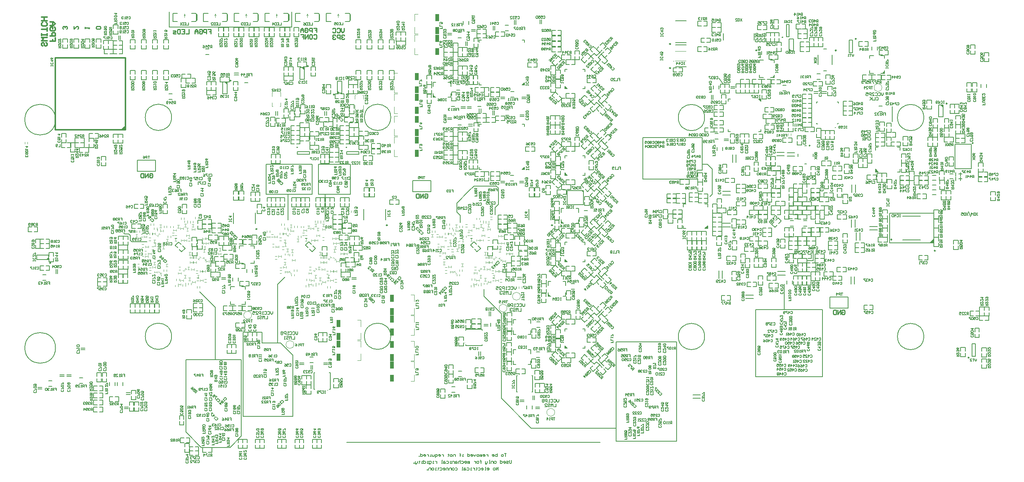
<source format=gbo>
G04*
G04 #@! TF.GenerationSoftware,Altium Limited,Altium Designer,19.1.6 (110)*
G04*
G04 Layer_Color=32896*
%FSLAX44Y44*%
%MOMM*%
G71*
G01*
G75*
%ADD10C,0.2000*%
%ADD11C,0.1000*%
%ADD12C,0.2540*%
%ADD13C,0.1500*%
%ADD15C,0.3000*%
%ADD16C,0.2500*%
%ADD17C,0.1270*%
G36*
X1039060Y1090750D02*
X1031560D01*
Y1105750D01*
X1039060D01*
X1039060Y1090750D01*
D02*
G37*
G36*
Y1060750D02*
X1031560D01*
Y1075750D01*
X1039060D01*
X1039060Y1060750D01*
D02*
G37*
G36*
Y1043250D02*
X1031560D01*
Y1058250D01*
X1039060D01*
Y1043250D01*
D02*
G37*
G36*
X1844185Y1021970D02*
X1838575Y1021970D01*
X1838575Y1027580D01*
X1844185Y1021970D01*
D02*
G37*
G36*
X1039060Y1013250D02*
X1031560D01*
Y1028250D01*
X1039060D01*
Y1013250D01*
D02*
G37*
G36*
X732830Y978170D02*
X727220Y983780D01*
X732830D01*
X732830Y978170D01*
D02*
G37*
G36*
X2056610Y970704D02*
X2050860Y970703D01*
X2056610Y976453D01*
X2056610Y970704D01*
D02*
G37*
G36*
X1805110Y960704D02*
X1799360Y960703D01*
X1805110Y966453D01*
X1805110Y960704D01*
D02*
G37*
G36*
X992750Y956000D02*
X985250D01*
Y971000D01*
X992750D01*
Y956000D01*
D02*
G37*
G36*
X556580Y944940D02*
X550970Y950550D01*
X556580Y950550D01*
Y944940D01*
D02*
G37*
G36*
X1234780Y943779D02*
X1228781Y943780D01*
X1234781Y949780D01*
X1234780Y943779D01*
D02*
G37*
G36*
X1332250Y935250D02*
X1327000D01*
Y940500D01*
X1332250Y935250D01*
D02*
G37*
G36*
X992750Y926000D02*
X985250D01*
Y941000D01*
X992750D01*
Y926000D01*
D02*
G37*
G36*
X813780Y925470D02*
X808170Y925470D01*
Y931080D01*
X813780Y925470D01*
D02*
G37*
G36*
X1032704Y915765D02*
X1026954Y915765D01*
X1026953Y921515D01*
X1032704Y915765D01*
D02*
G37*
G36*
X992750Y908772D02*
X985250D01*
Y923772D01*
X992750D01*
Y908772D01*
D02*
G37*
G36*
X1774000Y911750D02*
X1774000Y907250D01*
X1769500Y911750D01*
X1774000Y911750D01*
D02*
G37*
G36*
X2190080Y898280D02*
Y892670D01*
X2184470Y898280D01*
X2190080Y898280D01*
D02*
G37*
G36*
X992750Y878772D02*
X985250D01*
Y893772D01*
X992750D01*
Y878772D01*
D02*
G37*
G36*
X992550Y858250D02*
X985050D01*
Y873250D01*
X992550D01*
Y858250D01*
D02*
G37*
G36*
X324500Y841250D02*
X324500Y841250D01*
X316500D01*
X324500Y849250D01*
Y841250D01*
D02*
G37*
G36*
X992550Y828250D02*
X985050D01*
Y843250D01*
X992550D01*
Y828250D01*
D02*
G37*
G36*
Y810750D02*
X985050D01*
Y825750D01*
X992550Y825750D01*
X992550Y810750D01*
D02*
G37*
G36*
Y780750D02*
X985050D01*
X985050Y795750D01*
X992550D01*
X992550Y780750D01*
D02*
G37*
G36*
X1234780Y751030D02*
X1228781Y751031D01*
X1234781Y757031D01*
X1234780Y751030D01*
D02*
G37*
G36*
X2041899Y745500D02*
X2035750D01*
Y751649D01*
X2041899Y745500D01*
D02*
G37*
G36*
X1332250Y737750D02*
X1327000D01*
Y743000D01*
X1332250Y737750D01*
D02*
G37*
G36*
X1369900Y699110D02*
X1366400Y702610D01*
X1369900D01*
Y699110D01*
D02*
G37*
G36*
X1324203Y628140D02*
X1318454Y628140D01*
X1318453Y633890D01*
X1324203Y628140D01*
D02*
G37*
G36*
X1653000Y616000D02*
X1646851D01*
X1653000Y622149D01*
Y616000D01*
D02*
G37*
G36*
X2168600Y583500D02*
X2158600D01*
X2168600Y593500D01*
Y583500D01*
D02*
G37*
G36*
X149780Y545540D02*
X144170Y545540D01*
X149780Y551150D01*
X149780Y545540D01*
D02*
G37*
G36*
X1332250Y540250D02*
X1327000D01*
Y545500D01*
X1332250Y540250D01*
D02*
G37*
G36*
X1294500Y461250D02*
X1288750Y461250D01*
X1288750Y467000D01*
X1294500Y461250D01*
D02*
G37*
G36*
X935906Y449464D02*
X928406D01*
X928406Y464464D01*
X935906D01*
Y449464D01*
D02*
G37*
G36*
Y419464D02*
X928406D01*
X928406Y434464D01*
X935906D01*
X935906Y419464D01*
D02*
G37*
G36*
X935906Y402464D02*
X928406D01*
X928406Y417464D01*
X935906D01*
X935906Y402464D01*
D02*
G37*
G36*
X814250Y392239D02*
X806750D01*
Y407239D01*
X814250D01*
Y392239D01*
D02*
G37*
G36*
X935906Y372464D02*
X928406D01*
X928406Y387464D01*
X935906D01*
Y372464D01*
D02*
G37*
G36*
X814250Y362239D02*
X806750D01*
Y377239D01*
X814250D01*
Y362239D01*
D02*
G37*
G36*
X814250Y345238D02*
X806750D01*
Y360238D01*
X814250D01*
Y345238D01*
D02*
G37*
G36*
X936000Y344250D02*
X928500D01*
Y359250D01*
X936000Y359250D01*
X936000Y344250D01*
D02*
G37*
G36*
X1332250Y342750D02*
X1327000D01*
Y348000D01*
X1332250Y342750D01*
D02*
G37*
G36*
X814250Y315238D02*
X806750D01*
Y330238D01*
X814250D01*
Y315238D01*
D02*
G37*
G36*
X936000Y314250D02*
X928500D01*
Y329250D01*
X936000D01*
X936000Y314250D01*
D02*
G37*
G36*
X935750Y297250D02*
X928250D01*
Y312250D01*
X935750D01*
X935750Y297250D01*
D02*
G37*
G36*
Y267250D02*
X928250D01*
Y282250D01*
X935750D01*
Y267250D01*
D02*
G37*
D10*
X165250Y343500D02*
G03*
X165250Y343500I-35000J0D01*
G01*
Y864750D02*
G03*
X165250Y864750I-35000J0D01*
G01*
X430000Y870000D02*
G03*
X430000Y870000I-30000J0D01*
G01*
Y370000D02*
G03*
X430000Y370000I-30000J0D01*
G01*
X930000D02*
G03*
X930000Y370000I-30000J0D01*
G01*
Y870000D02*
G03*
X930000Y870000I-30000J0D01*
G01*
X1832493Y1019250D02*
G03*
X1832493Y1019250I-750J0D01*
G01*
X1575472Y998395D02*
G03*
X1575472Y998395I-353J0D01*
G01*
X592150Y579671D02*
G03*
X592150Y579671I-354J0D01*
G01*
X1206763Y312500D02*
G03*
X1206763Y312500I-354J0D01*
G01*
X591854Y440250D02*
G03*
X591854Y440250I-354J0D01*
G01*
X1207104Y381250D02*
G03*
X1207104Y381250I-354J0D01*
G01*
X2146000Y369500D02*
G03*
X2146000Y369500I-30000J0D01*
G01*
X1646000D02*
G03*
X1646000Y369500I-30000J0D01*
G01*
X1646000Y869500D02*
G03*
X1646000Y869500I-30000J0D01*
G01*
X2146000D02*
G03*
X2146000Y869500I-30000J0D01*
G01*
X789500Y286750D02*
X791750D01*
Y249250D02*
Y286750D01*
X754750D02*
X757000D01*
X754750Y249250D02*
Y286750D01*
Y249250D02*
X757000D01*
X789500D02*
X791750D01*
X1138750Y348750D02*
Y351000D01*
X1101250Y348750D02*
X1138750D01*
Y383500D02*
Y385750D01*
X1101250D02*
X1138750D01*
X1101250Y383500D02*
Y385750D01*
Y348750D02*
Y351000D01*
X1216750Y242750D02*
X1219000D01*
X1216750D02*
Y280250D01*
X1251500Y242750D02*
X1253750D01*
Y280250D01*
X1251500D02*
X1253750D01*
X1216750D02*
X1219000D01*
X829500Y127500D02*
X1407500D01*
X2098100Y644000D02*
X2138100D01*
X2098100Y590000D02*
X2138100D01*
X424750Y1076000D02*
Y1111000D01*
Y1076000D02*
X704000D01*
Y1110750D01*
X352024Y746565D02*
Y772065D01*
Y746565D02*
X393524D01*
Y772065D01*
X352024D02*
X393524D01*
X980027Y700065D02*
Y725565D01*
Y700065D02*
X1021527D01*
Y725565D01*
X980027D02*
X1021527D01*
X1931750Y434250D02*
Y459750D01*
Y434250D02*
X1973250D01*
Y459750D01*
X1931750D02*
X1973250D01*
X1688640Y1046600D02*
Y1061600D01*
X1758640Y1046600D02*
Y1061600D01*
X1904750Y990500D02*
Y1012500D01*
X1936750Y990500D02*
Y1012500D01*
X1917750Y976500D02*
X1923750D01*
X1917750Y1026500D02*
X1923750D01*
X1838750Y1053750D02*
Y1081750D01*
X1832750Y1053750D02*
Y1081750D01*
X1838750D01*
X1832750Y1053750D02*
X1838750D01*
X1949000Y854750D02*
X1949500D01*
X1951500Y856750D01*
Y857250D01*
X1949000Y904750D02*
X1951500D01*
Y902250D02*
Y904750D01*
X1901500Y854750D02*
X1904000D01*
X1901500D02*
Y857250D01*
Y904750D02*
X1904000D01*
X1901500Y902250D02*
Y904750D01*
X1769000Y911750D02*
X1774000Y906750D01*
X1769000Y911750D02*
X1774000D01*
Y906750D02*
Y911750D01*
X1769000Y837750D02*
X1774000D01*
Y842750D01*
X1700000Y837750D02*
X1705000D01*
X1700000D02*
Y842750D01*
Y906750D02*
Y911750D01*
X1705000D01*
X2035750Y745500D02*
Y751649D01*
Y745500D02*
X2041899D01*
X2085601D02*
X2091750D01*
Y751649D01*
X2085601Y801500D02*
X2091750D01*
Y795351D02*
Y801500D01*
X2035750D02*
X2041899D01*
X2035750Y795351D02*
Y801500D01*
Y751649D02*
X2041899Y745500D01*
X1646851Y616000D02*
X1653000D01*
Y622149D01*
Y665851D02*
Y672000D01*
X1646851D02*
X1653000D01*
X1597000Y665851D02*
Y672000D01*
X1603149D01*
X1597000Y616000D02*
Y622149D01*
Y616000D02*
X1603149D01*
X1646851D02*
X1653000Y622149D01*
X1579684Y1040198D02*
X1603684D01*
X1579684Y1090198D02*
X1603684D01*
X1579684Y985198D02*
X1603684D01*
X1579684Y1035198D02*
X1603684D01*
X1229780Y751030D02*
X1234780Y756030D01*
X1229780Y751030D02*
X1234780D01*
Y756030D01*
X1229780Y854030D02*
X1234780D01*
Y849030D02*
Y854030D01*
X1131780D02*
X1136780D01*
X1131780Y849030D02*
X1131780Y854030D01*
X1131780Y756030D02*
X1131780Y751030D01*
X1136780D01*
X1229780Y943779D02*
X1234780Y948779D01*
X1229780Y943779D02*
X1234780D01*
Y948779D01*
X1229780Y1046779D02*
X1234780D01*
Y1041779D02*
Y1046779D01*
X1131780D02*
X1136780D01*
X1131780Y1041779D02*
Y1046779D01*
Y943779D02*
Y948779D01*
Y943779D02*
X1136780D01*
X918410Y636065D02*
Y660066D01*
X868410Y636065D02*
Y660066D01*
X1295312Y636233D02*
Y660233D01*
X1245312Y636233D02*
Y660233D01*
X620910Y627565D02*
Y651565D01*
X570910Y627565D02*
Y651565D01*
X717085Y785939D02*
X745085D01*
X717085Y791939D02*
X745085Y791939D01*
Y785939D02*
Y791939D01*
X717085Y785939D02*
Y791939D01*
X829345Y785939D02*
X857345D01*
X829345Y791939D02*
X857345D01*
Y785939D02*
Y791939D01*
X829345Y785939D02*
Y791939D01*
X1327000Y342750D02*
Y348000D01*
Y342750D02*
X1332250D01*
X1327000Y348000D02*
X1332250Y342750D01*
X1367750D02*
X1373000D01*
Y348000D01*
X1367750Y387250D02*
X1373000D01*
Y382000D02*
Y387250D01*
X1327000D02*
X1332250D01*
X1327000Y382000D02*
Y387250D01*
Y579500D02*
Y584750D01*
X1332250D01*
X1373000Y579500D02*
Y584750D01*
X1367750D02*
X1373000D01*
Y540250D02*
Y545500D01*
X1367750Y540250D02*
X1373000D01*
X1327000Y545500D02*
X1332250Y540250D01*
X1327000D02*
X1332250D01*
X1327000D02*
Y545500D01*
Y935250D02*
Y940500D01*
Y935250D02*
X1332250D01*
X1327000Y940500D02*
X1332250Y935250D01*
X1367750D02*
X1373000D01*
Y940500D01*
X1367750Y979750D02*
X1373000D01*
Y974500D02*
Y979750D01*
X1327000D02*
X1332250D01*
X1327000Y974500D02*
Y979750D01*
Y777000D02*
Y782250D01*
X1332250D01*
X1373000Y777000D02*
Y782250D01*
X1367750D02*
X1373000D01*
Y737750D02*
Y743000D01*
X1367750Y737750D02*
X1373000D01*
X1327000Y743000D02*
X1332250Y737750D01*
X1327000D02*
X1332250D01*
X1327000D02*
Y743000D01*
X1193843Y102557D02*
X1189178D01*
X1191510D01*
Y95560D01*
X1185679D02*
X1183346D01*
X1182180Y96726D01*
Y99059D01*
X1183346Y100225D01*
X1185679D01*
X1186845Y99059D01*
Y96726D01*
X1185679Y95560D01*
X1172850Y102557D02*
Y95560D01*
X1169351D01*
X1168185Y96726D01*
Y97892D01*
Y99059D01*
X1169351Y100225D01*
X1172850D01*
X1162353Y95560D02*
X1164686D01*
X1165852Y96726D01*
Y99059D01*
X1164686Y100225D01*
X1162353D01*
X1161187Y99059D01*
Y97892D01*
X1165852D01*
X1151856Y100225D02*
Y95560D01*
Y97892D01*
X1150690Y99059D01*
X1149524Y100225D01*
X1148358D01*
X1141360Y95560D02*
X1143692D01*
X1144859Y96726D01*
Y99059D01*
X1143692Y100225D01*
X1141360D01*
X1140193Y99059D01*
Y97892D01*
X1144859D01*
X1137861Y95560D02*
Y100225D01*
X1136695D01*
X1135528Y99059D01*
Y95560D01*
Y99059D01*
X1134362Y100225D01*
X1133196Y99059D01*
Y95560D01*
X1129697D02*
X1127364D01*
X1126198Y96726D01*
Y99059D01*
X1127364Y100225D01*
X1129697D01*
X1130863Y99059D01*
Y96726D01*
X1129697Y95560D01*
X1123865Y100225D02*
X1121533Y95560D01*
X1119200Y100225D01*
X1113369Y95560D02*
X1115701D01*
X1116868Y96726D01*
Y99059D01*
X1115701Y100225D01*
X1113369D01*
X1112203Y99059D01*
Y97892D01*
X1116868D01*
X1105205Y102557D02*
Y95560D01*
X1108704D01*
X1109870Y96726D01*
Y99059D01*
X1108704Y100225D01*
X1105205D01*
X1095874Y95560D02*
X1093542D01*
X1094708D01*
Y100225D01*
X1095874D01*
X1088877Y95560D02*
Y101391D01*
Y99059D01*
X1090043D01*
X1087710D01*
X1088877D01*
Y101391D01*
X1087710Y102557D01*
X1077214Y95560D02*
Y100225D01*
X1073715D01*
X1072549Y99059D01*
Y95560D01*
X1069050D02*
X1066717D01*
X1065551Y96726D01*
Y99059D01*
X1066717Y100225D01*
X1069050D01*
X1070216Y99059D01*
Y96726D01*
X1069050Y95560D01*
X1062052Y101391D02*
Y100225D01*
X1063218D01*
X1060886D01*
X1062052D01*
Y96726D01*
X1060886Y95560D01*
X1050389Y100225D02*
Y95560D01*
Y97892D01*
X1049223Y99059D01*
X1048056Y100225D01*
X1046890D01*
X1039892Y95560D02*
X1042225D01*
X1043391Y96726D01*
Y99059D01*
X1042225Y100225D01*
X1039892D01*
X1038726Y99059D01*
Y97892D01*
X1043391D01*
X1031728Y93227D02*
Y100225D01*
X1035227D01*
X1036394Y99059D01*
Y96726D01*
X1035227Y95560D01*
X1031728D01*
X1029396Y100225D02*
Y96726D01*
X1028230Y95560D01*
X1024731D01*
Y100225D01*
X1022398Y95560D02*
X1020066D01*
X1021232D01*
Y100225D01*
X1022398D01*
X1016567D02*
Y95560D01*
Y97892D01*
X1015400Y99059D01*
X1014234Y100225D01*
X1013068D01*
X1006070Y95560D02*
X1008403D01*
X1009569Y96726D01*
Y99059D01*
X1008403Y100225D01*
X1006070D01*
X1004904Y99059D01*
Y97892D01*
X1009569D01*
X997906Y102557D02*
Y95560D01*
X1001405D01*
X1002571Y96726D01*
Y99059D01*
X1001405Y100225D01*
X997906D01*
X995573Y95560D02*
Y96726D01*
X994407D01*
Y95560D01*
X995573D01*
X1205506Y87028D02*
Y81196D01*
X1204340Y80030D01*
X1202007D01*
X1200841Y81196D01*
Y87028D01*
X1198508Y80030D02*
X1195009D01*
X1193843Y81196D01*
X1195009Y82362D01*
X1197342D01*
X1198508Y83529D01*
X1197342Y84695D01*
X1193843D01*
X1188011Y80030D02*
X1190344D01*
X1191510Y81196D01*
Y83529D01*
X1190344Y84695D01*
X1188011D01*
X1186845Y83529D01*
Y82362D01*
X1191510D01*
X1179847Y87028D02*
Y80030D01*
X1183346D01*
X1184513Y81196D01*
Y83529D01*
X1183346Y84695D01*
X1179847D01*
X1169351Y80030D02*
X1167018D01*
X1165852Y81196D01*
Y83529D01*
X1167018Y84695D01*
X1169351D01*
X1170517Y83529D01*
Y81196D01*
X1169351Y80030D01*
X1163519D02*
Y84695D01*
X1160021D01*
X1158854Y83529D01*
Y80030D01*
X1156522D02*
X1154189D01*
X1155355D01*
Y87028D01*
X1156522D01*
X1150690Y84695D02*
Y81196D01*
X1149524Y80030D01*
X1146025D01*
Y78864D01*
X1147191Y77697D01*
X1148358D01*
X1146025Y80030D02*
Y84695D01*
X1135528Y80030D02*
Y85861D01*
Y83529D01*
X1136695D01*
X1134362D01*
X1135528D01*
Y85861D01*
X1134362Y87028D01*
X1129697Y80030D02*
X1127364D01*
X1126198Y81196D01*
Y83529D01*
X1127364Y84695D01*
X1129697D01*
X1130863Y83529D01*
Y81196D01*
X1129697Y80030D01*
X1123865Y84695D02*
Y80030D01*
Y82362D01*
X1122699Y83529D01*
X1121533Y84695D01*
X1120367D01*
X1109870Y80030D02*
Y84695D01*
X1108704D01*
X1107537Y83529D01*
Y80030D01*
Y83529D01*
X1106371Y84695D01*
X1105205Y83529D01*
Y80030D01*
X1099373D02*
X1101706D01*
X1102872Y81196D01*
Y83529D01*
X1101706Y84695D01*
X1099373D01*
X1098207Y83529D01*
Y82362D01*
X1102872D01*
X1091209Y84695D02*
X1094708D01*
X1095874Y83529D01*
Y81196D01*
X1094708Y80030D01*
X1091209D01*
X1088877Y87028D02*
Y80030D01*
Y83529D01*
X1087710Y84695D01*
X1085378D01*
X1084212Y83529D01*
Y80030D01*
X1080713Y84695D02*
X1078380D01*
X1077214Y83529D01*
Y80030D01*
X1080713D01*
X1081879Y81196D01*
X1080713Y82362D01*
X1077214D01*
X1074881Y80030D02*
Y84695D01*
X1071382D01*
X1070216Y83529D01*
Y80030D01*
X1067883D02*
X1065551D01*
X1066717D01*
Y84695D01*
X1067883D01*
X1057387D02*
X1060886D01*
X1062052Y83529D01*
Y81196D01*
X1060886Y80030D01*
X1057387D01*
X1053888Y84695D02*
X1051555D01*
X1050389Y83529D01*
Y80030D01*
X1053888D01*
X1055054Y81196D01*
X1053888Y82362D01*
X1050389D01*
X1048056Y80030D02*
X1045724D01*
X1046890D01*
Y87028D01*
X1048056D01*
X1035227Y84695D02*
Y80030D01*
Y82362D01*
X1034061Y83529D01*
X1032895Y84695D01*
X1031728D01*
X1028230Y80030D02*
X1025897D01*
X1027063D01*
Y84695D01*
X1028230D01*
X1020066Y77697D02*
X1018899D01*
X1017733Y78864D01*
Y84695D01*
X1021232D01*
X1022398Y83529D01*
Y81196D01*
X1021232Y80030D01*
X1017733D01*
X1015400D02*
X1013068D01*
X1014234D01*
Y84695D01*
X1015400D01*
X1004904Y87028D02*
Y80030D01*
X1008403D01*
X1009569Y81196D01*
Y83529D01*
X1008403Y84695D01*
X1004904D01*
X1002571Y80030D02*
X1000238D01*
X1001405D01*
Y84695D01*
X1002571D01*
X995573Y85861D02*
Y84695D01*
X996740D01*
X994407D01*
X995573D01*
Y81196D01*
X994407Y80030D01*
X990908Y84695D02*
Y81196D01*
X989742Y80030D01*
X986243D01*
Y78864D01*
X987409Y77697D01*
X988576D01*
X986243Y80030D02*
Y84695D01*
X983910Y80030D02*
Y81196D01*
X982744D01*
Y80030D01*
X983910D01*
X1175182Y64500D02*
Y71498D01*
X1170517Y64500D01*
Y71498D01*
X1167018Y64500D02*
X1164686D01*
X1163519Y65666D01*
Y67999D01*
X1164686Y69165D01*
X1167018D01*
X1168185Y67999D01*
Y65666D01*
X1167018Y64500D01*
X1150690D02*
X1153023D01*
X1154189Y65666D01*
Y67999D01*
X1153023Y69165D01*
X1150690D01*
X1149524Y67999D01*
Y66833D01*
X1154189D01*
X1147191Y64500D02*
X1144859D01*
X1146025D01*
Y71498D01*
X1147191D01*
X1137861Y64500D02*
X1140193D01*
X1141360Y65666D01*
Y67999D01*
X1140193Y69165D01*
X1137861D01*
X1136695Y67999D01*
Y66833D01*
X1141360D01*
X1129697Y69165D02*
X1133196D01*
X1134362Y67999D01*
Y65666D01*
X1133196Y64500D01*
X1129697D01*
X1126198Y70332D02*
Y69165D01*
X1127364D01*
X1125032D01*
X1126198D01*
Y65666D01*
X1125032Y64500D01*
X1121533Y69165D02*
Y64500D01*
Y66833D01*
X1120367Y67999D01*
X1119200Y69165D01*
X1118034D01*
X1114535Y64500D02*
X1112203D01*
X1113369D01*
Y69165D01*
X1114535D01*
X1104038D02*
X1107537D01*
X1108704Y67999D01*
Y65666D01*
X1107537Y64500D01*
X1104038D01*
X1100540Y69165D02*
X1098207D01*
X1097041Y67999D01*
Y64500D01*
X1100540D01*
X1101706Y65666D01*
X1100540Y66833D01*
X1097041D01*
X1094708Y64500D02*
X1092376D01*
X1093542D01*
Y71498D01*
X1094708D01*
X1077214Y69165D02*
X1080713D01*
X1081879Y67999D01*
Y65666D01*
X1080713Y64500D01*
X1077214D01*
X1073715D02*
X1071382D01*
X1070216Y65666D01*
Y67999D01*
X1071382Y69165D01*
X1073715D01*
X1074881Y67999D01*
Y65666D01*
X1073715Y64500D01*
X1067883D02*
Y69165D01*
X1064385D01*
X1063218Y67999D01*
Y64500D01*
X1060886D02*
Y69165D01*
X1057387D01*
X1056220Y67999D01*
Y64500D01*
X1050389D02*
X1052722D01*
X1053888Y65666D01*
Y67999D01*
X1052722Y69165D01*
X1050389D01*
X1049223Y67999D01*
Y66833D01*
X1053888D01*
X1042225Y69165D02*
X1045724D01*
X1046890Y67999D01*
Y65666D01*
X1045724Y64500D01*
X1042225D01*
X1038726Y70332D02*
Y69165D01*
X1039892D01*
X1037560D01*
X1038726D01*
Y65666D01*
X1037560Y64500D01*
X1034061D02*
X1031728D01*
X1032895D01*
Y69165D01*
X1034061D01*
X1027063Y64500D02*
X1024731D01*
X1023564Y65666D01*
Y67999D01*
X1024731Y69165D01*
X1027063D01*
X1028230Y67999D01*
Y65666D01*
X1027063Y64500D01*
X1021232D02*
Y69165D01*
X1017733D01*
X1016567Y67999D01*
Y64500D01*
X1014234D02*
Y65666D01*
X1013068D01*
Y64500D01*
X1014234D01*
D11*
X2050514Y938000D02*
G03*
X2050514Y938000I-9014J0D01*
G01*
X1195264Y434500D02*
G03*
X1195264Y434500I-9014J0D01*
G01*
X709014Y351250D02*
G03*
X709014Y351250I-9014J0D01*
G01*
X612514Y418250D02*
G03*
X612514Y418250I-9014J0D01*
G01*
X1225764Y461500D02*
G03*
X1225764Y461500I-9014J0D01*
G01*
X1304014Y196500D02*
G03*
X1304014Y196500I-9014J0D01*
G01*
X659000Y894750D02*
Y903750D01*
Y894750D02*
X661000Y894750D01*
X677000D02*
X679000Y894750D01*
Y903750D01*
Y917750D02*
Y926750D01*
X677000Y926750D02*
X679000Y926750D01*
X659000D02*
X661000Y926750D01*
X659000Y917750D02*
Y926750D01*
X847750Y888500D02*
Y897500D01*
Y888500D02*
X849750Y888500D01*
X865750D02*
X867750Y888500D01*
Y897500D01*
Y911500D02*
Y920500D01*
X865750Y920500D02*
X867750Y920500D01*
X847750D02*
X849750Y920500D01*
X847750Y911500D02*
Y920500D01*
X459750Y1097750D02*
Y1106750D01*
X458250Y1102000D02*
X459750Y1106750D01*
X461250Y1102000D01*
X529750Y1106750D02*
X531250Y1102000D01*
X528250D02*
X529750Y1106750D01*
Y1097750D02*
Y1106750D01*
X599750Y1097750D02*
Y1106750D01*
X598250Y1102000D02*
X599750Y1106750D01*
X601250Y1102000D01*
X669750Y1106750D02*
X671250Y1102000D01*
X668250D02*
X669750Y1106750D01*
Y1097750D02*
Y1106750D01*
X809750Y1097750D02*
Y1106750D01*
X808250Y1102000D02*
X809750Y1106750D01*
X811250Y1102000D01*
X739750Y1106750D02*
X741250Y1102000D01*
X738250D02*
X739750Y1106750D01*
Y1097750D02*
Y1106750D01*
X806750Y315238D02*
X814250D01*
X806750D02*
Y330238D01*
Y345238D02*
Y360238D01*
X814250D01*
X854250D02*
X861750D01*
Y345238D02*
Y360238D01*
Y315238D02*
Y330238D01*
X854250Y315238D02*
X861750D01*
X814250D02*
Y330238D01*
X806750D02*
X814250D01*
X806750Y345238D02*
X814250D01*
Y360238D01*
X806750Y362239D02*
X814250D01*
X806750D02*
Y377239D01*
Y392239D02*
Y407239D01*
X814250D01*
X854250Y407239D02*
X861750Y407239D01*
Y392239D02*
Y407239D01*
Y362239D02*
Y377239D01*
X854250Y362239D02*
X861750D01*
X814250Y362239D02*
Y377239D01*
X806750D02*
X814250D01*
X806750Y392239D02*
X814250D01*
Y407239D01*
X985250Y878772D02*
Y893772D01*
X992750D01*
X985250Y908772D02*
X992750D01*
X985250D02*
Y923772D01*
X937750D02*
X945250D01*
X937750Y908772D02*
Y923772D01*
Y878772D02*
Y893772D01*
Y878772D02*
X945250D01*
X985250D02*
X992750D01*
Y893772D01*
Y908772D02*
Y923772D01*
X985250D02*
X992750D01*
X985250Y926000D02*
Y941000D01*
X992750D01*
X985250Y956000D02*
X992750D01*
X985250D02*
Y971000D01*
X937750D02*
X945250D01*
X937750Y956000D02*
Y971000D01*
Y926000D02*
Y941000D01*
Y926000D02*
X945250D01*
X985250D02*
X992750D01*
Y941000D01*
Y956000D02*
Y971000D01*
X985250D02*
X992750D01*
X928500Y314250D02*
X936000D01*
X928500D02*
Y329250D01*
Y344250D02*
Y359250D01*
X936000Y359250D01*
X976000Y359250D02*
X983500D01*
Y344250D02*
Y359250D01*
Y314250D02*
Y329250D01*
X976000Y314250D02*
X983500D01*
X936000D02*
X936000Y329250D01*
X928500D02*
X936000D01*
X928500Y344250D02*
X936000D01*
X936000Y359250D02*
X936000Y344250D01*
X928250Y267250D02*
X935750D01*
X928250D02*
Y282250D01*
Y297250D02*
Y312250D01*
X935750D01*
X975750D02*
X983250D01*
X983250Y297250D01*
X983250Y282250D02*
X983250Y267250D01*
X975750D02*
X983250D01*
X935750Y267250D02*
Y282250D01*
X928250D02*
X935750D01*
X928250Y297250D02*
X935750D01*
X935750Y312250D01*
X928406Y419464D02*
X935906D01*
X928406D02*
X928406Y434464D01*
X928406Y449464D02*
X928406Y464464D01*
X935906D01*
X975906D02*
X983406D01*
Y449464D02*
Y464464D01*
Y419464D02*
Y434464D01*
X975906Y419464D02*
X983406D01*
X935906D02*
X935906Y434464D01*
X928406D02*
X935906D01*
X928406Y449464D02*
X935906D01*
Y464464D01*
X928406Y372464D02*
X935906D01*
X928406Y387464D02*
X928406Y372464D01*
X928406Y417464D02*
X928406Y402464D01*
X928406Y417464D02*
X935906D01*
X975906Y417464D02*
X983406D01*
Y402464D02*
Y417464D01*
Y372464D02*
Y387464D01*
X975906Y372464D02*
X983406D01*
X935906D02*
Y387464D01*
X928406D02*
X935906D01*
X928406Y402464D02*
X935906D01*
X935906Y417464D02*
X935906Y402464D01*
X101500Y809750D02*
X101500Y813750D01*
X95000Y809750D02*
Y813750D01*
X985050Y873250D02*
X992550D01*
Y858250D02*
Y873250D01*
Y828250D02*
Y843250D01*
X985050Y828250D02*
X992550D01*
X937550D02*
X945050D01*
X937550D02*
Y843250D01*
Y858250D02*
Y873250D01*
X945050D01*
X985050Y858250D02*
Y873250D01*
Y858250D02*
X992550D01*
X985050Y843250D02*
X992550D01*
X985050Y828250D02*
Y843250D01*
X1031560Y1105750D02*
X1039060D01*
X1039060Y1090750D02*
X1039060Y1105750D01*
X1039060Y1060750D02*
X1039060Y1075750D01*
X1031560Y1060750D02*
X1039060D01*
X984060D02*
X991560D01*
X984060D02*
Y1075750D01*
Y1090750D02*
Y1105750D01*
X991560D01*
X1031560Y1090750D02*
Y1105750D01*
Y1090750D02*
X1039060D01*
X1031560Y1075750D02*
X1039060D01*
X1031560Y1060750D02*
Y1075750D01*
Y1058250D02*
X1039060D01*
Y1043250D02*
Y1058250D01*
Y1013250D02*
Y1028250D01*
X1031560Y1013250D02*
X1039060D01*
X984060D02*
X991560D01*
X984060D02*
Y1028250D01*
Y1043250D02*
Y1058250D01*
X991560D01*
X1031560Y1043250D02*
Y1058250D01*
Y1043250D02*
X1039060D01*
X1031560Y1028250D02*
X1039060D01*
X1031560Y1013250D02*
Y1028250D01*
X985050Y825750D02*
X992550Y825750D01*
X992550Y810750D01*
X992550Y795750D02*
X992550Y780750D01*
X985050D02*
X992550D01*
X937550D02*
X945050Y780750D01*
X937550Y780750D02*
Y795750D01*
Y810750D02*
Y825750D01*
X945050D01*
X985050Y810750D02*
Y825750D01*
Y810750D02*
X992550D01*
X985050Y795750D02*
X992550D01*
X985050D02*
X985050Y780750D01*
X1579119Y999395D02*
X1603119D01*
X1579119Y1021395D02*
X1603119D01*
X1083500Y586000D02*
X1087500Y588000D01*
X766960Y562132D02*
X770960D01*
X766960Y555631D02*
X770960Y555632D01*
X768960Y557382D02*
X768960Y560382D01*
X734970Y594095D02*
X738970D01*
X734970Y587595D02*
X738970Y587595D01*
X736970Y589345D02*
X736970Y592345D01*
X686720Y539595D02*
X690720D01*
X686720Y533096D02*
X690720Y533096D01*
X688720Y534846D02*
X688720Y537845D01*
X687710Y582257D02*
X691710D01*
X687710Y575756D02*
X691710Y575757D01*
X689710Y577506D02*
X689710Y580507D01*
X647310Y595006D02*
Y599006D01*
X653810Y595006D02*
Y599006D01*
X649060Y597006D02*
X652060Y597006D01*
X686691Y590316D02*
X690691D01*
X686691Y583816D02*
X690691Y583816D01*
X688690Y585566D02*
X688691Y588566D01*
X716355Y592345D02*
X720355D01*
X716355Y585845D02*
X720355Y585845D01*
X718355Y590596D02*
X718355Y587595D01*
X700470Y624845D02*
X704470D01*
X700470Y618345D02*
X704470Y618345D01*
X702470Y623096D02*
X702470Y620095D01*
X761720Y617503D02*
X765720D01*
X761720Y611003D02*
X765720Y611003D01*
X763720Y612753D02*
X763720Y615753D01*
X743810Y521685D02*
X747810Y521685D01*
X743810Y528185D02*
X747810Y528185D01*
X734970Y593895D02*
X738970Y593895D01*
X734970Y600396D02*
X738970Y600396D01*
X728894Y600069D02*
X732894Y600069D01*
X728894Y606569D02*
X732894Y606569D01*
X675980Y588595D02*
X679980Y588596D01*
X675980Y595095D02*
X679980Y595095D01*
X659720Y573945D02*
X663720Y573946D01*
X659720Y580445D02*
X663720Y580445D01*
X665905Y546491D02*
X669905Y546491D01*
X665905Y552991D02*
X669905Y552991D01*
X676830Y520415D02*
X680830Y520415D01*
X676830Y526915D02*
X680830Y526915D01*
X676780Y513896D02*
X680780Y513896D01*
X676780Y520396D02*
X680780Y520396D01*
X802552Y493577D02*
X806552D01*
X802552Y500077D02*
X806552D01*
X1143862Y562299D02*
X1147862D01*
X1143862Y555799D02*
X1147862Y555799D01*
X1145862Y557549D02*
X1145862Y560549D01*
X1111873Y594263D02*
X1115873D01*
X1111873Y587763D02*
X1115873Y587763D01*
X1113873Y589513D02*
X1113873Y592513D01*
X1049623Y540013D02*
X1053623D01*
X1049623Y533513D02*
X1053623Y533513D01*
X1051623Y535263D02*
X1051623Y538263D01*
X1064612Y582424D02*
X1068612D01*
X1064612Y575924D02*
X1068612Y575924D01*
X1066612Y577674D02*
X1066612Y580674D01*
X1022662Y603223D02*
X1026662D01*
X1022662Y596723D02*
X1026662Y596723D01*
X1024662Y601473D02*
X1024662Y598473D01*
X1091362Y535663D02*
X1095362D01*
X1091362Y529163D02*
X1095362Y529163D01*
X1093362Y533913D02*
X1093362Y530913D01*
X1063593Y590483D02*
X1067593D01*
X1063593Y583983D02*
X1067593Y583983D01*
X1065593Y585733D02*
X1065593Y588733D01*
X1092507Y592263D02*
X1096507D01*
X1092507Y585763D02*
X1096507Y585763D01*
X1094507Y590513D02*
X1094507Y587513D01*
X1138623Y617670D02*
X1142623D01*
X1138623Y611170D02*
X1142623Y611170D01*
X1140623Y612920D02*
X1140623Y615920D01*
X1120712Y521852D02*
X1124712Y521852D01*
X1120712Y528353D02*
X1124712Y528353D01*
X1111623Y593763D02*
X1115623Y593763D01*
X1111623Y600263D02*
X1115623Y600263D01*
X1105796Y600236D02*
X1109796Y600236D01*
X1105796Y606736D02*
X1109796Y606736D01*
X1100448Y619563D02*
X1104448Y619563D01*
X1100448Y626063D02*
X1104448Y626063D01*
X1052882Y588763D02*
X1056882Y588763D01*
X1052882Y595263D02*
X1056882Y595263D01*
X1036623Y574113D02*
X1040623Y574113D01*
X1036623Y580613D02*
X1040623Y580613D01*
X1040307Y554159D02*
X1044307Y554159D01*
X1040307Y560658D02*
X1044307Y560658D01*
X1053982Y520582D02*
X1057982Y520582D01*
X1053982Y527082D02*
X1057982Y527082D01*
X1053932Y514063D02*
X1057932Y514063D01*
X1053932Y520563D02*
X1057932Y520563D01*
X1179454Y493744D02*
X1183454Y493744D01*
X1179454Y500244D02*
X1183454Y500244D01*
X797060Y591185D02*
Y595185D01*
X803560D02*
X803560Y591185D01*
X798810Y593185D02*
X801810Y593185D01*
X805810Y591185D02*
Y595185D01*
X812310D02*
X812310Y591185D01*
X807560Y593185D02*
X810560Y593185D01*
X805730Y539322D02*
Y543322D01*
X812230D02*
X812230Y539322D01*
X807480Y541322D02*
X810480Y541322D01*
X792060Y516331D02*
Y520331D01*
X798560Y516331D02*
X798560Y520331D01*
X793810Y518331D02*
X796810Y518332D01*
X799760Y516332D02*
Y520332D01*
X806260D02*
X806260Y516332D01*
X801510Y518332D02*
X804510Y518331D01*
X664395Y595115D02*
Y599115D01*
X670895Y595115D02*
X670895Y599115D01*
X666145Y597115D02*
X669145Y597116D01*
X792162Y495532D02*
Y499532D01*
X798662Y495532D02*
X798662Y499532D01*
X793912Y497532D02*
X796912Y497532D01*
X749200Y587082D02*
Y591082D01*
X755700D02*
X755700Y587082D01*
X750950Y589082D02*
X753950Y589081D01*
X774710Y491881D02*
Y495882D01*
X781210D02*
X781210Y491881D01*
X776460Y493881D02*
X779460Y493881D01*
X747970Y495595D02*
Y499595D01*
X754470Y495595D02*
X754470Y499595D01*
X749720Y497595D02*
X752720Y497595D01*
X704970Y541845D02*
Y545845D01*
X711470Y541845D02*
X711470Y545845D01*
X706720Y543845D02*
X709720Y543845D01*
X667783Y572395D02*
Y576395D01*
X674283Y572395D02*
X674283Y576395D01*
X669533Y574395D02*
X672533Y574395D01*
X688530Y514985D02*
Y518985D01*
X695030Y514985D02*
X695030Y518985D01*
X690280Y516985D02*
X693280Y516985D01*
X742280Y486573D02*
Y490573D01*
X748780D02*
X748780Y486573D01*
X744030Y488573D02*
X747030Y488573D01*
X744710Y501382D02*
X744710Y497382D01*
X738210D02*
X738210Y501382D01*
X731345Y621846D02*
X731345Y617845D01*
X724845D02*
X724845Y621846D01*
X792030Y484174D02*
X792030Y480173D01*
X785530D02*
X785530Y484174D01*
X695483Y559157D02*
X695483Y555157D01*
X688983D02*
X688983Y559157D01*
X705720Y557845D02*
X705720Y553845D01*
X699220D02*
X699220Y557845D01*
X715970Y518345D02*
X715970Y522346D01*
X709470D02*
X709470Y518345D01*
X710160Y507765D02*
X710160Y511765D01*
X703660D02*
X703660Y507765D01*
X759220Y488345D02*
X759220Y484345D01*
X752720D02*
X752720Y488345D01*
X765720Y492095D02*
X765720Y488096D01*
X759220D02*
X759220Y492095D01*
X772220Y492040D02*
X772220Y488040D01*
X765720D02*
X765720Y492040D01*
X742780Y486873D02*
X742780Y482873D01*
X736280D02*
X736280Y486873D01*
X1185268Y539490D02*
Y543489D01*
X1191768Y539490D02*
X1191768Y543489D01*
X1187018Y541489D02*
X1190018Y541489D01*
X1168962Y516499D02*
Y520499D01*
X1175462Y516499D02*
X1175462Y520499D01*
X1170712Y518499D02*
X1173712Y518499D01*
X1177710Y516499D02*
Y520499D01*
X1184210Y516499D02*
X1184210Y520499D01*
X1179460Y518499D02*
X1182460Y518499D01*
X1041298Y595213D02*
Y599213D01*
X1047797D02*
X1047797Y595213D01*
X1043047Y597213D02*
X1046048Y597213D01*
X1169064Y495699D02*
Y499699D01*
X1175564Y495699D02*
X1175564Y499699D01*
X1170814Y497699D02*
X1173814Y497699D01*
X1126103Y587249D02*
Y591249D01*
X1132602D02*
X1132603Y587249D01*
X1127853Y589249D02*
X1130853Y589249D01*
X1151612Y492049D02*
Y496049D01*
X1158112D02*
X1158112Y492049D01*
X1153362Y494049D02*
X1156362Y494049D01*
X1124873Y495763D02*
Y499763D01*
X1131373Y495763D02*
X1131373Y499763D01*
X1126622Y497763D02*
X1129623Y497763D01*
X1044773Y572613D02*
Y576613D01*
X1051273D02*
X1051273Y572613D01*
X1046523Y574613D02*
X1049523Y574613D01*
X1065432Y515153D02*
Y519152D01*
X1071932Y515153D02*
X1071932Y519152D01*
X1067182Y517152D02*
X1070182Y517153D01*
X1119182Y486741D02*
Y490741D01*
X1125682D02*
X1125682Y486741D01*
X1120932Y488741D02*
X1123932Y488741D01*
X1121150Y501946D02*
X1121150Y497946D01*
X1114650D02*
X1114650Y501946D01*
X1229000Y479200D02*
Y483200D01*
X1222500Y479200D02*
Y483200D01*
X1068450Y562750D02*
X1072450Y562750D01*
X1068450Y569250D02*
X1072450Y569250D01*
X1069500Y556250D02*
X1073500Y556250D01*
X1069500Y562750D02*
X1073500Y562750D01*
X1092873Y522513D02*
X1092873Y518513D01*
X1086373D02*
X1086373Y522513D01*
X1087042Y511803D02*
X1087042Y507803D01*
X1080543D02*
X1080543Y511803D01*
X1136123Y488763D02*
X1136123Y484763D01*
X1129623D02*
X1129623Y488763D01*
X1142623Y492263D02*
X1142623Y488263D01*
X1136123D02*
X1136123Y492263D01*
X1149123D02*
X1149123Y488263D01*
X1142623D02*
X1142623Y492263D01*
X1119432Y486541D02*
X1119432Y482541D01*
X1112932D02*
X1112932Y486541D01*
X1836500Y829050D02*
X1836500Y833050D01*
X1843000Y829050D02*
Y833050D01*
X789649Y547321D02*
X791771Y549442D01*
X791594Y552094D02*
X794422Y549265D01*
X786998Y547498D02*
X789826Y544669D01*
X1166552Y547488D02*
X1168673Y549609D01*
X1168496Y552261D02*
X1171325Y549433D01*
X1163900Y547665D02*
X1166728Y544837D01*
X690992Y525835D02*
Y529835D01*
X684492Y525835D02*
Y529835D01*
X686242Y527835D02*
X689242D01*
X680430Y550541D02*
Y554541D01*
X673930Y550541D02*
Y554541D01*
X675680Y552541D02*
X678680D01*
X710060Y618185D02*
Y622185D01*
X716560Y618185D02*
Y622185D01*
X695220Y610596D02*
Y614595D01*
X701720Y610596D02*
Y614595D01*
X688000Y614156D02*
Y618156D01*
X694500Y614156D02*
Y618156D01*
X763780Y628373D02*
Y632373D01*
X770280Y628373D02*
Y632373D01*
X770160Y630331D02*
Y634332D01*
X776660Y630331D02*
Y634332D01*
X647560Y606935D02*
Y610935D01*
X654060Y606935D02*
Y610935D01*
X774000Y595816D02*
X778000Y595816D01*
X774000Y589316D02*
X778000Y589316D01*
X845750Y657206D02*
X845750Y653206D01*
X839250D02*
X839250Y657206D01*
X757220Y630345D02*
Y634345D01*
X763720Y630345D02*
Y634345D01*
X680280Y623423D02*
Y627423D01*
X686780Y623423D02*
Y627423D01*
X783470Y519096D02*
X787470Y519096D01*
X783470Y512596D02*
X787470Y512596D01*
X749277Y511931D02*
Y515932D01*
X742777Y511931D02*
Y515932D01*
X744527Y513932D02*
X747527D01*
X764310Y522185D02*
X768310D01*
X764310Y528685D02*
X768310Y528685D01*
X766310Y526935D02*
X766310Y523935D01*
X737944Y609865D02*
Y613865D01*
X731444Y609865D02*
Y613865D01*
X733194Y611866D02*
X736194D01*
X801560Y568685D02*
X805560D01*
X801560Y575185D02*
X805560Y575185D01*
X803560Y573435D02*
X803560Y570435D01*
X786260Y503182D02*
X790260D01*
X786260Y509682D02*
X790260Y509682D01*
X788260Y507932D02*
X788260Y504932D01*
X740710Y616168D02*
X744710D01*
X740710Y622668D02*
X744710Y622668D01*
X742710Y617918D02*
X742710Y620918D01*
X822250Y556456D02*
Y560456D01*
X815750Y556456D02*
Y560456D01*
X817500Y558456D02*
X820500D01*
X774210Y620307D02*
X778210D01*
X774210Y626806D02*
X778210Y626806D01*
X776210Y625057D02*
X776210Y622057D01*
X830000Y556456D02*
Y560456D01*
X823500Y556456D02*
Y560456D01*
X825250Y558456D02*
X828250D01*
X691212Y602132D02*
Y606132D01*
X684713Y602132D02*
Y606132D01*
X686462Y604132D02*
X689463D01*
X797988Y548445D02*
X800817Y551274D01*
X802584Y543849D02*
X805413Y546678D01*
X800640Y548622D02*
X802761Y546501D01*
X799810Y562185D02*
X803810D01*
X799810Y568685D02*
X803810Y568685D01*
X801810Y566935D02*
X801810Y563935D01*
X763720Y587345D02*
Y591345D01*
X757220Y587345D02*
Y591345D01*
X758970Y589345D02*
X761970D01*
X756970Y620295D02*
X760970D01*
X756970Y626795D02*
X760970Y626796D01*
X758970Y622046D02*
X758970Y625046D01*
X703270Y561595D02*
X707270D01*
X703270Y568095D02*
X707270Y568096D01*
X705270Y563345D02*
X705270Y566345D01*
X708231Y608485D02*
Y612485D01*
X701730Y608485D02*
Y612485D01*
X703481Y610485D02*
X706480D01*
X779060Y520735D02*
Y524735D01*
X772560Y520735D02*
Y524735D01*
X774310Y522735D02*
X777310D01*
X696758Y516448D02*
X699586Y519276D01*
X701354Y511852D02*
X704183Y514680D01*
X699410Y516625D02*
X701531Y514503D01*
X756470Y502882D02*
X760470D01*
X756470Y509382D02*
X760470Y509381D01*
X758470Y507632D02*
X758470Y504632D01*
X766570Y497005D02*
X770570D01*
X766570Y503505D02*
X770570Y503505D01*
X768570Y498755D02*
X768570Y501755D01*
X698094Y605688D02*
X700922Y602860D01*
X693498Y601092D02*
X696326Y598263D01*
X696149Y600915D02*
X698271Y603036D01*
X692610Y563385D02*
X696610D01*
X692610Y569885D02*
X696610Y569885D01*
X694610Y568135D02*
X694610Y565135D01*
X758194Y525397D02*
X761022Y522569D01*
X753598Y520801D02*
X756426Y517973D01*
X756249Y520625D02*
X758371Y522746D01*
X754180Y614136D02*
Y618136D01*
X747680Y614136D02*
Y618136D01*
X749430Y616136D02*
X752430D01*
X767720Y598096D02*
Y602095D01*
X761220Y598096D02*
Y602095D01*
X762970Y600095D02*
X765970D01*
X780460Y612132D02*
Y616132D01*
X773960Y612132D02*
Y616132D01*
X775710Y614132D02*
X778710D01*
X776210Y547631D02*
Y551632D01*
X769710Y547631D02*
Y551632D01*
X771460Y549632D02*
X774460D01*
X783960Y547631D02*
Y551632D01*
X777460Y547631D02*
Y551632D01*
X779210Y549632D02*
X782210D01*
X686720Y546096D02*
X690720Y546096D01*
X686720Y539595D02*
X690720Y539596D01*
X776210Y536632D02*
Y540631D01*
X769710Y536632D02*
Y540631D01*
X771460Y538632D02*
X774460D01*
X783960Y536632D02*
Y540632D01*
X777460Y536632D02*
Y540632D01*
X779210Y538632D02*
X782210D01*
X805500Y580406D02*
Y584406D01*
X799000Y580406D02*
Y584406D01*
X800750Y582406D02*
X803750D01*
X789310Y638235D02*
Y642235D01*
X795810Y638235D02*
Y642235D01*
X812250Y580456D02*
Y584456D01*
X805750Y580456D02*
Y584456D01*
X807500Y582456D02*
X810500D01*
X718720Y595596D02*
Y599595D01*
X725220Y595596D02*
Y599595D01*
X657470Y603096D02*
X661470Y603095D01*
X657470Y596595D02*
X661470Y596595D01*
X784860Y503685D02*
X788860Y503685D01*
X784860Y497185D02*
X788860Y497185D01*
X677220Y602132D02*
Y606132D01*
X683720Y602132D02*
Y606132D01*
X681980Y575006D02*
X685980Y575006D01*
X681980Y568506D02*
X685980Y568506D01*
X1151228Y595868D02*
X1155228Y595868D01*
X1151228Y589368D02*
X1155228Y589368D01*
X1126132Y636463D02*
Y640463D01*
X1132632Y636463D02*
Y640463D01*
X1134122Y630513D02*
Y634513D01*
X1140623Y630513D02*
Y634513D01*
X1057182Y623591D02*
Y627591D01*
X1063682Y623591D02*
Y627591D01*
X1160373Y520263D02*
X1164373Y520263D01*
X1160373Y513763D02*
X1164373Y513763D01*
X1114846Y609783D02*
Y613783D01*
X1108346Y609783D02*
Y613783D01*
X1110096Y611783D02*
X1113096D01*
X1117612Y618585D02*
X1121612D01*
X1117612Y625085D02*
X1121612Y625085D01*
X1119612Y620335D02*
X1119612Y623335D01*
X1068133Y602299D02*
Y606299D01*
X1061633Y602299D02*
Y606299D01*
X1063383Y604299D02*
X1066383D01*
X1133122Y503299D02*
X1137123D01*
X1133122Y509799D02*
X1137123Y509799D01*
X1135123Y508049D02*
X1135123Y505049D01*
X1134604Y525932D02*
X1137432Y523104D01*
X1130008Y521336D02*
X1132836Y518508D01*
X1132659Y521159D02*
X1134781Y523281D01*
X1131082Y614303D02*
Y618303D01*
X1124582Y614303D02*
Y618303D01*
X1126332Y616303D02*
X1129332D01*
X1182316Y580602D02*
Y584603D01*
X1175816Y580602D02*
Y584603D01*
X1177566Y582603D02*
X1180566D01*
X1126179Y512599D02*
Y516599D01*
X1119679Y512599D02*
Y516599D01*
X1121429Y514599D02*
X1124429D01*
X1141212Y522353D02*
X1145212D01*
X1141212Y528853D02*
X1145212Y528853D01*
X1143212Y527103D02*
X1143212Y524103D01*
X1189043Y580553D02*
Y584553D01*
X1182542Y580553D02*
Y584553D01*
X1184292Y582553D02*
X1187292D01*
X1163112Y503349D02*
X1167112D01*
X1163112Y509849D02*
X1167112Y509849D01*
X1165112Y505099D02*
X1165112Y508099D01*
X1188462Y596953D02*
Y600952D01*
X1181962Y596953D02*
Y600952D01*
X1183712Y598952D02*
X1186712D01*
X1200042Y556603D02*
Y560603D01*
X1193542Y556603D02*
Y560603D01*
X1195292Y558603D02*
X1198292D01*
X1151112Y619724D02*
X1155112D01*
X1151112Y626224D02*
X1155112Y626224D01*
X1153112Y624474D02*
X1153112Y621474D01*
X1181806Y596953D02*
Y600952D01*
X1175306Y596953D02*
Y600952D01*
X1177056Y598952D02*
X1180056D01*
X1208042Y556603D02*
Y560603D01*
X1201543Y556603D02*
Y560603D01*
X1203292Y558603D02*
X1206292D01*
X1175954Y546793D02*
X1178783Y549622D01*
X1180551Y542197D02*
X1183379Y545025D01*
X1178606Y546970D02*
X1180727Y544849D01*
X1160862Y547799D02*
Y551799D01*
X1154362Y547799D02*
Y551799D01*
X1156112Y549799D02*
X1159112D01*
X1134123Y618996D02*
X1138123D01*
X1134123Y625496D02*
X1138123Y625496D01*
X1136123Y620746D02*
X1136123Y623746D01*
X1140583Y587403D02*
Y591403D01*
X1134082Y587403D02*
Y591403D01*
X1135833Y589403D02*
X1138832D01*
X1049623Y546513D02*
X1053623Y546513D01*
X1049623Y540013D02*
X1053623Y540013D01*
X1080000Y563500D02*
X1084000D01*
X1080000Y570000D02*
X1084000Y570000D01*
X1082000Y565250D02*
X1082000Y568250D01*
X1085133Y608813D02*
Y612813D01*
X1078633Y608813D02*
X1078633Y612813D01*
X1080383Y610813D02*
X1083383Y610813D01*
X1156078Y521063D02*
Y525063D01*
X1149578Y521063D02*
Y525063D01*
X1151328Y523063D02*
X1154328D01*
X1073660Y516615D02*
X1076489Y519444D01*
X1078257Y512019D02*
X1081085Y514847D01*
X1076312Y516792D02*
X1078433Y514671D01*
X1157200Y636500D02*
X1161200Y636500D01*
X1157200Y643000D02*
X1161200Y643000D01*
X1095623Y595763D02*
Y599763D01*
X1102123Y595763D02*
Y599763D01*
X1143473Y496425D02*
X1147473D01*
X1143473Y502925D02*
X1147473Y502925D01*
X1145473Y498175D02*
X1145473Y501175D01*
X1161762Y503853D02*
X1165762Y503853D01*
X1161762Y497352D02*
X1165762Y497352D01*
X1034372Y603263D02*
X1038372Y603263D01*
X1034372Y596763D02*
X1038372Y596763D01*
X1083300Y579000D02*
X1087300D01*
X1083300Y572500D02*
X1087300Y572500D01*
X1085300Y577250D02*
X1085300Y574250D01*
X1074996Y605855D02*
X1077824Y603027D01*
X1070400Y601259D02*
X1073228Y598431D01*
X1073052Y601082D02*
X1075173Y603204D01*
X1077373Y625013D02*
X1081373D01*
X1077373Y618513D02*
X1081373Y618513D01*
X1079373Y623263D02*
X1079373Y620263D01*
X1157362Y612299D02*
Y616299D01*
X1150862Y612299D02*
Y616299D01*
X1152612Y614299D02*
X1155612D01*
X1144123Y598013D02*
Y602013D01*
X1137623Y598013D02*
Y602013D01*
X1139373Y600013D02*
X1142373D01*
X1178462Y569603D02*
X1182462D01*
X1178462Y576102D02*
X1182462Y576102D01*
X1180462Y574352D02*
X1180462Y571353D01*
X1161268Y536799D02*
Y540799D01*
X1154768Y536799D02*
Y540799D01*
X1156518Y538799D02*
X1159518D01*
X1053873Y602299D02*
Y606299D01*
X1060373Y602299D02*
Y606299D01*
X1176712Y562352D02*
X1180712D01*
X1176712Y568853D02*
X1180712Y568853D01*
X1178712Y564103D02*
X1178712Y567103D01*
X1153112Y547799D02*
Y551799D01*
X1146612Y547799D02*
Y551799D01*
X1148362Y549799D02*
X1151362D01*
X1058883Y575173D02*
X1062883Y575173D01*
X1058883Y568673D02*
X1062883Y568673D01*
X1067894Y526503D02*
Y530503D01*
X1061394Y526503D02*
Y530503D01*
X1063144Y528503D02*
X1066144D01*
X1153362Y536799D02*
Y540799D01*
X1146862Y536799D02*
Y540799D01*
X1148612Y538799D02*
X1151612D01*
X1054833Y558209D02*
Y562209D01*
X1048333Y558209D02*
Y562209D01*
X1050082Y560209D02*
X1053083D01*
X1086962Y618353D02*
Y622352D01*
X1093462Y618353D02*
Y622352D01*
X1072123Y610763D02*
Y614763D01*
X1078623Y610763D02*
Y614763D01*
X1064323Y614313D02*
Y618313D01*
X1070823Y614313D02*
Y618313D01*
X1147062Y629499D02*
Y633499D01*
X1153562Y629499D02*
Y633499D01*
X1024462Y607103D02*
Y611102D01*
X1030962Y607103D02*
Y611102D01*
X1140682Y628291D02*
Y632291D01*
X1147182Y628291D02*
Y632291D01*
X437470Y593596D02*
X441470Y593596D01*
X437470Y600095D02*
X441470Y600095D01*
X431394Y600069D02*
X435394Y600069D01*
X431394Y606569D02*
X435394Y606569D01*
X433720Y621846D02*
X433720Y617845D01*
X427220D02*
X427220Y621846D01*
X389220Y545845D02*
X393220Y545845D01*
X389220Y539346D02*
X393220Y539346D01*
X447210Y497382D02*
Y501381D01*
X440710Y497382D02*
Y501381D01*
X446310Y521685D02*
X450310Y521685D01*
X446310Y528185D02*
X450310Y528185D01*
X368610Y558065D02*
X372610Y558065D01*
X368610Y564565D02*
X372610Y564565D01*
X484310Y642235D02*
X484310Y638235D01*
X490810D02*
X490810Y642235D01*
X421220Y599595D02*
X421220Y595596D01*
X427720D02*
X427720Y599595D01*
X359970Y603096D02*
X363970Y603095D01*
X359970Y596595D02*
X363970Y596595D01*
X487360Y503685D02*
X491360Y503685D01*
X487360Y497185D02*
X491360Y497185D01*
X494530Y480173D02*
Y484174D01*
X488030Y480173D02*
Y484174D01*
X389190Y590316D02*
X393190D01*
X389190Y583816D02*
X393190Y583816D01*
X391190Y585566D02*
X391190Y588566D01*
X379470Y606132D02*
X379470Y602132D01*
X385970D02*
X385970Y606132D01*
X384980Y575006D02*
X388980Y575006D01*
X384980Y568506D02*
X388980Y568506D01*
X361905Y546491D02*
X365905Y546491D01*
X361905Y552991D02*
X365905Y552991D01*
X379330Y520415D02*
X383330Y520415D01*
X379330Y526915D02*
X383330Y526915D01*
X379280Y513896D02*
X383280Y513896D01*
X379280Y520396D02*
X383280Y520396D01*
X412560Y621935D02*
X412560Y617935D01*
X419060D02*
X419060Y621935D01*
X361970Y573595D02*
X365970Y573596D01*
X361970Y580095D02*
X365970Y580095D01*
X444780Y483123D02*
Y487123D01*
X438280Y483123D02*
Y487123D01*
X505052Y493577D02*
X509052Y493577D01*
X505052Y500077D02*
X509052Y500077D01*
X397720Y614595D02*
X397720Y610595D01*
X404220D02*
X404220Y614595D01*
X389920Y614146D02*
Y618145D01*
X396420Y614146D02*
Y618145D01*
X466280Y632123D02*
X466280Y628123D01*
X472780D02*
X472780Y632123D01*
X350060Y606935D02*
Y610935D01*
X356560Y606935D02*
Y610935D01*
X412660Y507765D02*
Y511765D01*
X406160Y507765D02*
Y511765D01*
X461720Y484595D02*
Y488595D01*
X455220Y484595D02*
Y488595D01*
X468220Y488096D02*
Y492095D01*
X461720Y488096D02*
Y492095D01*
X378230Y588595D02*
X382230Y588596D01*
X378230Y595095D02*
X382230Y595095D01*
X352440Y528565D02*
X356440D01*
X352440Y535065D02*
X356440D01*
X418470Y518345D02*
Y522346D01*
X411970Y518345D02*
Y522346D01*
X467970Y594345D02*
X471970Y594345D01*
X467970Y587845D02*
X471970Y587845D01*
X451730Y640546D02*
X451730Y636546D01*
X458230D02*
X458230Y640546D01*
X459720Y634345D02*
X459720Y630345D01*
X466220D02*
X466220Y634345D01*
X474720Y488096D02*
Y492095D01*
X468220Y488096D02*
Y492095D01*
X382780Y627423D02*
X382780Y623423D01*
X389280D02*
X389280Y627423D01*
X485970Y520095D02*
X489970Y520095D01*
X485970Y513596D02*
X489970Y513595D01*
X399258Y516448D02*
X402086Y519276D01*
X403854Y511852D02*
X406683Y514680D01*
X401910Y516625D02*
X404031Y514503D01*
X440444Y610072D02*
Y614072D01*
X433944D02*
X433944Y610072D01*
X435694Y612072D02*
X438694Y612072D01*
X499910Y591115D02*
Y595115D01*
X506410Y591115D02*
Y595115D01*
X501660Y593116D02*
X504660Y593115D01*
X508366Y539322D02*
Y543322D01*
X514866Y539322D02*
Y543322D01*
X510116Y541322D02*
X513116D01*
X451700Y587082D02*
Y591082D01*
X458200D02*
X458200Y587082D01*
X453450Y589082D02*
X456450Y589081D01*
X409427Y569815D02*
X413428D01*
X409427Y576315D02*
X413428Y576315D01*
X411427Y571566D02*
X411428Y574566D01*
X481560Y520735D02*
Y524735D01*
X475060Y520735D02*
X475060Y524735D01*
X476810Y522735D02*
X479810Y522735D01*
X486460Y547631D02*
Y551632D01*
X479960D02*
X479960Y547631D01*
X481710Y549632D02*
X484710Y549632D01*
X460694Y525397D02*
X463522Y522569D01*
X456098Y520801D02*
X458926Y517973D01*
X458749Y520625D02*
X460871Y522746D01*
X402970Y624845D02*
X406970D01*
X402970Y618345D02*
X406970Y618345D01*
X404970Y623096D02*
X404970Y620095D01*
X370470Y572396D02*
Y576395D01*
X376970Y572396D02*
Y576395D01*
X372220Y574395D02*
X375220D01*
X464220Y617346D02*
X468220D01*
X464220Y610845D02*
X468220Y610845D01*
X466220Y612595D02*
X466220Y615596D01*
X416960Y535495D02*
X420960D01*
X416960Y528995D02*
X420960Y528995D01*
X418960Y533745D02*
X418960Y530745D01*
X418270Y592095D02*
X422270D01*
X418270Y585596D02*
X422270Y585596D01*
X420270Y590345D02*
X420270Y587345D01*
X444780Y486573D02*
Y490573D01*
X451280Y486573D02*
Y490573D01*
X446530Y488573D02*
X449530D01*
X390530Y514485D02*
Y518485D01*
X397030Y514485D02*
Y518485D01*
X392280Y516485D02*
X395280D01*
X393492Y525835D02*
Y529835D01*
X386992D02*
X386992Y525835D01*
X388742Y527835D02*
X391742Y527835D01*
X376430Y550541D02*
Y554541D01*
X369930D02*
X369930Y550541D01*
X371680Y552541D02*
X374680Y552541D01*
X472660Y633331D02*
X472660Y629332D01*
X479160D02*
X479160Y633331D01*
X466810Y522185D02*
X470810D01*
X466810Y528685D02*
X470810Y528685D01*
X468810Y526935D02*
X468810Y523935D01*
X451777Y511931D02*
Y515932D01*
X445277D02*
X445277Y511931D01*
X447027Y513932D02*
X450027Y513932D01*
X437470Y594095D02*
X441470D01*
X437470Y587595D02*
X441470Y587595D01*
X439470Y589345D02*
X439470Y592345D01*
X443210Y617565D02*
X447210D01*
X443210Y624066D02*
X447210D01*
X445210Y622315D02*
X445210Y619315D01*
X389220Y539595D02*
X393220D01*
X389220Y533096D02*
X393220Y533096D01*
X391220Y534846D02*
X391220Y537845D01*
X494912Y495532D02*
Y499532D01*
X501412Y495532D02*
Y499532D01*
X496662Y497532D02*
X499662D01*
X348260Y603056D02*
X352260D01*
X348260Y596556D02*
X352260Y596556D01*
X350260Y598306D02*
X350260Y601306D01*
X366895Y595046D02*
Y599045D01*
X373395Y595046D02*
Y599045D01*
X368645Y597046D02*
X371645D01*
X390210Y582382D02*
X394210D01*
X390210Y575882D02*
X394210Y575882D01*
X392210Y577631D02*
X392210Y580631D01*
X488710Y503182D02*
X492710D01*
X488710Y509682D02*
X492710Y509682D01*
X490710Y504932D02*
X490710Y507932D01*
X392783Y602132D02*
Y606132D01*
X386283D02*
X386283Y602132D01*
X388033Y604132D02*
X391033Y604132D01*
X508310Y591185D02*
Y595185D01*
X514810Y591185D02*
Y595185D01*
X510060Y593185D02*
X513060Y593185D01*
X469460Y562132D02*
X473460D01*
X469460Y555631D02*
X473460Y555632D01*
X471460Y557382D02*
X471460Y560382D01*
X476710Y619381D02*
X480710D01*
X476710Y625882D02*
X480710Y625882D01*
X478710Y621132D02*
X478710Y624132D01*
X489498Y547498D02*
X492326Y544669D01*
X494094Y552094D02*
X496922Y549265D01*
X492149Y547321D02*
X494271Y549442D01*
X542560Y556185D02*
Y560185D01*
X536060Y556185D02*
X536060Y560185D01*
X537810Y558185D02*
X540810Y558185D01*
X494560Y516332D02*
Y520332D01*
X501060Y516332D02*
Y520332D01*
X496310Y518332D02*
X499310Y518331D01*
X500393Y516332D02*
Y520332D01*
X506893Y516332D02*
Y520332D01*
X502143Y518332D02*
X505143Y518331D01*
X538560Y571185D02*
X542560D01*
X538560Y564685D02*
X542560Y564685D01*
X540560Y569435D02*
X540560Y566435D01*
X501265Y547663D02*
X504094Y550491D01*
X505861Y543067D02*
X508690Y545895D01*
X503917Y547840D02*
X506038Y545718D01*
X478710Y547631D02*
Y551632D01*
X472210D02*
X472210Y547631D01*
X473960Y549632D02*
X476960Y549632D01*
X459470Y619846D02*
X463470D01*
X459470Y626345D02*
X463470D01*
X461470Y621595D02*
X461470Y624595D01*
X410731Y608645D02*
Y612645D01*
X404230D02*
X404230Y608645D01*
X405980Y610645D02*
X408980Y610645D01*
X400844Y605438D02*
X403672Y602609D01*
X396248Y600842D02*
X399076Y598013D01*
X398899Y600665D02*
X401021Y602786D01*
X464720Y587095D02*
Y591095D01*
X458220Y587095D02*
X458220Y591095D01*
X459970Y589095D02*
X462970Y589095D01*
X458970Y503132D02*
X462970D01*
X458970Y509632D02*
X462970Y509632D01*
X460970Y507882D02*
X460970Y504882D01*
X450470Y495595D02*
Y499595D01*
X456970Y495595D02*
Y499595D01*
X452220Y497595D02*
X455220D01*
X469070Y497005D02*
X473070D01*
X469070Y503505D02*
X473070Y503505D01*
X471070Y498755D02*
X471070Y501755D01*
X477210Y491881D02*
Y495882D01*
X483710Y491881D02*
Y495882D01*
X478960Y493881D02*
X481960D01*
X486460Y536632D02*
Y540632D01*
X479960D02*
X479960Y536632D01*
X481710Y538632D02*
X484710Y538632D01*
X383160Y556566D02*
Y560565D01*
X376660Y556566D02*
X376660Y560565D01*
X378410Y558565D02*
X381410Y558565D01*
X482960Y612132D02*
Y616132D01*
X476460D02*
X476460Y612132D01*
X478210Y614132D02*
X481210Y614132D01*
X470220Y598095D02*
Y602095D01*
X463720D02*
X463720Y598095D01*
X465470Y600095D02*
X468470Y600095D01*
X456680Y614136D02*
Y618136D01*
X450180D02*
X450180Y614136D01*
X451930Y616136D02*
X454930Y616136D01*
X478710Y536632D02*
Y540632D01*
X472210D02*
X472210Y536632D01*
X473960Y538632D02*
X476960Y538632D01*
X502274Y561896D02*
X506274D01*
X502274Y568396D02*
X506274Y568396D01*
X504274Y563646D02*
X504274Y566646D01*
X504060Y568685D02*
X508060D01*
X504060Y575185D02*
X508060Y575185D01*
X506060Y573435D02*
X506060Y570435D01*
X514810Y580435D02*
Y584435D01*
X508310D02*
X508310Y580435D01*
X510060Y582435D02*
X513060Y582435D01*
X508160Y580316D02*
Y584315D01*
X501660Y580316D02*
X501660Y584315D01*
X503410Y582315D02*
X506410Y582315D01*
D12*
X1991744Y1049220D02*
G03*
X1991744Y1049220I-1016J0D01*
G01*
X2199220Y901550D02*
G03*
X2199220Y901550I-1270J0D01*
G01*
X565720Y953820D02*
G03*
X565720Y953820I-1270J0D01*
G01*
X154320Y537670D02*
G03*
X154320Y537670I-1270J0D01*
G01*
X2249016Y321380D02*
G03*
X2249016Y321380I-1016J0D01*
G01*
X1886250Y805500D02*
G03*
X1886250Y805500I-1000J0D01*
G01*
X801570Y922200D02*
G03*
X801570Y922200I-1270J0D01*
G01*
X741970Y987050D02*
G03*
X741970Y987050I-1270J0D01*
G01*
D13*
X786000Y246750D02*
G03*
X786000Y246750I-500J0D01*
G01*
X1099250Y355000D02*
G03*
X1099250Y355000I-500J0D01*
G01*
X1223500Y282750D02*
G03*
X1223500Y282750I-500J0D01*
G01*
X1663000Y694500D02*
Y752250D01*
X1652250Y763000D02*
X1663000Y752250D01*
X1640250Y763000D02*
X1652250D01*
X1658000Y689500D02*
X1663000Y694500D01*
X1504750Y824000D02*
X1640250D01*
X1504750Y729000D02*
Y824000D01*
Y729000D02*
X1628250D01*
Y749000D01*
X1640250D01*
Y824000D01*
X2247500Y655000D02*
X2252500Y643250D01*
X2074000Y860000D02*
Y895000D01*
X320500Y606000D02*
X323000Y603500D01*
X332500D01*
X336000Y600000D01*
Y589250D02*
Y600000D01*
Y589250D02*
X339250Y586000D01*
X707000Y187000D02*
Y326750D01*
X678750Y355000D02*
X707000Y326750D01*
X636000Y355000D02*
X678750D01*
X696000Y635750D02*
Y694500D01*
X780000Y635750D02*
Y694500D01*
X838250D02*
Y762750D01*
X764750D02*
X838250D01*
X764750Y694500D02*
Y762750D01*
Y694500D02*
X838250D01*
X1142250Y461750D02*
X1182500Y421500D01*
Y228250D02*
Y421500D01*
X671500Y488750D02*
X688500Y505750D01*
X671500Y355000D02*
Y488750D01*
X656250Y762750D02*
X751000D01*
X646000D02*
X656250D01*
X751000Y694500D02*
Y762750D01*
X563250Y116250D02*
X589000Y142000D01*
X462500Y151500D02*
X497750Y116250D01*
X339250Y586000D02*
X373500D01*
X646000Y694500D02*
X751000D01*
X646000D02*
Y762750D01*
X636000Y355000D02*
Y379000D01*
X593000D02*
X636000D01*
X593000Y187000D02*
Y379000D01*
Y187000D02*
X707000D01*
X494000Y472000D02*
X530000Y436000D01*
Y317000D02*
Y436000D01*
X462500Y317000D02*
X589000D01*
X462500Y151500D02*
Y317000D01*
X497750Y116250D02*
X563250D01*
X589000Y142000D02*
Y317000D01*
X1879250Y542750D02*
X1894000D01*
Y567000D01*
X2217360Y808350D02*
X2254360Y808350D01*
X2254360Y752350D01*
X2217360D02*
X2254360D01*
X2217360D02*
Y808350D01*
X1444500Y130250D02*
Y357250D01*
Y130250D02*
X1582500D01*
Y357250D01*
X1080500Y653500D02*
Y673750D01*
X1108250Y701500D01*
X1119750Y713000D01*
X1171000D01*
X1175500Y708500D01*
Y671500D02*
Y708500D01*
X1167750Y663750D02*
X1175500Y671500D01*
X1167750Y647750D02*
Y663750D01*
X1678250Y959000D02*
X1687500Y946250D01*
X2022610Y1010704D02*
X2031610D01*
X2022610Y1004704D02*
Y1010704D01*
X2056610Y1004704D02*
X2056610Y1010704D01*
X2047610D02*
X2056610D01*
X2047610Y970704D02*
X2056610D01*
Y976703D01*
X2022610Y970704D02*
Y976703D01*
Y970704D02*
X2031610Y970704D01*
X1771110Y1000704D02*
X1780110Y1000704D01*
X1771110Y994704D02*
Y1000704D01*
X1805110Y994704D02*
X1805110Y1000704D01*
X1796110D02*
X1805110D01*
X1796110Y960704D02*
X1805110D01*
Y966703D01*
X1771110D02*
X1771110Y960704D01*
X1780110D01*
X609797Y536671D02*
X618797D01*
Y542671D01*
X584797Y536671D02*
Y542671D01*
Y536671D02*
X593797D01*
X584797Y576671D02*
X593797D01*
X584797Y570672D02*
Y576671D01*
X618797D02*
X618797Y570672D01*
X609797Y576671D02*
X618797D01*
X1358454Y653140D02*
Y662140D01*
X1352454D02*
X1358454D01*
X1352454Y628140D02*
X1358454Y628140D01*
Y637140D01*
X1318454Y628140D02*
Y637140D01*
Y628140D02*
X1324454D01*
X1318454Y662140D02*
X1324454Y662140D01*
X1318454Y653140D02*
Y662140D01*
X1249409Y330500D02*
X1249409Y339500D01*
X1243409D02*
X1249409D01*
X1243409Y305500D02*
X1249409D01*
Y314500D01*
X1209409Y305500D02*
Y314500D01*
Y305500D02*
X1215409Y305500D01*
X1209409Y339500D02*
X1215409D01*
X1209409Y330500D02*
Y339500D01*
X1066954Y940765D02*
Y949765D01*
X1060954D02*
X1066954D01*
X1060954Y915765D02*
X1066954D01*
Y924765D01*
X1026954Y915765D02*
Y924765D01*
Y915765D02*
X1032954D01*
X1026954Y949765D02*
X1032954D01*
X1026954Y940765D02*
Y949765D01*
X564500Y483250D02*
X573500D01*
X564500Y477250D02*
Y483250D01*
X598500Y477250D02*
Y483250D01*
X589500D02*
X598500D01*
X589500Y443250D02*
X598500D01*
Y449250D01*
X564500Y449250D02*
X564500Y443250D01*
X573500D01*
X1249750Y399250D02*
Y408250D01*
X1243750D02*
X1249750D01*
X1243750Y374250D02*
X1249750Y374250D01*
Y383250D01*
X1209750Y374250D02*
Y383250D01*
Y374250D02*
X1215750D01*
X1209750Y408250D02*
X1215750D01*
X1209750Y399250D02*
Y408250D01*
X1328750Y495250D02*
X1328750Y486250D01*
X1322750Y495250D02*
X1328750D01*
X1322750Y461250D02*
X1328750D01*
Y470250D01*
X1288750Y461250D02*
Y470250D01*
Y461250D02*
X1294750D01*
X1288750Y495250D02*
X1294750Y495250D01*
X1288750Y486250D02*
X1288750Y495250D01*
X1893750Y780500D02*
Y786500D01*
X1874500Y805500D02*
X1878500Y805500D01*
X1859250Y781000D02*
Y787000D01*
X1874250Y763750D02*
X1878250Y763750D01*
X1369900Y670360D02*
Y702610D01*
X1331900D02*
X1369900D01*
X1331900Y670360D02*
Y702610D01*
Y670360D02*
X1369900D01*
X1366400Y702610D02*
X1369900Y699110D01*
X1088250Y629750D02*
Y645750D01*
X1080500Y653500D02*
X1088250Y645750D01*
X1789250Y657750D02*
Y667250D01*
X1762500Y430750D02*
X1914500D01*
X1762500Y278000D02*
Y430750D01*
Y278000D02*
X1914500D01*
Y430750D01*
X1828000D02*
Y489500D01*
X1444500Y357250D02*
X1582500D01*
X1182500Y228250D02*
X1250500Y160250D01*
X1444500D01*
X1142250Y461750D02*
Y477500D01*
X1216000Y483498D02*
Y478833D01*
X1213667Y476500D01*
X1211335Y478833D01*
Y483498D01*
X1204337Y482331D02*
X1205503Y483498D01*
X1207836D01*
X1209002Y482331D01*
Y477666D01*
X1207836Y476500D01*
X1205503D01*
X1204337Y477666D01*
X1197339Y482331D02*
X1198506Y483498D01*
X1200838D01*
X1202004Y482331D01*
Y477666D01*
X1200838Y476500D01*
X1198506D01*
X1197339Y477666D01*
X1195007Y476500D02*
X1192674D01*
X1193840D01*
Y483498D01*
X1195007Y482331D01*
X1189175Y476500D02*
Y483498D01*
X1185676D01*
X1184510Y482331D01*
Y479999D01*
X1185676Y478833D01*
X1189175D01*
X1177512Y476500D02*
X1182178D01*
X1177512Y481165D01*
Y482331D01*
X1178679Y483498D01*
X1181011D01*
X1182178Y482331D01*
X1170515Y483498D02*
X1175180D01*
Y479999D01*
X1172847Y481165D01*
X1171681D01*
X1170515Y479999D01*
Y477666D01*
X1171681Y476500D01*
X1174014D01*
X1175180Y477666D01*
X710584Y370248D02*
Y363250D01*
X705919D01*
X703586D02*
Y370248D01*
X701253Y367915D01*
X698921Y370248D01*
Y363250D01*
X691923Y369081D02*
X693089Y370248D01*
X695422D01*
X696588Y369081D01*
Y367915D01*
X695422Y366749D01*
X693089D01*
X691923Y365583D01*
Y364416D01*
X693089Y363250D01*
X695422D01*
X696588Y364416D01*
X689591Y363250D02*
X687258D01*
X688424D01*
Y370248D01*
X689591Y369081D01*
X649334Y416498D02*
Y409500D01*
X644669D01*
X642336D02*
Y416498D01*
X640003Y414165D01*
X637671Y416498D01*
Y409500D01*
X630673Y415331D02*
X631839Y416498D01*
X634172D01*
X635338Y415331D01*
Y414165D01*
X634172Y412999D01*
X631839D01*
X630673Y411833D01*
Y410666D01*
X631839Y409500D01*
X634172D01*
X635338Y410666D01*
X628340Y409500D02*
X626008D01*
X627174D01*
Y416498D01*
X628340Y415331D01*
X1313667Y226498D02*
Y221833D01*
X1311334Y219500D01*
X1309002Y221833D01*
Y226498D01*
X1302004Y225331D02*
X1303170Y226498D01*
X1305503D01*
X1306669Y225331D01*
Y220666D01*
X1305503Y219500D01*
X1303170D01*
X1302004Y220666D01*
X1295006Y225331D02*
X1296172Y226498D01*
X1298505D01*
X1299671Y225331D01*
Y220666D01*
X1298505Y219500D01*
X1296172D01*
X1295006Y220666D01*
X1292674Y219500D02*
X1290341D01*
X1291507D01*
Y226498D01*
X1292674Y225331D01*
X1286842Y219500D02*
Y226498D01*
X1283343D01*
X1282177Y225331D01*
Y222999D01*
X1283343Y221833D01*
X1286842D01*
X1279844Y225331D02*
X1278678Y226498D01*
X1276346D01*
X1275179Y225331D01*
Y224165D01*
X1276346Y222999D01*
X1275179Y221833D01*
Y220666D01*
X1276346Y219500D01*
X1278678D01*
X1279844Y220666D01*
Y221833D01*
X1278678Y222999D01*
X1279844Y224165D01*
Y225331D01*
X1278678Y222999D02*
X1276346D01*
X1307250Y215748D02*
Y208750D01*
X1302585D01*
X1300252D02*
Y215748D01*
X1297920Y213415D01*
X1295587Y215748D01*
Y208750D01*
X1288589Y214581D02*
X1289756Y215748D01*
X1292088D01*
X1293255Y214581D01*
Y213415D01*
X1292088Y212249D01*
X1289756D01*
X1288589Y211083D01*
Y209916D01*
X1289756Y208750D01*
X1292088D01*
X1293255Y209916D01*
X1281592Y208750D02*
X1286257D01*
X1281592Y213415D01*
Y214581D01*
X1282758Y215748D01*
X1285090D01*
X1286257Y214581D01*
X2053834Y926498D02*
Y921833D01*
X2051502Y919500D01*
X2049169Y921833D01*
Y926498D01*
X2042171Y925331D02*
X2043338Y926498D01*
X2045670D01*
X2046837Y925331D01*
Y920666D01*
X2045670Y919500D01*
X2043338D01*
X2042171Y920666D01*
X2035174Y925331D02*
X2036340Y926498D01*
X2038672D01*
X2039839Y925331D01*
Y920666D01*
X2038672Y919500D01*
X2036340D01*
X2035174Y920666D01*
X2028176Y919500D02*
X2032841D01*
X2028176Y924165D01*
Y925331D01*
X2029342Y926498D01*
X2031675D01*
X2032841Y925331D01*
X2025843Y919500D02*
Y926498D01*
X2022344D01*
X2021178Y925331D01*
Y922999D01*
X2022344Y921833D01*
X2025843D01*
X2014180Y926498D02*
X2018846D01*
Y922999D01*
X2016513Y924165D01*
X2015347D01*
X2014180Y922999D01*
Y920666D01*
X2015347Y919500D01*
X2017679D01*
X2018846Y920666D01*
X1204750Y472998D02*
Y466000D01*
X1200085D01*
X1197752D02*
Y472998D01*
X1195420Y470665D01*
X1193087Y472998D01*
Y466000D01*
X1186089Y471831D02*
X1187256Y472998D01*
X1189588D01*
X1190754Y471831D01*
Y470665D01*
X1189588Y469499D01*
X1187256D01*
X1186089Y468333D01*
Y467166D01*
X1187256Y466000D01*
X1189588D01*
X1190754Y467166D01*
X1183757Y471831D02*
X1182590Y472998D01*
X1180258D01*
X1179092Y471831D01*
Y470665D01*
X1180258Y469499D01*
X1181424D01*
X1180258D01*
X1179092Y468333D01*
Y467166D01*
X1180258Y466000D01*
X1182590D01*
X1183757Y467166D01*
X1235501Y444498D02*
Y439833D01*
X1233168Y437500D01*
X1230836Y439833D01*
Y444498D01*
X1223838Y443331D02*
X1225005Y444498D01*
X1227337D01*
X1228503Y443331D01*
Y438666D01*
X1227337Y437500D01*
X1225005D01*
X1223838Y438666D01*
X1216840Y443331D02*
X1218007Y444498D01*
X1220339D01*
X1221506Y443331D01*
Y438666D01*
X1220339Y437500D01*
X1218007D01*
X1216840Y438666D01*
X1214508Y437500D02*
X1212175D01*
X1213342D01*
Y444498D01*
X1214508Y443331D01*
X1208676Y437500D02*
Y444498D01*
X1205178D01*
X1204011Y443331D01*
Y440999D01*
X1205178Y439833D01*
X1208676D01*
X1201679Y443331D02*
X1200512Y444498D01*
X1198180D01*
X1197013Y443331D01*
Y442165D01*
X1198180Y440999D01*
X1197013Y439833D01*
Y438666D01*
X1198180Y437500D01*
X1200512D01*
X1201679Y438666D01*
Y439833D01*
X1200512Y440999D01*
X1201679Y442165D01*
Y443331D01*
X1200512Y440999D02*
X1198180D01*
X2037336Y914831D02*
X2038502Y915998D01*
X2040835D01*
X2042001Y914831D01*
Y910166D01*
X2040835Y909000D01*
X2038502D01*
X2037336Y910166D01*
X2035003Y915998D02*
Y909000D01*
X2030338D01*
X2028006Y915998D02*
Y909000D01*
Y911333D01*
X2023340Y915998D01*
X2026839Y912499D01*
X2023340Y909000D01*
X660500Y426998D02*
Y422333D01*
X658167Y420000D01*
X655835Y422333D01*
Y426998D01*
X648837Y425831D02*
X650003Y426998D01*
X652336D01*
X653502Y425831D01*
Y421166D01*
X652336Y420000D01*
X650003D01*
X648837Y421166D01*
X641839Y425831D02*
X643006Y426998D01*
X645338D01*
X646505Y425831D01*
Y421166D01*
X645338Y420000D01*
X643006D01*
X641839Y421166D01*
X639507Y420000D02*
X637174D01*
X638340D01*
Y426998D01*
X639507Y425831D01*
X633675Y420000D02*
Y426998D01*
X630176D01*
X629010Y425831D01*
Y423499D01*
X630176Y422333D01*
X633675D01*
X622012Y420000D02*
X626678D01*
X622012Y424665D01*
Y425831D01*
X623179Y426998D01*
X625511D01*
X626678Y425831D01*
X615015Y426998D02*
X619680D01*
Y423499D01*
X617347Y424665D01*
X616181D01*
X615015Y423499D01*
Y421166D01*
X616181Y420000D01*
X618513D01*
X619680Y421166D01*
X718000Y380748D02*
Y376083D01*
X715667Y373750D01*
X713335Y376083D01*
Y380748D01*
X706337Y379581D02*
X707503Y380748D01*
X709836D01*
X711002Y379581D01*
Y374916D01*
X709836Y373750D01*
X707503D01*
X706337Y374916D01*
X699339Y379581D02*
X700506Y380748D01*
X702838D01*
X704005Y379581D01*
Y374916D01*
X702838Y373750D01*
X700506D01*
X699339Y374916D01*
X697007Y373750D02*
X694674D01*
X695841D01*
Y380748D01*
X697007Y379581D01*
X691175Y373750D02*
Y380748D01*
X687676D01*
X686510Y379581D01*
Y377249D01*
X687676Y376083D01*
X691175D01*
X684178Y379581D02*
X683011Y380748D01*
X680679D01*
X679512Y379581D01*
Y378415D01*
X680679Y377249D01*
X679512Y376083D01*
Y374916D01*
X680679Y373750D01*
X683011D01*
X684178Y374916D01*
Y376083D01*
X683011Y377249D01*
X684178Y378415D01*
Y379581D01*
X683011Y377249D02*
X680679D01*
X1227750Y433998D02*
Y427000D01*
X1223085D01*
X1220752D02*
Y433998D01*
X1218420Y431665D01*
X1216087Y433998D01*
Y427000D01*
X1209089Y432831D02*
X1210256Y433998D01*
X1212588D01*
X1213755Y432831D01*
Y431665D01*
X1212588Y430499D01*
X1210256D01*
X1209089Y429333D01*
Y428166D01*
X1210256Y427000D01*
X1212588D01*
X1213755Y428166D01*
X1206757Y432831D02*
X1205591Y433998D01*
X1203258D01*
X1202092Y432831D01*
Y431665D01*
X1203258Y430499D01*
X1204424D01*
X1203258D01*
X1202092Y429333D01*
Y428166D01*
X1203258Y427000D01*
X1205591D01*
X1206757Y428166D01*
X860750Y545500D02*
X866248D01*
Y548249D01*
X865332Y549165D01*
X863499D01*
X862583Y548249D01*
Y545500D01*
Y547333D02*
X860750Y549165D01*
X866248Y554664D02*
X865332Y552831D01*
X863499Y550998D01*
X861666D01*
X860750Y551915D01*
Y553747D01*
X861666Y554664D01*
X862583D01*
X863499Y553747D01*
Y550998D01*
X728750Y238250D02*
X734248D01*
Y240999D01*
X733332Y241915D01*
X731499D01*
X730583Y240999D01*
Y238250D01*
Y240083D02*
X728750Y241915D01*
X734248Y247414D02*
Y243748D01*
X731499D01*
X732415Y245581D01*
Y246497D01*
X731499Y247414D01*
X729666D01*
X728750Y246497D01*
Y244665D01*
X729666Y243748D01*
X734248Y252912D02*
X733332Y251079D01*
X731499Y249246D01*
X729666D01*
X728750Y250163D01*
Y251996D01*
X729666Y252912D01*
X730583D01*
X731499Y251996D01*
Y249246D01*
X728750Y254745D02*
Y256577D01*
Y255661D01*
X734248D01*
X733332Y254745D01*
X1068000Y387500D02*
X1073498D01*
Y390249D01*
X1072582Y391166D01*
X1070749D01*
X1069833Y390249D01*
Y387500D01*
Y389333D02*
X1068000Y391166D01*
X1073498Y396664D02*
Y392998D01*
X1070749D01*
X1071665Y394831D01*
Y395747D01*
X1070749Y396664D01*
X1068916D01*
X1068000Y395747D01*
Y393915D01*
X1068916Y392998D01*
X1073498Y402162D02*
X1072582Y400329D01*
X1070749Y398496D01*
X1068916D01*
X1068000Y399413D01*
Y401245D01*
X1068916Y402162D01*
X1069833D01*
X1070749Y401245D01*
Y398496D01*
X1072582Y403995D02*
X1073498Y404911D01*
Y406744D01*
X1072582Y407660D01*
X1068916D01*
X1068000Y406744D01*
Y404911D01*
X1068916Y403995D01*
X1072582D01*
X812000Y830500D02*
Y835998D01*
X809251D01*
X808335Y835082D01*
Y833249D01*
X809251Y832333D01*
X812000D01*
X810167D02*
X808335Y830500D01*
X806502D02*
X804669D01*
X805585D01*
Y835998D01*
X806502Y835082D01*
X801920D02*
X801004Y835998D01*
X799171D01*
X798254Y835082D01*
Y834165D01*
X799171Y833249D01*
X800087D01*
X799171D01*
X798254Y832333D01*
Y831416D01*
X799171Y830500D01*
X801004D01*
X801920Y831416D01*
X792756Y830500D02*
X796422D01*
X792756Y834165D01*
Y835082D01*
X793673Y835998D01*
X795505D01*
X796422Y835082D01*
X699000Y831750D02*
Y837248D01*
X696251D01*
X695334Y836332D01*
Y834499D01*
X696251Y833583D01*
X699000D01*
X697167D02*
X695334Y831750D01*
X693502D02*
X691669D01*
X692585D01*
Y837248D01*
X693502Y836332D01*
X688920Y831750D02*
X687087D01*
X688004D01*
Y837248D01*
X688920Y836332D01*
X684338Y837248D02*
X680673D01*
Y836332D01*
X684338Y832666D01*
Y831750D01*
X698750Y840500D02*
Y845998D01*
X696001D01*
X695085Y845082D01*
Y843249D01*
X696001Y842333D01*
X698750D01*
X696917D02*
X695085Y840500D01*
X693252D02*
X691419D01*
X692335D01*
Y845998D01*
X693252Y845082D01*
X688670Y840500D02*
X686837D01*
X687754D01*
Y845998D01*
X688670Y845082D01*
X680423Y845998D02*
X684088D01*
Y843249D01*
X682255Y844165D01*
X681339D01*
X680423Y843249D01*
Y841416D01*
X681339Y840500D01*
X683172D01*
X684088Y841416D01*
X876582Y904666D02*
X877498Y903749D01*
Y901916D01*
X876582Y901000D01*
X872916D01*
X872000Y901916D01*
Y903749D01*
X872916Y904666D01*
X872000Y910164D02*
Y906498D01*
X875666Y910164D01*
X876582D01*
X877498Y909247D01*
Y907415D01*
X876582Y906498D01*
Y911996D02*
X877498Y912913D01*
Y914745D01*
X876582Y915662D01*
X875666D01*
X874749Y914745D01*
X873833Y915662D01*
X872916D01*
X872000Y914745D01*
Y912913D01*
X872916Y911996D01*
X873833D01*
X874749Y912913D01*
X875666Y911996D01*
X876582D01*
X874749Y912913D02*
Y914745D01*
X877498Y921160D02*
Y917495D01*
X874749D01*
X875666Y919327D01*
Y920244D01*
X874749Y921160D01*
X872916D01*
X872000Y920244D01*
Y918411D01*
X872916Y917495D01*
X890750Y814000D02*
Y819498D01*
X888001D01*
X887085Y818582D01*
Y816749D01*
X888001Y815833D01*
X890750D01*
X888917D02*
X887085Y814000D01*
X885252D02*
X883419D01*
X884335D01*
Y819498D01*
X885252Y818582D01*
X880670D02*
X879754Y819498D01*
X877921D01*
X877004Y818582D01*
Y817665D01*
X877921Y816749D01*
X878837D01*
X877921D01*
X877004Y815833D01*
Y814916D01*
X877921Y814000D01*
X879754D01*
X880670Y814916D01*
X871506Y819498D02*
X873339Y818582D01*
X875172Y816749D01*
Y814916D01*
X874255Y814000D01*
X872423D01*
X871506Y814916D01*
Y815833D01*
X872423Y816749D01*
X875172D01*
X816250Y872250D02*
X821748D01*
Y874999D01*
X820832Y875916D01*
X818999D01*
X818083Y874999D01*
Y872250D01*
Y874083D02*
X816250Y875916D01*
Y877748D02*
Y879581D01*
Y878665D01*
X821748D01*
X820832Y877748D01*
Y882330D02*
X821748Y883246D01*
Y885079D01*
X820832Y885995D01*
X819915D01*
X818999Y885079D01*
Y884163D01*
Y885079D01*
X818083Y885995D01*
X817166D01*
X816250Y885079D01*
Y883246D01*
X817166Y882330D01*
X816250Y890577D02*
X821748D01*
X818999Y887828D01*
Y891494D01*
X788250Y841000D02*
Y846498D01*
X785501D01*
X784585Y845582D01*
Y843749D01*
X785501Y842833D01*
X788250D01*
X786417D02*
X784585Y841000D01*
X782752D02*
X780919D01*
X781835D01*
Y846498D01*
X782752Y845582D01*
X778170D02*
X777254Y846498D01*
X775421D01*
X774504Y845582D01*
Y844666D01*
X775421Y843749D01*
X776337D01*
X775421D01*
X774504Y842833D01*
Y841916D01*
X775421Y841000D01*
X777254D01*
X778170Y841916D01*
X772672Y845582D02*
X771755Y846498D01*
X769923D01*
X769006Y845582D01*
Y844666D01*
X769923Y843749D01*
X770839D01*
X769923D01*
X769006Y842833D01*
Y841916D01*
X769923Y841000D01*
X771755D01*
X772672Y841916D01*
X714500Y895000D02*
X719998D01*
Y897749D01*
X719082Y898665D01*
X717249D01*
X716333Y897749D01*
Y895000D01*
Y896833D02*
X714500Y898665D01*
Y900498D02*
Y902331D01*
Y901415D01*
X719998D01*
X719082Y900498D01*
X714500Y905080D02*
Y906913D01*
Y905996D01*
X719998D01*
X719082Y905080D01*
X715416Y909662D02*
X714500Y910578D01*
Y912411D01*
X715416Y913327D01*
X719082D01*
X719998Y912411D01*
Y910578D01*
X719082Y909662D01*
X718166D01*
X717249Y910578D01*
Y913327D01*
X689250Y849000D02*
Y854498D01*
X686501D01*
X685584Y853582D01*
Y851749D01*
X686501Y850833D01*
X689250D01*
X687417D02*
X685584Y849000D01*
X683752D02*
X681919D01*
X682835D01*
Y854498D01*
X683752Y853582D01*
X679170Y849000D02*
X677337D01*
X678254D01*
Y854498D01*
X679170Y853582D01*
X674588D02*
X673672Y854498D01*
X671839D01*
X670923Y853582D01*
Y852665D01*
X671839Y851749D01*
X670923Y850833D01*
Y849916D01*
X671839Y849000D01*
X673672D01*
X674588Y849916D01*
Y850833D01*
X673672Y851749D01*
X674588Y852665D01*
Y853582D01*
X673672Y851749D02*
X671839D01*
X897834Y835082D02*
X898751Y835998D01*
X900584D01*
X901500Y835082D01*
Y831416D01*
X900584Y830500D01*
X898751D01*
X897834Y831416D01*
X896002Y835082D02*
X895085Y835998D01*
X893253D01*
X892336Y835082D01*
Y834165D01*
X893253Y833249D01*
X894169D01*
X893253D01*
X892336Y832333D01*
Y831416D01*
X893253Y830500D01*
X895085D01*
X896002Y831416D01*
X890504Y835082D02*
X889587Y835998D01*
X887755D01*
X886838Y835082D01*
Y831416D01*
X887755Y830500D01*
X889587D01*
X890504Y831416D01*
Y835082D01*
X881340Y830500D02*
X885005D01*
X881340Y834165D01*
Y835082D01*
X882256Y835998D01*
X884089D01*
X885005Y835082D01*
X829585Y899582D02*
X830501Y900498D01*
X832334D01*
X833250Y899582D01*
Y895916D01*
X832334Y895000D01*
X830501D01*
X829585Y895916D01*
X827752Y899582D02*
X826835Y900498D01*
X825003D01*
X824086Y899582D01*
Y898665D01*
X825003Y897749D01*
X825919D01*
X825003D01*
X824086Y896833D01*
Y895916D01*
X825003Y895000D01*
X826835D01*
X827752Y895916D01*
X822254Y899582D02*
X821337Y900498D01*
X819504D01*
X818588Y899582D01*
Y895916D01*
X819504Y895000D01*
X821337D01*
X822254Y895916D01*
Y899582D01*
X816755Y895000D02*
X814923D01*
X815839D01*
Y900498D01*
X816755Y899582D01*
X707332Y891415D02*
X708248Y890499D01*
Y888666D01*
X707332Y887750D01*
X703666D01*
X702750Y888666D01*
Y890499D01*
X703666Y891415D01*
X702750Y896914D02*
Y893248D01*
X706415Y896914D01*
X707332D01*
X708248Y895997D01*
Y894165D01*
X707332Y893248D01*
X708248Y898746D02*
Y902412D01*
X707332D01*
X703666Y898746D01*
X702750D01*
X708248Y904245D02*
Y907910D01*
X707332D01*
X703666Y904245D01*
X702750D01*
X650582Y853166D02*
X651498Y852249D01*
Y850416D01*
X650582Y849500D01*
X646916D01*
X646000Y850416D01*
Y852249D01*
X646916Y853166D01*
X646000Y858664D02*
Y854998D01*
X649666Y858664D01*
X650582D01*
X651498Y857747D01*
Y855915D01*
X650582Y854998D01*
X651498Y860496D02*
Y864162D01*
X650582D01*
X646916Y860496D01*
X646000D01*
X650582Y865995D02*
X651498Y866911D01*
Y868744D01*
X650582Y869660D01*
X649666D01*
X648749Y868744D01*
Y867827D01*
Y868744D01*
X647833Y869660D01*
X646916D01*
X646000Y868744D01*
Y866911D01*
X646916Y865995D01*
X675334Y934082D02*
X676251Y934998D01*
X678084D01*
X679000Y934082D01*
Y930416D01*
X678084Y929500D01*
X676251D01*
X675334Y930416D01*
X669836Y929500D02*
X673502D01*
X669836Y933166D01*
Y934082D01*
X670753Y934998D01*
X672585D01*
X673502Y934082D01*
X664338Y934998D02*
X666171Y934082D01*
X668004Y932249D01*
Y930416D01*
X667087Y929500D01*
X665255D01*
X664338Y930416D01*
Y931333D01*
X665255Y932249D01*
X668004D01*
X658840Y929500D02*
X662505D01*
X658840Y933166D01*
Y934082D01*
X659756Y934998D01*
X661589D01*
X662505Y934082D01*
X1287000Y334750D02*
X1292498D01*
Y337499D01*
X1291582Y338415D01*
X1289749D01*
X1288833Y337499D01*
Y334750D01*
Y336583D02*
X1287000Y338415D01*
Y343914D02*
Y340248D01*
X1290665Y343914D01*
X1291582D01*
X1292498Y342997D01*
Y341165D01*
X1291582Y340248D01*
X1292498Y345746D02*
Y349412D01*
X1291582D01*
X1287916Y345746D01*
X1287000D01*
X1292498Y351245D02*
Y354910D01*
X1291582D01*
X1287916Y351245D01*
X1287000D01*
X1435250Y853750D02*
X1431362Y857638D01*
X1429418Y855694D01*
X1429418Y854398D01*
X1430714Y853102D01*
X1432010Y853102D01*
X1433954Y855046D01*
X1432658Y853750D02*
Y851158D01*
X1428122Y853102D02*
X1426826Y853102D01*
X1425531Y851806D01*
X1425530Y850510D01*
X1426178Y849862D01*
X1427474D01*
X1428122Y850510D01*
X1427474Y849862D01*
X1427474Y848566D01*
X1428122Y847918D01*
X1429418D01*
X1430714Y849214D01*
Y850510D01*
X1424234Y849214D02*
X1422939Y849214D01*
X1421643Y847918D01*
X1421643Y846622D01*
X1422291Y845974D01*
X1423587D01*
X1423586Y844678D01*
X1424234Y844031D01*
X1425531D01*
X1426826Y845326D01*
Y846622D01*
X1426178Y847270D01*
X1424883Y847270D01*
Y848566D01*
X1424234Y849214D01*
X1424883Y847270D02*
X1423587Y845974D01*
X1420347Y845326D02*
X1419051Y845326D01*
X1417755Y844031D01*
X1417755Y842735D01*
X1420347Y840143D01*
X1421643D01*
X1422939Y841439D01*
Y842735D01*
X1420347Y845326D01*
X1381000Y825750D02*
X1377112Y829638D01*
X1375168Y827694D01*
X1375168Y826398D01*
X1376464Y825102D01*
X1377760Y825102D01*
X1379704Y827046D01*
X1378408Y825750D02*
Y823158D01*
X1373872Y825102D02*
X1372576Y825102D01*
X1371281Y823806D01*
X1371280Y822510D01*
X1371928Y821862D01*
X1373224D01*
X1373872Y822510D01*
X1373224Y821862D01*
X1373224Y820566D01*
X1373872Y819918D01*
X1375168D01*
X1376464Y821214D01*
Y822510D01*
X1369337Y821862D02*
X1366745Y819270D01*
X1367393Y818622D01*
X1372576D01*
X1373224Y817974D01*
X1368689Y814734D02*
Y813439D01*
X1367393Y812143D01*
X1366097D01*
X1363505Y814734D01*
X1363505Y816031D01*
X1364801Y817326D01*
X1366097Y817326D01*
X1366745Y816678D01*
Y815383D01*
X1364801Y813439D01*
X1446250Y841250D02*
X1442362Y845138D01*
X1440418Y843194D01*
X1440418Y841898D01*
X1441714Y840602D01*
X1443010Y840602D01*
X1444954Y842546D01*
X1443658Y841250D02*
Y838658D01*
X1439122Y840602D02*
X1437826Y840602D01*
X1436530Y839306D01*
X1436530Y838010D01*
X1437178Y837362D01*
X1438474D01*
X1439122Y838010D01*
X1438474Y837362D01*
X1438474Y836066D01*
X1439122Y835418D01*
X1440418D01*
X1441714Y836714D01*
Y838010D01*
X1434586Y837362D02*
X1431995Y834770D01*
X1432643Y834122D01*
X1437826D01*
X1438474Y833474D01*
X1428107Y830882D02*
X1430051Y831531D01*
X1432643Y831530D01*
X1433938Y830235D01*
Y828939D01*
X1432643Y827643D01*
X1431347D01*
X1430699Y828291D01*
Y829586D01*
X1432643Y831530D01*
X1418500Y786000D02*
X1414612Y789888D01*
X1412668Y787944D01*
X1412668Y786648D01*
X1413964Y785352D01*
X1415260Y785352D01*
X1417204Y787296D01*
X1415908Y786000D02*
Y783408D01*
X1411372Y785352D02*
X1410076Y785352D01*
X1408781Y784056D01*
X1408780Y782760D01*
X1409428Y782112D01*
X1410724D01*
X1411372Y782760D01*
X1410724Y782112D01*
X1410724Y780816D01*
X1411372Y780168D01*
X1412668D01*
X1413964Y781464D01*
Y782760D01*
X1406837Y782112D02*
X1404245Y779520D01*
X1404893Y778872D01*
X1410076D01*
X1410724Y778224D01*
X1400357Y775632D02*
X1402949Y778224D01*
X1404893Y776280D01*
X1402949Y775632D01*
X1402301Y774985D01*
Y773689D01*
X1403597Y772393D01*
X1404893D01*
X1406189Y773689D01*
Y774985D01*
X1309250Y814250D02*
X1305362Y818138D01*
X1303418Y816194D01*
X1303418Y814898D01*
X1304714Y813602D01*
X1306010Y813602D01*
X1307954Y815546D01*
X1306658Y814250D02*
Y811658D01*
X1302122Y813602D02*
X1300826Y813602D01*
X1299530Y812306D01*
X1299530Y811010D01*
X1300178Y810362D01*
X1301474D01*
X1302122Y811010D01*
X1301474Y810362D01*
X1301474Y809066D01*
X1302122Y808418D01*
X1303418D01*
X1304714Y809714D01*
Y811010D01*
X1297587Y810362D02*
X1294995Y807770D01*
X1295643Y807122D01*
X1300826D01*
X1301474Y806474D01*
X1295643Y800643D02*
X1291755Y804530D01*
X1295643Y804530D01*
X1293051Y801939D01*
X1444750Y673500D02*
X1448638Y677388D01*
X1446694Y679332D01*
X1445398Y679332D01*
X1444102Y678036D01*
X1444102Y676740D01*
X1446046Y674796D01*
X1444750Y676092D02*
X1442158D01*
X1444102Y680628D02*
X1444102Y681924D01*
X1442806Y683220D01*
X1441510Y683220D01*
X1440862Y682572D01*
Y681276D01*
X1441510Y680628D01*
X1440862Y681276D01*
X1439566Y681276D01*
X1438918Y680628D01*
Y679332D01*
X1440214Y678036D01*
X1441510D01*
X1440862Y685163D02*
X1438270Y687755D01*
X1437622Y687107D01*
Y681924D01*
X1436974Y681276D01*
X1436326Y688403D02*
X1436326Y689699D01*
X1435031Y690995D01*
X1433734Y690995D01*
X1431143Y688403D01*
Y687107D01*
X1432439Y685811D01*
X1433734D01*
X1436326Y688403D01*
X1414000Y730000D02*
X1417888Y733888D01*
X1415944Y735832D01*
X1414648Y735832D01*
X1413352Y734536D01*
X1413352Y733240D01*
X1415296Y731296D01*
X1414000Y732592D02*
X1411408D01*
X1413352Y737128D02*
X1413352Y738424D01*
X1412056Y739719D01*
X1410760Y739720D01*
X1410112Y739072D01*
Y737776D01*
X1410760Y737128D01*
X1410112Y737776D01*
X1408816Y737776D01*
X1408168Y737128D01*
Y735832D01*
X1409464Y734536D01*
X1410760D01*
X1407520Y744255D02*
X1408168Y742311D01*
X1408168Y739719D01*
X1406872Y738424D01*
X1405576D01*
X1404281Y739719D01*
Y741015D01*
X1404928Y741664D01*
X1406224Y741663D01*
X1408168Y739719D01*
X1402984Y742311D02*
X1401689D01*
X1400393Y743607D01*
Y744903D01*
X1402984Y747495D01*
X1404281Y747495D01*
X1405576Y746199D01*
X1405576Y744903D01*
X1404928Y744255D01*
X1403632D01*
X1401689Y746199D01*
X1432500Y663000D02*
X1436388Y666888D01*
X1434444Y668832D01*
X1433148Y668832D01*
X1431852Y667536D01*
X1431852Y666240D01*
X1433796Y664296D01*
X1432500Y665592D02*
X1429908D01*
X1431852Y670128D02*
X1431852Y671424D01*
X1430556Y672719D01*
X1429260Y672720D01*
X1428612Y672072D01*
Y670776D01*
X1429260Y670128D01*
X1428612Y670776D01*
X1427316Y670776D01*
X1426668Y670128D01*
Y668832D01*
X1427964Y667536D01*
X1429260D01*
X1426020Y677255D02*
X1426668Y675312D01*
X1426668Y672719D01*
X1425372Y671424D01*
X1424076D01*
X1422780Y672719D01*
Y674016D01*
X1423428Y674663D01*
X1424724Y674663D01*
X1426668Y672719D01*
X1422133Y681143D02*
X1422780Y679199D01*
X1422780Y676607D01*
X1421485Y675312D01*
X1420188D01*
X1418893Y676607D01*
Y677903D01*
X1419541Y678551D01*
X1420836D01*
X1422780Y676607D01*
X1384750Y714000D02*
X1388638Y717888D01*
X1386694Y719832D01*
X1385398Y719832D01*
X1384102Y718536D01*
X1384102Y717240D01*
X1386046Y715296D01*
X1384750Y716592D02*
X1382158D01*
X1384102Y721128D02*
X1384102Y722424D01*
X1382806Y723719D01*
X1381510Y723720D01*
X1380862Y723072D01*
Y721776D01*
X1381510Y721128D01*
X1380862Y721776D01*
X1379566Y721776D01*
X1378918Y721128D01*
Y719832D01*
X1380214Y718536D01*
X1381510D01*
X1378270Y728255D02*
X1378918Y726311D01*
X1378918Y723719D01*
X1377622Y722424D01*
X1376326D01*
X1375031Y723719D01*
Y725015D01*
X1375678Y725664D01*
X1376974Y725663D01*
X1378918Y723719D01*
X1374382Y732143D02*
X1376974Y729551D01*
X1375030Y727607D01*
X1374382Y729551D01*
X1373734Y730199D01*
X1372439D01*
X1371143Y728903D01*
Y727607D01*
X1372439Y726311D01*
X1373734D01*
X1295000Y719750D02*
Y725248D01*
X1292251D01*
X1291335Y724332D01*
Y722499D01*
X1292251Y721583D01*
X1295000D01*
X1293167D02*
X1291335Y719750D01*
X1289502Y724332D02*
X1288585Y725248D01*
X1286753D01*
X1285836Y724332D01*
Y723416D01*
X1286753Y722499D01*
X1287669D01*
X1286753D01*
X1285836Y721583D01*
Y720666D01*
X1286753Y719750D01*
X1288585D01*
X1289502Y720666D01*
X1280338Y725248D02*
X1282171Y724332D01*
X1284004Y722499D01*
Y720666D01*
X1283087Y719750D01*
X1281254D01*
X1280338Y720666D01*
Y721583D01*
X1281254Y722499D01*
X1284004D01*
X1275756Y719750D02*
Y725248D01*
X1278505Y722499D01*
X1274840D01*
X1436500Y1049750D02*
X1432612Y1053638D01*
X1430668Y1051694D01*
X1430668Y1050398D01*
X1431964Y1049102D01*
X1433260Y1049102D01*
X1435204Y1051046D01*
X1433908Y1049750D02*
Y1047158D01*
X1429372Y1049102D02*
X1428076Y1049102D01*
X1426781Y1047806D01*
X1426780Y1046510D01*
X1427428Y1045862D01*
X1428724D01*
X1429372Y1046510D01*
X1428724Y1045862D01*
X1428724Y1044566D01*
X1429372Y1043918D01*
X1430668D01*
X1431964Y1045214D01*
Y1046510D01*
X1422245Y1043270D02*
X1424836Y1045862D01*
X1426781Y1043918D01*
X1424836Y1043270D01*
X1424189Y1042622D01*
Y1041326D01*
X1425484Y1040031D01*
X1426781D01*
X1428076Y1041326D01*
Y1042622D01*
X1422245Y1035495D02*
X1424836Y1038086D01*
X1419653D01*
X1419005Y1038735D01*
X1419005Y1040031D01*
X1420301Y1041326D01*
X1421597Y1041326D01*
X1380500Y1023000D02*
X1376612Y1026888D01*
X1374668Y1024944D01*
X1374668Y1023648D01*
X1375964Y1022352D01*
X1377260Y1022352D01*
X1379204Y1024296D01*
X1377908Y1023000D02*
Y1020408D01*
X1373372Y1022352D02*
X1372076Y1022352D01*
X1370780Y1021056D01*
X1370780Y1019760D01*
X1371428Y1019112D01*
X1372724D01*
X1373372Y1019760D01*
X1372724Y1019112D01*
X1372724Y1017816D01*
X1373372Y1017168D01*
X1374668D01*
X1375964Y1018464D01*
Y1019760D01*
X1366245Y1016520D02*
X1368837Y1019112D01*
X1370780Y1017168D01*
X1368837Y1016520D01*
X1368189Y1015872D01*
Y1014576D01*
X1369485Y1013280D01*
X1370780D01*
X1372076Y1014576D01*
Y1015872D01*
X1368837Y1011337D02*
X1367541Y1010041D01*
X1368189Y1010689D01*
X1364301Y1014576D01*
X1365597Y1014576D01*
X1385648Y838082D02*
X1386944Y838082D01*
X1388240Y836786D01*
X1388240Y835490D01*
X1385648Y832898D01*
X1384352D01*
X1383056Y834194D01*
Y835490D01*
X1382408Y842617D02*
X1383056Y840674D01*
Y838082D01*
X1381760Y836786D01*
X1380464D01*
X1379168Y838082D01*
Y839378D01*
X1379816Y840026D01*
X1381112Y840026D01*
X1383056Y838082D01*
X1380464Y843266D02*
X1380464Y844561D01*
X1379168Y845857D01*
X1377872Y845857D01*
X1377224Y845209D01*
Y843913D01*
X1375928Y843913D01*
X1375280Y843266D01*
Y841970D01*
X1376576Y840674D01*
X1377872D01*
X1378520Y841322D01*
X1378520Y842617D01*
X1379816D01*
X1380464Y843266D01*
X1378520Y842617D02*
X1377224Y843913D01*
X1376576Y847153D02*
X1376576Y848449D01*
X1375280Y849745D01*
X1373985Y849745D01*
X1373336Y849097D01*
Y847801D01*
X1373985Y847153D01*
X1373336Y847801D01*
X1372041D01*
X1371393Y847153D01*
Y845857D01*
X1372688Y844561D01*
X1373985D01*
X1387918Y799898D02*
X1387918Y801194D01*
X1389214Y802490D01*
X1390510Y802490D01*
X1393102Y799898D01*
Y798602D01*
X1391806Y797306D01*
X1390510D01*
X1383383Y796658D02*
X1385326Y797306D01*
X1387918D01*
X1389214Y796010D01*
Y794714D01*
X1387918Y793418D01*
X1386622D01*
X1385974Y794066D01*
X1385974Y795362D01*
X1387918Y797306D01*
X1382735Y794714D02*
X1381438Y794714D01*
X1380143Y793418D01*
X1380143Y792122D01*
X1380791Y791474D01*
X1382086D01*
X1382086Y790178D01*
X1382735Y789530D01*
X1384030D01*
X1385326Y790826D01*
Y792122D01*
X1384678Y792770D01*
X1383383Y792770D01*
Y794066D01*
X1382735Y794714D01*
X1383383Y792770D02*
X1382086Y791474D01*
X1379495Y784995D02*
X1382086Y787587D01*
X1376903D01*
X1376255Y788234D01*
X1376255Y789530D01*
X1377551Y790826D01*
X1378847Y790826D01*
X1437148Y785582D02*
X1438444Y785582D01*
X1439740Y784286D01*
X1439740Y782990D01*
X1437148Y780398D01*
X1435852D01*
X1434556Y781694D01*
Y782990D01*
X1433908Y790117D02*
X1434556Y788174D01*
Y785582D01*
X1433260Y784286D01*
X1431964D01*
X1430668Y785582D01*
Y786878D01*
X1431316Y787526D01*
X1432612Y787526D01*
X1434556Y785582D01*
X1431964Y790766D02*
X1431964Y792061D01*
X1430668Y793357D01*
X1429372Y793357D01*
X1428724Y792709D01*
Y791413D01*
X1427428Y791413D01*
X1426781Y790766D01*
Y789470D01*
X1428076Y788174D01*
X1429372D01*
X1430020Y788822D01*
X1430020Y790117D01*
X1431316D01*
X1431964Y790766D01*
X1430020Y790117D02*
X1428724Y791413D01*
X1424836Y791413D02*
X1423541Y792709D01*
X1424189Y792061D01*
X1428076Y795949D01*
X1428076Y794653D01*
X1433418Y737398D02*
X1433418Y738694D01*
X1434714Y739990D01*
X1436010Y739990D01*
X1438602Y737398D01*
Y736102D01*
X1437306Y734806D01*
X1436010D01*
X1428882Y734158D02*
X1430826Y734806D01*
X1433418D01*
X1434714Y733510D01*
Y732214D01*
X1433418Y730918D01*
X1432122D01*
X1431474Y731566D01*
X1431474Y732862D01*
X1433418Y734806D01*
X1427587Y732862D02*
X1424995Y730270D01*
X1425643Y729622D01*
X1430826D01*
X1431474Y728974D01*
X1421107Y726383D02*
X1423051Y727030D01*
X1425643Y727030D01*
X1426938Y725734D01*
Y724439D01*
X1425643Y723143D01*
X1424347D01*
X1423699Y723791D01*
Y725087D01*
X1425643Y727030D01*
X1393648Y724082D02*
X1394944Y724082D01*
X1396240Y722786D01*
X1396240Y721490D01*
X1393648Y718898D01*
X1392352D01*
X1391056Y720194D01*
Y721490D01*
X1390408Y728617D02*
X1391056Y726674D01*
Y724082D01*
X1389760Y722786D01*
X1388464D01*
X1387168Y724082D01*
Y725378D01*
X1387816Y726026D01*
X1389112Y726026D01*
X1391056Y724082D01*
X1389112Y729913D02*
X1386520Y732505D01*
X1385872Y731857D01*
Y726674D01*
X1385224Y726026D01*
X1382632Y736393D02*
X1385224Y733801D01*
X1383280Y731857D01*
X1382632Y733801D01*
X1381985Y734449D01*
X1380689D01*
X1379393Y733153D01*
Y731857D01*
X1380689Y730562D01*
X1381985D01*
X1407648Y675832D02*
X1408944Y675832D01*
X1410240Y674536D01*
X1410240Y673240D01*
X1407648Y670648D01*
X1406352D01*
X1405056Y671944D01*
Y673240D01*
X1404408Y680368D02*
X1405056Y678424D01*
Y675832D01*
X1403760Y674536D01*
X1402464D01*
X1401168Y675832D01*
Y677128D01*
X1401816Y677776D01*
X1403112Y677776D01*
X1405056Y675832D01*
X1403112Y681664D02*
X1400520Y684255D01*
X1399872Y683607D01*
Y678424D01*
X1399224Y677776D01*
X1393393Y683607D02*
X1397280Y687495D01*
X1397280Y683607D01*
X1394689Y686199D01*
X1384648Y1034832D02*
X1385944Y1034832D01*
X1387240Y1033536D01*
X1387240Y1032240D01*
X1384648Y1029648D01*
X1383352D01*
X1382056Y1030944D01*
Y1032240D01*
X1381408Y1039368D02*
X1382056Y1037424D01*
Y1034832D01*
X1380760Y1033536D01*
X1379464D01*
X1378168Y1034832D01*
Y1036128D01*
X1378816Y1036776D01*
X1380112Y1036776D01*
X1382056Y1034832D01*
X1377520Y1043255D02*
X1380112Y1040664D01*
X1378168Y1038719D01*
X1377520Y1040664D01*
X1376872Y1041311D01*
X1375576D01*
X1374281Y1040015D01*
Y1038719D01*
X1375576Y1037424D01*
X1376872D01*
X1375576Y1043903D02*
X1375576Y1045199D01*
X1374281Y1046495D01*
X1372984Y1046495D01*
X1372336Y1045847D01*
Y1044551D01*
X1372984Y1043903D01*
X1372336Y1044551D01*
X1371041D01*
X1370393Y1043903D01*
Y1042607D01*
X1371689Y1041311D01*
X1372984D01*
X1388168Y998148D02*
X1388168Y999444D01*
X1389464Y1000740D01*
X1390760Y1000740D01*
X1393352Y998148D01*
Y996852D01*
X1392056Y995556D01*
X1390760D01*
X1383633Y994908D02*
X1385576Y995556D01*
X1388168D01*
X1389464Y994260D01*
Y992964D01*
X1388168Y991668D01*
X1386872D01*
X1386224Y992316D01*
X1386224Y993612D01*
X1388168Y995556D01*
X1379745Y991020D02*
X1382336Y993612D01*
X1384281Y991668D01*
X1382336Y991020D01*
X1381689Y990372D01*
Y989076D01*
X1382984Y987781D01*
X1384281D01*
X1385576Y989076D01*
Y990372D01*
X1379745Y983245D02*
X1382336Y985836D01*
X1377153D01*
X1376505Y986485D01*
X1376505Y987781D01*
X1377801Y989076D01*
X1379097Y989076D01*
X1436898Y983332D02*
X1438194Y983332D01*
X1439490Y982036D01*
X1439490Y980740D01*
X1436898Y978148D01*
X1435602D01*
X1434306Y979444D01*
Y980740D01*
X1433658Y987868D02*
X1434306Y985924D01*
Y983332D01*
X1433010Y982036D01*
X1431714D01*
X1430418Y983332D01*
Y984628D01*
X1431066Y985276D01*
X1432362Y985276D01*
X1434306Y983332D01*
X1429770Y991755D02*
X1432362Y989164D01*
X1430418Y987219D01*
X1429770Y989164D01*
X1429122Y989811D01*
X1427826D01*
X1426530Y988515D01*
Y987219D01*
X1427826Y985924D01*
X1429122D01*
X1424586Y989164D02*
X1423291Y990459D01*
X1423939Y989811D01*
X1427826Y993699D01*
X1427826Y992403D01*
X1434168Y934148D02*
X1434168Y935444D01*
X1435464Y936740D01*
X1436760Y936740D01*
X1439352Y934148D01*
Y932852D01*
X1438056Y931556D01*
X1436760D01*
X1429633Y930908D02*
X1431576Y931556D01*
X1434168D01*
X1435464Y930260D01*
Y928964D01*
X1434168Y927668D01*
X1432872D01*
X1432224Y928316D01*
X1432224Y929612D01*
X1434168Y931556D01*
X1430280Y923781D02*
X1426393Y927668D01*
X1430280Y927668D01*
X1427689Y925076D01*
X1421857Y923132D02*
X1423801Y923781D01*
X1426393Y923780D01*
X1427688Y922485D01*
Y921189D01*
X1426393Y919893D01*
X1425097D01*
X1424449Y920541D01*
Y921836D01*
X1426393Y923780D01*
X2029500Y940498D02*
X2025835D01*
X2027667D01*
Y935000D01*
X2024002D02*
Y940498D01*
X2021253D01*
X2020336Y939582D01*
Y937749D01*
X2021253Y936833D01*
X2024002D01*
X2014838Y935000D02*
X2018504D01*
X2014838Y938665D01*
Y939582D01*
X2015755Y940498D01*
X2017587D01*
X2018504Y939582D01*
X2010256Y935000D02*
Y940498D01*
X2013005Y937749D01*
X2009340D01*
X614250Y407748D02*
X610584D01*
X612417D01*
Y402250D01*
X608752D02*
Y407748D01*
X606003D01*
X605086Y406832D01*
Y404999D01*
X606003Y404083D01*
X608752D01*
X599588Y402250D02*
X603254D01*
X599588Y405915D01*
Y406832D01*
X600504Y407748D01*
X602337D01*
X603254Y406832D01*
X594090Y402250D02*
X597755D01*
X594090Y405915D01*
Y406832D01*
X595006Y407748D01*
X596839D01*
X597755Y406832D01*
X1233998Y452250D02*
Y455915D01*
Y454083D01*
X1228500D01*
Y457748D02*
X1233998D01*
Y460497D01*
X1233082Y461414D01*
X1231249D01*
X1230333Y460497D01*
Y457748D01*
X1228500Y466912D02*
Y463246D01*
X1232166Y466912D01*
X1233082D01*
X1233998Y465995D01*
Y464163D01*
X1233082Y463246D01*
X1228500Y468745D02*
Y470577D01*
Y469661D01*
X1233998D01*
X1233082Y468745D01*
X731750Y353498D02*
X728084D01*
X729917D01*
Y348000D01*
X726252D02*
Y353498D01*
X723503D01*
X722586Y352582D01*
Y350749D01*
X723503Y349833D01*
X726252D01*
X720754Y348000D02*
X718921D01*
X719837D01*
Y353498D01*
X720754Y352582D01*
X712506Y353498D02*
X714339Y352582D01*
X716172Y350749D01*
Y348916D01*
X715255Y348000D01*
X713423D01*
X712506Y348916D01*
Y349833D01*
X713423Y350749D01*
X716172D01*
X1196500Y451498D02*
X1192834D01*
X1194667D01*
Y446000D01*
X1191002D02*
Y451498D01*
X1188253D01*
X1187336Y450582D01*
Y448749D01*
X1188253Y447833D01*
X1191002D01*
X1185504Y446000D02*
X1183671D01*
X1184587D01*
Y451498D01*
X1185504Y450582D01*
X1177256Y451498D02*
X1180922D01*
Y448749D01*
X1179089Y449665D01*
X1178173D01*
X1177256Y448749D01*
Y446916D01*
X1178173Y446000D01*
X1180005D01*
X1180922Y446916D01*
X1304750Y184248D02*
X1301084D01*
X1302917D01*
Y178750D01*
X1299252D02*
Y184248D01*
X1296503D01*
X1295586Y183332D01*
Y181499D01*
X1296503Y180583D01*
X1299252D01*
X1293754Y178750D02*
X1291921D01*
X1292837D01*
Y184248D01*
X1293754Y183332D01*
X1286423Y178750D02*
Y184248D01*
X1289172Y181499D01*
X1285506D01*
X371360Y447454D02*
X376858D01*
Y450203D01*
X375942Y451119D01*
X374109D01*
X373193Y450203D01*
Y447454D01*
Y449287D02*
X371360Y451119D01*
X376858Y456618D02*
Y452952D01*
X374109D01*
X375025Y454785D01*
Y455701D01*
X374109Y456618D01*
X372276D01*
X371360Y455701D01*
Y453869D01*
X372276Y452952D01*
X376858Y462116D02*
Y458450D01*
X374109D01*
X375025Y460283D01*
Y461199D01*
X374109Y462116D01*
X372276D01*
X371360Y461199D01*
Y459367D01*
X372276Y458450D01*
X360184Y447454D02*
X365682D01*
Y450203D01*
X364766Y451119D01*
X362933D01*
X362017Y450203D01*
Y447454D01*
Y449287D02*
X360184Y451119D01*
X365682Y456618D02*
Y452952D01*
X362933D01*
X363849Y454785D01*
Y455701D01*
X362933Y456618D01*
X361100D01*
X360184Y455701D01*
Y453869D01*
X361100Y452952D01*
X360184Y461199D02*
X365682D01*
X362933Y458450D01*
Y462116D01*
X393458Y447454D02*
X398956D01*
Y450203D01*
X398040Y451119D01*
X396207D01*
X395291Y450203D01*
Y447454D01*
Y449287D02*
X393458Y451119D01*
Y455701D02*
X398956D01*
X396207Y452952D01*
Y456618D01*
X398040Y458450D02*
X398956Y459367D01*
Y461199D01*
X398040Y462116D01*
X397123D01*
X396207Y461199D01*
Y460283D01*
Y461199D01*
X395291Y462116D01*
X394374D01*
X393458Y461199D01*
Y459367D01*
X394374Y458450D01*
X382750Y447500D02*
X388248D01*
Y450249D01*
X387332Y451166D01*
X385499D01*
X384583Y450249D01*
Y447500D01*
Y449333D02*
X382750Y451166D01*
Y455747D02*
X388248D01*
X385499Y452998D01*
Y456664D01*
X382750Y458496D02*
Y460329D01*
Y459413D01*
X388248D01*
X387332Y458496D01*
X349008Y447454D02*
X354506D01*
Y450203D01*
X353590Y451119D01*
X351757D01*
X350841Y450203D01*
Y447454D01*
Y449287D02*
X349008Y451119D01*
Y455701D02*
X354506D01*
X351757Y452952D01*
Y456618D01*
X353590Y458450D02*
X354506Y459367D01*
Y461199D01*
X353590Y462116D01*
X349924D01*
X349008Y461199D01*
Y459367D01*
X349924Y458450D01*
X353590D01*
X338086Y447454D02*
X343584D01*
Y450203D01*
X342668Y451119D01*
X340835D01*
X339919Y450203D01*
Y447454D01*
Y449287D02*
X338086Y451119D01*
X342668Y452952D02*
X343584Y453869D01*
Y455701D01*
X342668Y456618D01*
X341752D01*
X340835Y455701D01*
Y454785D01*
Y455701D01*
X339919Y456618D01*
X339002D01*
X338086Y455701D01*
Y453869D01*
X339002Y452952D01*
X343584Y458450D02*
Y462116D01*
X342668D01*
X339002Y458450D01*
X338086D01*
X2113250Y806000D02*
X2118748D01*
Y808749D01*
X2117832Y809666D01*
X2115999D01*
X2115083Y808749D01*
Y806000D01*
Y807833D02*
X2113250Y809666D01*
Y814247D02*
X2118748D01*
X2115999Y811498D01*
Y815164D01*
X2113250Y820662D02*
Y816996D01*
X2116915Y820662D01*
X2117832D01*
X2118748Y819745D01*
Y817913D01*
X2117832Y816996D01*
X2118748Y826160D02*
Y822495D01*
X2115999D01*
X2116915Y824327D01*
Y825244D01*
X2115999Y826160D01*
X2114166D01*
X2113250Y825244D01*
Y823411D01*
X2114166Y822495D01*
X2190250Y659000D02*
X2195748D01*
Y661749D01*
X2194832Y662665D01*
X2192999D01*
X2192083Y661749D01*
Y659000D01*
Y660833D02*
X2190250Y662665D01*
Y667247D02*
X2195748D01*
X2192999Y664498D01*
Y668164D01*
X2194832Y669996D02*
X2195748Y670913D01*
Y672746D01*
X2194832Y673662D01*
X2193916D01*
X2192999Y672746D01*
X2192083Y673662D01*
X2191166D01*
X2190250Y672746D01*
Y670913D01*
X2191166Y669996D01*
X2192083D01*
X2192999Y670913D01*
X2193916Y669996D01*
X2194832D01*
X2192999Y670913D02*
Y672746D01*
X2194832Y675495D02*
X2195748Y676411D01*
Y678244D01*
X2194832Y679160D01*
X2193916D01*
X2192999Y678244D01*
X2192083Y679160D01*
X2191166D01*
X2190250Y678244D01*
Y676411D01*
X2191166Y675495D01*
X2192083D01*
X2192999Y676411D01*
X2193916Y675495D01*
X2194832D01*
X2192999Y676411D02*
Y678244D01*
X2196750Y707000D02*
X2202248D01*
Y709749D01*
X2201332Y710666D01*
X2199499D01*
X2198583Y709749D01*
Y707000D01*
Y708833D02*
X2196750Y710666D01*
Y715247D02*
X2202248D01*
X2199499Y712498D01*
Y716164D01*
X2201332Y717996D02*
X2202248Y718913D01*
Y720745D01*
X2201332Y721662D01*
X2200415D01*
X2199499Y720745D01*
X2198583Y721662D01*
X2197666D01*
X2196750Y720745D01*
Y718913D01*
X2197666Y717996D01*
X2198583D01*
X2199499Y718913D01*
X2200415Y717996D01*
X2201332D01*
X2199499Y718913D02*
Y720745D01*
X2202248Y723495D02*
Y727160D01*
X2201332D01*
X2197666Y723495D01*
X2196750D01*
X2199750Y659250D02*
X2205248D01*
Y661999D01*
X2204332Y662915D01*
X2202499D01*
X2201583Y661999D01*
Y659250D01*
Y661083D02*
X2199750Y662915D01*
Y667497D02*
X2205248D01*
X2202499Y664748D01*
Y668414D01*
X2204332Y670246D02*
X2205248Y671163D01*
Y672996D01*
X2204332Y673912D01*
X2203416D01*
X2202499Y672996D01*
X2201583Y673912D01*
X2200666D01*
X2199750Y672996D01*
Y671163D01*
X2200666Y670246D01*
X2201583D01*
X2202499Y671163D01*
X2203416Y670246D01*
X2204332D01*
X2202499Y671163D02*
Y672996D01*
X2205248Y679410D02*
Y675745D01*
X2202499D01*
X2203416Y677577D01*
Y678494D01*
X2202499Y679410D01*
X2200666D01*
X2199750Y678494D01*
Y676661D01*
X2200666Y675745D01*
X1835835Y927998D02*
X1839500D01*
Y925249D01*
X1837667D01*
X1839500D01*
Y922500D01*
X1834002D02*
Y927998D01*
X1831253D01*
X1830336Y927082D01*
Y925249D01*
X1831253Y924333D01*
X1834002D01*
X1832169D02*
X1830336Y922500D01*
X1828504D02*
X1826671D01*
X1827587D01*
Y927998D01*
X1828504Y927082D01*
X1820256Y927998D02*
X1822089Y927082D01*
X1823922Y925249D01*
Y923416D01*
X1823005Y922500D01*
X1821173D01*
X1820256Y923416D01*
Y924333D01*
X1821173Y925249D01*
X1823922D01*
X1818423Y922500D02*
X1816591D01*
X1817507D01*
Y927998D01*
X1818423Y927082D01*
X1669748Y786165D02*
Y782500D01*
X1666999D01*
Y784333D01*
Y782500D01*
X1664250D01*
Y787998D02*
X1669748D01*
Y790747D01*
X1668832Y791664D01*
X1666999D01*
X1666083Y790747D01*
Y787998D01*
Y789831D02*
X1664250Y791664D01*
Y793496D02*
Y795329D01*
Y794413D01*
X1669748D01*
X1668832Y793496D01*
X1669748Y801744D02*
Y798078D01*
X1666999D01*
X1667915Y799911D01*
Y800827D01*
X1666999Y801744D01*
X1665166D01*
X1664250Y800827D01*
Y798995D01*
X1665166Y798078D01*
X1669748Y803577D02*
Y807242D01*
X1668832D01*
X1665166Y803577D01*
X1664250D01*
X2280332Y1001415D02*
X2281248Y1000499D01*
Y998666D01*
X2280332Y997750D01*
X2276666D01*
X2275750Y998666D01*
Y1000499D01*
X2276666Y1001415D01*
X2281248Y1006914D02*
Y1003248D01*
X2278499D01*
X2279415Y1005081D01*
Y1005997D01*
X2278499Y1006914D01*
X2276666D01*
X2275750Y1005997D01*
Y1004165D01*
X2276666Y1003248D01*
X2280332Y1008746D02*
X2281248Y1009663D01*
Y1011496D01*
X2280332Y1012412D01*
X2276666D01*
X2275750Y1011496D01*
Y1009663D01*
X2276666Y1008746D01*
X2280332D01*
X2281248Y1017910D02*
X2280332Y1016077D01*
X2278499Y1014245D01*
X2276666D01*
X2275750Y1015161D01*
Y1016994D01*
X2276666Y1017910D01*
X2277583D01*
X2278499Y1016994D01*
Y1014245D01*
X2265585Y412332D02*
X2266501Y413248D01*
X2268334D01*
X2269250Y412332D01*
Y408666D01*
X2268334Y407750D01*
X2266501D01*
X2265585Y408666D01*
X2260086Y413248D02*
X2263752D01*
Y410499D01*
X2261919Y411415D01*
X2261003D01*
X2260086Y410499D01*
Y408666D01*
X2261003Y407750D01*
X2262835D01*
X2263752Y408666D01*
X2258254Y412332D02*
X2257337Y413248D01*
X2255504D01*
X2254588Y412332D01*
Y408666D01*
X2255504Y407750D01*
X2257337D01*
X2258254Y408666D01*
Y412332D01*
X2252755Y413248D02*
X2249090D01*
Y412332D01*
X2252755Y408666D01*
Y407750D01*
X379810Y781666D02*
X376144D01*
X377977D01*
Y776168D01*
X374311D02*
Y781666D01*
X371562D01*
X370646Y780750D01*
Y778917D01*
X371562Y778001D01*
X374311D01*
X365148Y781666D02*
X366980Y780750D01*
X368813Y778917D01*
Y777084D01*
X367897Y776168D01*
X366064D01*
X365148Y777084D01*
Y778001D01*
X366064Y778917D01*
X368813D01*
X1007641Y735166D02*
X1003976D01*
X1005809D01*
Y729668D01*
X1002143D02*
Y735166D01*
X999394D01*
X998478Y734250D01*
Y732417D01*
X999394Y731501D01*
X1002143D01*
X992979Y735166D02*
X996645D01*
Y732417D01*
X994812Y733334D01*
X993896D01*
X992979Y732417D01*
Y730584D01*
X993896Y729668D01*
X995729D01*
X996645Y730584D01*
X1961000Y468998D02*
X1957334D01*
X1959167D01*
Y463500D01*
X1955502D02*
Y468998D01*
X1952753D01*
X1951836Y468082D01*
Y466249D01*
X1952753Y465333D01*
X1955502D01*
X1947254Y463500D02*
Y468998D01*
X1950004Y466249D01*
X1946338D01*
X810250Y803250D02*
Y808748D01*
X807501D01*
X806584Y807832D01*
Y805999D01*
X807501Y805083D01*
X810250D01*
X808417D02*
X806584Y803250D01*
X804752D02*
X802919D01*
X803835D01*
Y808748D01*
X804752Y807832D01*
X796505Y803250D02*
X800170D01*
X796505Y806916D01*
Y807832D01*
X797421Y808748D01*
X799253D01*
X800170Y807832D01*
X791006Y808748D02*
X794672D01*
Y805999D01*
X792839Y806916D01*
X791923D01*
X791006Y805999D01*
Y804166D01*
X791923Y803250D01*
X793755D01*
X794672Y804166D01*
X814750Y775750D02*
X820248D01*
Y778499D01*
X819332Y779416D01*
X817499D01*
X816583Y778499D01*
Y775750D01*
Y777583D02*
X814750Y779416D01*
Y781248D02*
Y783081D01*
Y782165D01*
X820248D01*
X819332Y781248D01*
X814750Y789496D02*
Y785830D01*
X818416Y789496D01*
X819332D01*
X820248Y788579D01*
Y786747D01*
X819332Y785830D01*
X814750Y794077D02*
X820248D01*
X817499Y791328D01*
Y794994D01*
X1876750Y1085750D02*
Y1091248D01*
X1874001D01*
X1873085Y1090332D01*
Y1088499D01*
X1874001Y1087583D01*
X1876750D01*
X1874917D02*
X1873085Y1085750D01*
X1868503D02*
Y1091248D01*
X1871252Y1088499D01*
X1867586D01*
X1865754Y1085750D02*
X1863921D01*
X1864837D01*
Y1091248D01*
X1865754Y1090332D01*
X1861172Y1091248D02*
X1857506D01*
Y1090332D01*
X1861172Y1086666D01*
Y1085750D01*
X1876500Y1094500D02*
Y1099998D01*
X1873751D01*
X1872834Y1099082D01*
Y1097249D01*
X1873751Y1096333D01*
X1876500D01*
X1874667D02*
X1872834Y1094500D01*
X1868253D02*
Y1099998D01*
X1871002Y1097249D01*
X1867336D01*
X1865504Y1094500D02*
X1863671D01*
X1864587D01*
Y1099998D01*
X1865504Y1099082D01*
X1857256Y1099998D02*
X1859089Y1099082D01*
X1860922Y1097249D01*
Y1095416D01*
X1860005Y1094500D01*
X1858173D01*
X1857256Y1095416D01*
Y1096333D01*
X1858173Y1097249D01*
X1860922D01*
X929000Y803000D02*
Y808498D01*
X926251D01*
X925334Y807582D01*
Y805749D01*
X926251Y804833D01*
X929000D01*
X927167D02*
X925334Y803000D01*
X923502D02*
X921669D01*
X922585D01*
Y808498D01*
X923502Y807582D01*
X916171Y803000D02*
Y808498D01*
X918920Y805749D01*
X915255D01*
X913422Y807582D02*
X912505Y808498D01*
X910673D01*
X909756Y807582D01*
Y803916D01*
X910673Y803000D01*
X912505D01*
X913422Y803916D01*
Y807582D01*
X929000Y789000D02*
Y794498D01*
X926251D01*
X925334Y793582D01*
Y791749D01*
X926251Y790833D01*
X929000D01*
X927167D02*
X925334Y789000D01*
X923502D02*
X921669D01*
X922585D01*
Y794498D01*
X923502Y793582D01*
X918920D02*
X918003Y794498D01*
X916171D01*
X915255Y793582D01*
Y792665D01*
X916171Y791749D01*
X917087D01*
X916171D01*
X915255Y790833D01*
Y789916D01*
X916171Y789000D01*
X918003D01*
X918920Y789916D01*
X913422D02*
X912505Y789000D01*
X910673D01*
X909756Y789916D01*
Y793582D01*
X910673Y794498D01*
X912505D01*
X913422Y793582D01*
Y792665D01*
X912505Y791749D01*
X909756D01*
X593834Y386582D02*
X594751Y387498D01*
X596584D01*
X597500Y386582D01*
Y382916D01*
X596584Y382000D01*
X594751D01*
X593834Y382916D01*
X592002Y386582D02*
X591085Y387498D01*
X589253D01*
X588336Y386582D01*
Y385666D01*
X589253Y384749D01*
X590169D01*
X589253D01*
X588336Y383833D01*
Y382916D01*
X589253Y382000D01*
X591085D01*
X592002Y382916D01*
X582838Y382000D02*
X586504D01*
X582838Y385666D01*
Y386582D01*
X583755Y387498D01*
X585587D01*
X586504Y386582D01*
X581005D02*
X580089Y387498D01*
X578256D01*
X577340Y386582D01*
Y385666D01*
X578256Y384749D01*
X577340Y383833D01*
Y382916D01*
X578256Y382000D01*
X580089D01*
X581005Y382916D01*
Y383833D01*
X580089Y384749D01*
X581005Y385666D01*
Y386582D01*
X580089Y384749D02*
X578256D01*
X609585Y970248D02*
X613250D01*
Y967499D01*
X611417D01*
X613250D01*
Y964750D01*
X607752D02*
Y970248D01*
X605003D01*
X604086Y969332D01*
Y967499D01*
X605003Y966583D01*
X607752D01*
X605919D02*
X604086Y964750D01*
X602254D02*
X600421D01*
X601337D01*
Y970248D01*
X602254Y969332D01*
X594923Y964750D02*
Y970248D01*
X597672Y967499D01*
X594006D01*
X589424Y964750D02*
Y970248D01*
X592174Y967499D01*
X588508D01*
X148084Y494248D02*
X151750D01*
Y491499D01*
X149917D01*
X151750D01*
Y488750D01*
X146252D02*
Y494248D01*
X143503D01*
X142586Y493332D01*
Y491499D01*
X143503Y490583D01*
X146252D01*
X144419D02*
X142586Y488750D01*
X140754D02*
X138921D01*
X139837D01*
Y494248D01*
X140754Y493332D01*
X133423Y488750D02*
Y494248D01*
X136172Y491499D01*
X132506D01*
X130674Y493332D02*
X129757Y494248D01*
X127924D01*
X127008Y493332D01*
Y492416D01*
X127924Y491499D01*
X128841D01*
X127924D01*
X127008Y490583D01*
Y489666D01*
X127924Y488750D01*
X129757D01*
X130674Y489666D01*
X580582Y988665D02*
X581498Y987749D01*
Y985916D01*
X580582Y985000D01*
X576916D01*
X576000Y985916D01*
Y987749D01*
X576916Y988665D01*
Y990498D02*
X576000Y991415D01*
Y993247D01*
X576916Y994164D01*
X580582D01*
X581498Y993247D01*
Y991415D01*
X580582Y990498D01*
X579665D01*
X578749Y991415D01*
Y994164D01*
X580582Y995996D02*
X581498Y996913D01*
Y998745D01*
X580582Y999662D01*
X576916D01*
X576000Y998745D01*
Y996913D01*
X576916Y995996D01*
X580582D01*
X581498Y1005160D02*
X580582Y1003327D01*
X578749Y1001495D01*
X576916D01*
X576000Y1002411D01*
Y1004244D01*
X576916Y1005160D01*
X577833D01*
X578749Y1004244D01*
Y1001495D01*
X174335Y530832D02*
X175251Y531748D01*
X177084D01*
X178000Y530832D01*
Y527166D01*
X177084Y526250D01*
X175251D01*
X174335Y527166D01*
X172502D02*
X171585Y526250D01*
X169753D01*
X168836Y527166D01*
Y530832D01*
X169753Y531748D01*
X171585D01*
X172502Y530832D01*
Y529916D01*
X171585Y528999D01*
X168836D01*
X167004Y530832D02*
X166087Y531748D01*
X164254D01*
X163338Y530832D01*
Y527166D01*
X164254Y526250D01*
X166087D01*
X167004Y527166D01*
Y530832D01*
X158756Y526250D02*
Y531748D01*
X161505Y528999D01*
X157840D01*
X2262998Y773250D02*
X2257500Y776916D01*
X2262998D02*
X2257500Y773250D01*
X2262998Y781497D02*
Y779665D01*
X2262082Y778748D01*
X2258416D01*
X2257500Y779665D01*
Y781497D01*
X2258416Y782414D01*
X2262082D01*
X2262998Y781497D01*
Y787912D02*
X2262082Y786079D01*
X2260249Y784246D01*
X2258416D01*
X2257500Y785163D01*
Y786995D01*
X2258416Y787912D01*
X2259333D01*
X2260249Y786995D01*
Y784246D01*
X2246500Y651748D02*
X2242834Y646250D01*
Y651748D02*
X2246500Y646250D01*
X2238253Y651748D02*
X2240085D01*
X2241002Y650832D01*
Y647166D01*
X2240085Y646250D01*
X2238253D01*
X2237336Y647166D01*
Y650832D01*
X2238253Y651748D01*
X2231838D02*
X2235504D01*
Y648999D01*
X2233671Y649915D01*
X2232755D01*
X2231838Y648999D01*
Y647166D01*
X2232755Y646250D01*
X2234587D01*
X2235504Y647166D01*
X2268500Y651748D02*
X2264834Y646250D01*
Y651748D02*
X2268500Y646250D01*
X2260253Y651748D02*
X2262085D01*
X2263002Y650832D01*
Y647166D01*
X2262085Y646250D01*
X2260253D01*
X2259336Y647166D01*
Y650832D01*
X2260253Y651748D01*
X2254754Y646250D02*
Y651748D01*
X2257504Y648999D01*
X2253838D01*
X2213000Y805000D02*
Y810498D01*
X2210251D01*
X2209335Y809582D01*
Y807749D01*
X2210251Y806833D01*
X2213000D01*
X2211167D02*
X2209335Y805000D01*
X2203836Y810498D02*
X2207502D01*
Y807749D01*
X2205669Y808665D01*
X2204753D01*
X2203836Y807749D01*
Y805916D01*
X2204753Y805000D01*
X2206585D01*
X2207502Y805916D01*
X2202004Y809582D02*
X2201087Y810498D01*
X2199254D01*
X2198338Y809582D01*
Y805916D01*
X2199254Y805000D01*
X2201087D01*
X2202004Y805916D01*
Y809582D01*
X2196505Y805000D02*
X2194673D01*
X2195589D01*
Y810498D01*
X2196505Y809582D01*
X2183250Y825250D02*
X2188748D01*
Y827999D01*
X2187832Y828916D01*
X2185999D01*
X2185083Y827999D01*
Y825250D01*
Y827083D02*
X2183250Y828916D01*
X2188748Y834414D02*
Y830748D01*
X2185999D01*
X2186915Y832581D01*
Y833497D01*
X2185999Y834414D01*
X2184166D01*
X2183250Y833497D01*
Y831665D01*
X2184166Y830748D01*
X2187832Y836246D02*
X2188748Y837163D01*
Y838996D01*
X2187832Y839912D01*
X2184166D01*
X2183250Y838996D01*
Y837163D01*
X2184166Y836246D01*
X2187832D01*
Y841745D02*
X2188748Y842661D01*
Y844494D01*
X2187832Y845410D01*
X2184166D01*
X2183250Y844494D01*
Y842661D01*
X2184166Y841745D01*
X2187832D01*
X2143750Y889000D02*
X2149248D01*
Y891749D01*
X2148332Y892665D01*
X2146499D01*
X2145583Y891749D01*
Y889000D01*
Y890833D02*
X2143750Y892665D01*
Y897247D02*
X2149248D01*
X2146499Y894498D01*
Y898164D01*
X2144666Y899996D02*
X2143750Y900913D01*
Y902746D01*
X2144666Y903662D01*
X2148332D01*
X2149248Y902746D01*
Y900913D01*
X2148332Y899996D01*
X2147415D01*
X2146499Y900913D01*
Y903662D01*
X2144666Y905495D02*
X2143750Y906411D01*
Y908244D01*
X2144666Y909160D01*
X2148332D01*
X2149248Y908244D01*
Y906411D01*
X2148332Y905495D01*
X2147415D01*
X2146499Y906411D01*
Y909160D01*
X2158250Y781000D02*
X2163748D01*
Y783749D01*
X2162832Y784666D01*
X2160999D01*
X2160083Y783749D01*
Y781000D01*
Y782833D02*
X2158250Y784666D01*
Y789247D02*
X2163748D01*
X2160999Y786498D01*
Y790164D01*
X2159166Y791997D02*
X2158250Y792913D01*
Y794746D01*
X2159166Y795662D01*
X2162832D01*
X2163748Y794746D01*
Y792913D01*
X2162832Y791997D01*
X2161915D01*
X2160999Y792913D01*
Y795662D01*
X2163748Y797495D02*
Y801160D01*
X2162832D01*
X2159166Y797495D01*
X2158250D01*
X2158000Y827000D02*
X2163498D01*
Y829749D01*
X2162582Y830666D01*
X2160749D01*
X2159833Y829749D01*
Y827000D01*
Y828833D02*
X2158000Y830666D01*
Y835247D02*
X2163498D01*
X2160749Y832498D01*
Y836164D01*
X2158916Y837997D02*
X2158000Y838913D01*
Y840746D01*
X2158916Y841662D01*
X2162582D01*
X2163498Y840746D01*
Y838913D01*
X2162582Y837997D01*
X2161665D01*
X2160749Y838913D01*
Y841662D01*
X2163498Y847160D02*
X2162582Y845327D01*
X2160749Y843495D01*
X2158916D01*
X2158000Y844411D01*
Y846244D01*
X2158916Y847160D01*
X2159833D01*
X2160749Y846244D01*
Y843495D01*
X2169500Y781000D02*
X2174998D01*
Y783749D01*
X2174082Y784666D01*
X2172249D01*
X2171333Y783749D01*
Y781000D01*
Y782833D02*
X2169500Y784666D01*
Y789247D02*
X2174998D01*
X2172249Y786498D01*
Y790164D01*
X2170416Y791997D02*
X2169500Y792913D01*
Y794746D01*
X2170416Y795662D01*
X2174082D01*
X2174998Y794746D01*
Y792913D01*
X2174082Y791997D01*
X2173165D01*
X2172249Y792913D01*
Y795662D01*
X2174998Y801160D02*
Y797495D01*
X2172249D01*
X2173165Y799327D01*
Y800244D01*
X2172249Y801160D01*
X2170416D01*
X2169500Y800244D01*
Y798411D01*
X2170416Y797495D01*
X1625000Y758000D02*
Y763498D01*
X1622251D01*
X1621335Y762582D01*
Y760749D01*
X1622251Y759833D01*
X1625000D01*
X1623167D02*
X1621335Y758000D01*
X1616753D02*
Y763498D01*
X1619502Y760749D01*
X1615836D01*
X1614004Y763498D02*
X1610338D01*
Y762582D01*
X1614004Y758916D01*
Y758000D01*
X1608505Y762582D02*
X1607589Y763498D01*
X1605756D01*
X1604840Y762582D01*
Y761665D01*
X1605756Y760749D01*
X1604840Y759833D01*
Y758916D01*
X1605756Y758000D01*
X1607589D01*
X1608505Y758916D01*
Y759833D01*
X1607589Y760749D01*
X1608505Y761665D01*
Y762582D01*
X1607589Y760749D02*
X1605756D01*
X1704750Y443000D02*
Y448498D01*
X1702001D01*
X1701084Y447582D01*
Y445749D01*
X1702001Y444833D01*
X1704750D01*
X1702917D02*
X1701084Y443000D01*
X1696503D02*
Y448498D01*
X1699252Y445749D01*
X1695586D01*
X1693754Y448498D02*
X1690088D01*
Y447582D01*
X1693754Y443916D01*
Y443000D01*
X1688255Y448498D02*
X1684590D01*
Y447582D01*
X1688255Y443916D01*
Y443000D01*
X2233250Y835250D02*
X2238748D01*
Y837999D01*
X2237832Y838915D01*
X2235999D01*
X2235083Y837999D01*
Y835250D01*
Y837083D02*
X2233250Y838915D01*
Y843497D02*
X2238748D01*
X2235999Y840748D01*
Y844414D01*
X2237832Y846246D02*
X2238748Y847163D01*
Y848996D01*
X2237832Y849912D01*
X2236915D01*
X2235999Y848996D01*
Y848079D01*
Y848996D01*
X2235083Y849912D01*
X2234166D01*
X2233250Y848996D01*
Y847163D01*
X2234166Y846246D01*
Y851745D02*
X2233250Y852661D01*
Y854494D01*
X2234166Y855410D01*
X2237832D01*
X2238748Y854494D01*
Y852661D01*
X2237832Y851745D01*
X2236915D01*
X2235999Y852661D01*
Y855410D01*
X2253000Y743000D02*
Y748498D01*
X2250251D01*
X2249335Y747582D01*
Y745749D01*
X2250251Y744833D01*
X2253000D01*
X2251167D02*
X2249335Y743000D01*
X2244753D02*
Y748498D01*
X2247502Y745749D01*
X2243836D01*
X2242004Y747582D02*
X2241087Y748498D01*
X2239254D01*
X2238338Y747582D01*
Y746665D01*
X2239254Y745749D01*
X2240171D01*
X2239254D01*
X2238338Y744833D01*
Y743916D01*
X2239254Y743000D01*
X2241087D01*
X2242004Y743916D01*
X2236505Y748498D02*
X2232840D01*
Y747582D01*
X2236505Y743916D01*
Y743000D01*
X2233250Y857500D02*
X2238748D01*
Y860249D01*
X2237832Y861165D01*
X2235999D01*
X2235083Y860249D01*
Y857500D01*
Y859333D02*
X2233250Y861165D01*
Y865747D02*
X2238748D01*
X2235999Y862998D01*
Y866664D01*
X2237832Y868496D02*
X2238748Y869413D01*
Y871245D01*
X2237832Y872162D01*
X2236915D01*
X2235999Y871245D01*
Y870329D01*
Y871245D01*
X2235083Y872162D01*
X2234166D01*
X2233250Y871245D01*
Y869413D01*
X2234166Y868496D01*
X2238748Y877660D02*
Y873995D01*
X2235999D01*
X2236915Y875827D01*
Y876744D01*
X2235999Y877660D01*
X2234166D01*
X2233250Y876744D01*
Y874911D01*
X2234166Y873995D01*
X2274000Y769000D02*
X2279498D01*
Y771749D01*
X2278582Y772665D01*
X2276749D01*
X2275833Y771749D01*
Y769000D01*
Y770833D02*
X2274000Y772665D01*
Y777247D02*
X2279498D01*
X2276749Y774498D01*
Y778164D01*
X2278582Y779996D02*
X2279498Y780913D01*
Y782746D01*
X2278582Y783662D01*
X2277666D01*
X2276749Y782746D01*
Y781829D01*
Y782746D01*
X2275833Y783662D01*
X2274916D01*
X2274000Y782746D01*
Y780913D01*
X2274916Y779996D01*
X2274000Y788244D02*
X2279498D01*
X2276749Y785495D01*
Y789160D01*
X2209000Y706500D02*
X2214498D01*
Y709249D01*
X2213582Y710165D01*
X2211749D01*
X2210833Y709249D01*
Y706500D01*
Y708333D02*
X2209000Y710165D01*
Y714747D02*
X2214498D01*
X2211749Y711998D01*
Y715664D01*
X2213582Y717496D02*
X2214498Y718413D01*
Y720246D01*
X2213582Y721162D01*
X2212666D01*
X2211749Y720246D01*
Y719329D01*
Y720246D01*
X2210833Y721162D01*
X2209916D01*
X2209000Y720246D01*
Y718413D01*
X2209916Y717496D01*
X2209000Y726660D02*
Y722995D01*
X2212666Y726660D01*
X2213582D01*
X2214498Y725744D01*
Y723911D01*
X2213582Y722995D01*
X2184500Y749750D02*
X2189998D01*
Y752499D01*
X2189082Y753416D01*
X2187249D01*
X2186333Y752499D01*
Y749750D01*
Y751583D02*
X2184500Y753416D01*
Y757997D02*
X2189998D01*
X2187249Y755248D01*
Y758914D01*
X2189082Y760746D02*
X2189998Y761663D01*
Y763495D01*
X2189082Y764412D01*
X2188165D01*
X2187249Y763495D01*
Y762579D01*
Y763495D01*
X2186333Y764412D01*
X2185416D01*
X2184500Y763495D01*
Y761663D01*
X2185416Y760746D01*
X2184500Y766245D02*
Y768077D01*
Y767161D01*
X2189998D01*
X2189082Y766245D01*
X2313250Y680000D02*
X2318748D01*
Y682749D01*
X2317832Y683665D01*
X2315999D01*
X2315083Y682749D01*
Y680000D01*
Y681833D02*
X2313250Y683665D01*
Y688247D02*
X2318748D01*
X2315999Y685498D01*
Y689164D01*
X2313250Y694662D02*
Y690996D01*
X2316915Y694662D01*
X2317832D01*
X2318748Y693745D01*
Y691913D01*
X2317832Y690996D01*
X2314166Y696495D02*
X2313250Y697411D01*
Y699244D01*
X2314166Y700160D01*
X2317832D01*
X2318748Y699244D01*
Y697411D01*
X2317832Y696495D01*
X2316915D01*
X2315999Y697411D01*
Y700160D01*
X2178500Y770250D02*
Y775748D01*
X2175751D01*
X2174834Y774832D01*
Y772999D01*
X2175751Y772083D01*
X2178500D01*
X2176667D02*
X2174834Y770250D01*
X2170253D02*
Y775748D01*
X2173002Y772999D01*
X2169336D01*
X2163838Y770250D02*
X2167504D01*
X2163838Y773915D01*
Y774832D01*
X2164754Y775748D01*
X2166587D01*
X2167504Y774832D01*
X2162005D02*
X2161089Y775748D01*
X2159256D01*
X2158340Y774832D01*
Y773915D01*
X2159256Y772999D01*
X2158340Y772083D01*
Y771166D01*
X2159256Y770250D01*
X2161089D01*
X2162005Y771166D01*
Y772083D01*
X2161089Y772999D01*
X2162005Y773915D01*
Y774832D01*
X2161089Y772999D02*
X2159256D01*
X2117000Y750000D02*
X2122498D01*
Y752749D01*
X2121582Y753665D01*
X2119749D01*
X2118833Y752749D01*
Y750000D01*
Y751833D02*
X2117000Y753665D01*
Y758247D02*
X2122498D01*
X2119749Y755498D01*
Y759164D01*
X2117000Y764662D02*
Y760996D01*
X2120665Y764662D01*
X2121582D01*
X2122498Y763745D01*
Y761913D01*
X2121582Y760996D01*
X2122498Y770160D02*
X2121582Y768327D01*
X2119749Y766495D01*
X2117916D01*
X2117000Y767411D01*
Y769244D01*
X2117916Y770160D01*
X2118833D01*
X2119749Y769244D01*
Y766495D01*
X2177500Y761500D02*
Y766998D01*
X2174751D01*
X2173835Y766082D01*
Y764249D01*
X2174751Y763333D01*
X2177500D01*
X2175667D02*
X2173835Y761500D01*
X2169253D02*
Y766998D01*
X2172002Y764249D01*
X2168336D01*
X2162838Y761500D02*
X2166504D01*
X2162838Y765165D01*
Y766082D01*
X2163754Y766998D01*
X2165587D01*
X2166504Y766082D01*
X2158256Y761500D02*
Y766998D01*
X2161005Y764249D01*
X2157340D01*
X2177750Y742750D02*
Y748248D01*
X2175001D01*
X2174084Y747332D01*
Y745499D01*
X2175001Y744583D01*
X2177750D01*
X2175917D02*
X2174084Y742750D01*
X2169503D02*
Y748248D01*
X2172252Y745499D01*
X2168586D01*
X2163088Y742750D02*
X2166754D01*
X2163088Y746415D01*
Y747332D01*
X2164005Y748248D01*
X2165837D01*
X2166754Y747332D01*
X2161255D02*
X2160339Y748248D01*
X2158506D01*
X2157590Y747332D01*
Y746415D01*
X2158506Y745499D01*
X2159423D01*
X2158506D01*
X2157590Y744583D01*
Y743666D01*
X2158506Y742750D01*
X2160339D01*
X2161255Y743666D01*
X2122000Y692000D02*
X2127498D01*
Y694749D01*
X2126582Y695666D01*
X2124749D01*
X2123833Y694749D01*
Y692000D01*
Y693833D02*
X2122000Y695666D01*
Y700247D02*
X2127498D01*
X2124749Y697498D01*
Y701164D01*
X2122000Y706662D02*
Y702996D01*
X2125665Y706662D01*
X2126582D01*
X2127498Y705745D01*
Y703913D01*
X2126582Y702996D01*
X2122000Y712160D02*
Y708495D01*
X2125665Y712160D01*
X2126582D01*
X2127498Y711244D01*
Y709411D01*
X2126582Y708495D01*
X2177500Y752500D02*
Y757998D01*
X2174751D01*
X2173835Y757082D01*
Y755249D01*
X2174751Y754333D01*
X2177500D01*
X2175667D02*
X2173835Y752500D01*
X2169253D02*
Y757998D01*
X2172002Y755249D01*
X2168336D01*
X2162838Y752500D02*
X2166504D01*
X2162838Y756165D01*
Y757082D01*
X2163754Y757998D01*
X2165587D01*
X2166504Y757082D01*
X2161005Y752500D02*
X2159173D01*
X2160089D01*
Y757998D01*
X2161005Y757082D01*
X2215000Y744000D02*
Y749498D01*
X2212251D01*
X2211335Y748582D01*
Y746749D01*
X2212251Y745833D01*
X2215000D01*
X2213167D02*
X2211335Y744000D01*
X2206753D02*
Y749498D01*
X2209502Y746749D01*
X2205836D01*
X2204004Y744000D02*
X2202171D01*
X2203087D01*
Y749498D01*
X2204004Y748582D01*
X2199422Y744916D02*
X2198505Y744000D01*
X2196673D01*
X2195756Y744916D01*
Y748582D01*
X2196673Y749498D01*
X2198505D01*
X2199422Y748582D01*
Y747665D01*
X2198505Y746749D01*
X2195756D01*
X1869250Y1102500D02*
Y1107998D01*
X1866501D01*
X1865585Y1107082D01*
Y1105249D01*
X1866501Y1104333D01*
X1869250D01*
X1867417D02*
X1865585Y1102500D01*
X1861003D02*
Y1107998D01*
X1863752Y1105249D01*
X1860086D01*
X1858254Y1102500D02*
X1856421D01*
X1857337D01*
Y1107998D01*
X1858254Y1107082D01*
X1850923Y1102500D02*
Y1107998D01*
X1853672Y1105249D01*
X1850006D01*
X1682000Y1089000D02*
Y1094498D01*
X1679251D01*
X1678335Y1093582D01*
Y1091749D01*
X1679251Y1090833D01*
X1682000D01*
X1680167D02*
X1678335Y1089000D01*
X1673753D02*
Y1094498D01*
X1676502Y1091749D01*
X1672836D01*
X1671004Y1089000D02*
X1669171D01*
X1670087D01*
Y1094498D01*
X1671004Y1093582D01*
X1662756Y1094498D02*
X1666422D01*
Y1091749D01*
X1664589Y1092665D01*
X1663673D01*
X1662756Y1091749D01*
Y1089916D01*
X1663673Y1089000D01*
X1665505D01*
X1666422Y1089916D01*
X1865250Y860500D02*
Y865998D01*
X1862501D01*
X1861584Y865082D01*
Y863249D01*
X1862501Y862333D01*
X1865250D01*
X1863417D02*
X1861584Y860500D01*
X1857003D02*
Y865998D01*
X1859752Y863249D01*
X1856086D01*
X1854254Y860500D02*
X1852421D01*
X1853337D01*
Y865998D01*
X1854254Y865082D01*
X1846006Y860500D02*
X1849672D01*
X1846006Y864165D01*
Y865082D01*
X1846923Y865998D01*
X1848755D01*
X1849672Y865082D01*
X1868500Y849750D02*
Y855248D01*
X1865751D01*
X1864834Y854332D01*
Y852499D01*
X1865751Y851583D01*
X1868500D01*
X1866667D02*
X1864834Y849750D01*
X1860253D02*
Y855248D01*
X1863002Y852499D01*
X1859336D01*
X1857504Y849750D02*
X1855671D01*
X1856587D01*
Y855248D01*
X1857504Y854332D01*
X1852922Y849750D02*
X1851089D01*
X1852005D01*
Y855248D01*
X1852922Y854332D01*
X1865750Y905000D02*
Y910498D01*
X1863001D01*
X1862085Y909582D01*
Y907749D01*
X1863001Y906833D01*
X1865750D01*
X1863917D02*
X1862085Y905000D01*
X1857503D02*
Y910498D01*
X1860252Y907749D01*
X1856586D01*
X1854754Y905000D02*
X1852921D01*
X1853837D01*
Y910498D01*
X1854754Y909582D01*
X1850172D02*
X1849255Y910498D01*
X1847423D01*
X1846506Y909582D01*
Y905916D01*
X1847423Y905000D01*
X1849255D01*
X1850172Y905916D01*
Y909582D01*
X1865750Y894250D02*
Y899748D01*
X1863001D01*
X1862085Y898832D01*
Y896999D01*
X1863001Y896083D01*
X1865750D01*
X1863917D02*
X1862085Y894250D01*
X1857503D02*
Y899748D01*
X1860252Y896999D01*
X1856586D01*
X1854754Y898832D02*
X1853837Y899748D01*
X1852005D01*
X1851088Y898832D01*
Y895166D01*
X1852005Y894250D01*
X1853837D01*
X1854754Y895166D01*
Y898832D01*
X1849255Y895166D02*
X1848339Y894250D01*
X1846506D01*
X1845590Y895166D01*
Y898832D01*
X1846506Y899748D01*
X1848339D01*
X1849255Y898832D01*
Y897915D01*
X1848339Y896999D01*
X1845590D01*
X1865250Y882750D02*
Y888248D01*
X1862501D01*
X1861584Y887332D01*
Y885499D01*
X1862501Y884583D01*
X1865250D01*
X1863417D02*
X1861584Y882750D01*
X1857003D02*
Y888248D01*
X1859752Y885499D01*
X1856086D01*
X1854254Y887332D02*
X1853337Y888248D01*
X1851505D01*
X1850588Y887332D01*
Y883666D01*
X1851505Y882750D01*
X1853337D01*
X1854254Y883666D01*
Y887332D01*
X1848755D02*
X1847839Y888248D01*
X1846006D01*
X1845090Y887332D01*
Y886415D01*
X1846006Y885499D01*
X1845090Y884583D01*
Y883666D01*
X1846006Y882750D01*
X1847839D01*
X1848755Y883666D01*
Y884583D01*
X1847839Y885499D01*
X1848755Y886415D01*
Y887332D01*
X1847839Y885499D02*
X1846006D01*
X2006000Y886750D02*
Y892248D01*
X2003251D01*
X2002334Y891332D01*
Y889499D01*
X2003251Y888583D01*
X2006000D01*
X2004167D02*
X2002334Y886750D01*
X1997753D02*
Y892248D01*
X2000502Y889499D01*
X1996836D01*
X1995004Y891332D02*
X1994087Y892248D01*
X1992254D01*
X1991338Y891332D01*
Y887666D01*
X1992254Y886750D01*
X1994087D01*
X1995004Y887666D01*
Y891332D01*
X1989505Y892248D02*
X1985840D01*
Y891332D01*
X1989505Y887666D01*
Y886750D01*
X2006250Y898500D02*
Y903998D01*
X2003501D01*
X2002585Y903082D01*
Y901249D01*
X2003501Y900333D01*
X2006250D01*
X2004417D02*
X2002585Y898500D01*
X1998003D02*
Y903998D01*
X2000752Y901249D01*
X1997086D01*
X1995254Y903082D02*
X1994337Y903998D01*
X1992504D01*
X1991588Y903082D01*
Y899416D01*
X1992504Y898500D01*
X1994337D01*
X1995254Y899416D01*
Y903082D01*
X1986090Y903998D02*
X1987923Y903082D01*
X1989755Y901249D01*
Y899416D01*
X1988839Y898500D01*
X1987006D01*
X1986090Y899416D01*
Y900333D01*
X1987006Y901249D01*
X1989755D01*
X1904750Y1078500D02*
Y1083998D01*
X1902001D01*
X1901084Y1083082D01*
Y1081249D01*
X1902001Y1080333D01*
X1904750D01*
X1902917D02*
X1901084Y1078500D01*
X1896503D02*
Y1083998D01*
X1899252Y1081249D01*
X1895586D01*
X1893754Y1083082D02*
X1892837Y1083998D01*
X1891004D01*
X1890088Y1083082D01*
Y1079416D01*
X1891004Y1078500D01*
X1892837D01*
X1893754Y1079416D01*
Y1083082D01*
X1885506Y1078500D02*
Y1083998D01*
X1888255Y1081249D01*
X1884590D01*
X1904750Y1087250D02*
Y1092748D01*
X1902001D01*
X1901084Y1091832D01*
Y1089999D01*
X1902001Y1089083D01*
X1904750D01*
X1902917D02*
X1901084Y1087250D01*
X1896503D02*
Y1092748D01*
X1899252Y1089999D01*
X1895586D01*
X1893754Y1091832D02*
X1892837Y1092748D01*
X1891004D01*
X1890088Y1091832D01*
Y1088166D01*
X1891004Y1087250D01*
X1892837D01*
X1893754Y1088166D01*
Y1091832D01*
X1888255D02*
X1887339Y1092748D01*
X1885506D01*
X1884590Y1091832D01*
Y1090916D01*
X1885506Y1089999D01*
X1886423D01*
X1885506D01*
X1884590Y1089083D01*
Y1088166D01*
X1885506Y1087250D01*
X1887339D01*
X1888255Y1088166D01*
X244000Y223250D02*
X249498D01*
Y225999D01*
X248582Y226915D01*
X246749D01*
X245833Y225999D01*
Y223250D01*
Y225083D02*
X244000Y226915D01*
X248582Y228748D02*
X249498Y229665D01*
Y231497D01*
X248582Y232414D01*
X247666D01*
X246749Y231497D01*
Y230581D01*
Y231497D01*
X245833Y232414D01*
X244916D01*
X244000Y231497D01*
Y229665D01*
X244916Y228748D01*
Y234246D02*
X244000Y235163D01*
Y236996D01*
X244916Y237912D01*
X248582D01*
X249498Y236996D01*
Y235163D01*
X248582Y234246D01*
X247666D01*
X246749Y235163D01*
Y237912D01*
X244000Y239745D02*
Y241577D01*
Y240661D01*
X249498D01*
X248582Y239745D01*
X243750Y245750D02*
X249248D01*
Y248499D01*
X248332Y249415D01*
X246499D01*
X245583Y248499D01*
Y245750D01*
Y247583D02*
X243750Y249415D01*
X248332Y251248D02*
X249248Y252165D01*
Y253997D01*
X248332Y254914D01*
X247416D01*
X246499Y253997D01*
Y253081D01*
Y253997D01*
X245583Y254914D01*
X244666D01*
X243750Y253997D01*
Y252165D01*
X244666Y251248D01*
Y256746D02*
X243750Y257663D01*
Y259496D01*
X244666Y260412D01*
X248332D01*
X249248Y259496D01*
Y257663D01*
X248332Y256746D01*
X247416D01*
X246499Y257663D01*
Y260412D01*
X248332Y262245D02*
X249248Y263161D01*
Y264994D01*
X248332Y265910D01*
X244666D01*
X243750Y264994D01*
Y263161D01*
X244666Y262245D01*
X248332D01*
X955801Y1069554D02*
X961299D01*
Y1072303D01*
X960383Y1073219D01*
X958550D01*
X957633Y1072303D01*
Y1069554D01*
Y1071386D02*
X955801Y1073219D01*
Y1078717D02*
Y1075052D01*
X959466Y1078717D01*
X960383D01*
X961299Y1077801D01*
Y1075968D01*
X960383Y1075052D01*
X955801Y1083299D02*
X961299D01*
X958550Y1080550D01*
Y1084215D01*
X955801Y1086048D02*
Y1087881D01*
Y1086965D01*
X961299D01*
X960383Y1086048D01*
X943801Y1069554D02*
X949299D01*
Y1072303D01*
X948382Y1073219D01*
X946550D01*
X945633Y1072303D01*
Y1069554D01*
Y1071386D02*
X943801Y1073219D01*
Y1078717D02*
Y1075052D01*
X947466Y1078717D01*
X948382D01*
X949299Y1077801D01*
Y1075968D01*
X948382Y1075052D01*
X943801Y1083299D02*
X949299D01*
X946550Y1080550D01*
Y1084215D01*
X948382Y1086048D02*
X949299Y1086965D01*
Y1088797D01*
X948382Y1089714D01*
X944717D01*
X943801Y1088797D01*
Y1086965D01*
X944717Y1086048D01*
X948382D01*
X929500Y933000D02*
X934998D01*
Y935749D01*
X934082Y936665D01*
X932249D01*
X931333Y935749D01*
Y933000D01*
Y934833D02*
X929500Y936665D01*
Y942164D02*
Y938498D01*
X933166Y942164D01*
X934082D01*
X934998Y941247D01*
Y939415D01*
X934082Y938498D01*
Y943996D02*
X934998Y944913D01*
Y946746D01*
X934082Y947662D01*
X933166D01*
X932249Y946746D01*
Y945829D01*
Y946746D01*
X931333Y947662D01*
X930416D01*
X929500Y946746D01*
Y944913D01*
X930416Y943996D01*
X934998Y949495D02*
Y953160D01*
X934082D01*
X930416Y949495D01*
X929500D01*
X1519000Y627000D02*
X1524498D01*
Y629749D01*
X1523582Y630666D01*
X1521749D01*
X1520833Y629749D01*
Y627000D01*
Y628833D02*
X1519000Y630666D01*
Y635247D02*
X1524498D01*
X1521749Y632498D01*
Y636164D01*
X1524498Y641662D02*
X1523582Y639829D01*
X1521749Y637996D01*
X1519916D01*
X1519000Y638913D01*
Y640745D01*
X1519916Y641662D01*
X1520833D01*
X1521749Y640745D01*
Y637996D01*
X1519916Y643495D02*
X1519000Y644411D01*
Y646244D01*
X1519916Y647160D01*
X1523582D01*
X1524498Y646244D01*
Y644411D01*
X1523582Y643495D01*
X1522666D01*
X1521749Y644411D01*
Y647160D01*
X311500Y787000D02*
X316998D01*
Y789749D01*
X316082Y790666D01*
X314249D01*
X313333Y789749D01*
Y787000D01*
Y788833D02*
X311500Y790666D01*
Y796164D02*
Y792498D01*
X315166Y796164D01*
X316082D01*
X316998Y795247D01*
Y793415D01*
X316082Y792498D01*
X316998Y801662D02*
Y797996D01*
X314249D01*
X315166Y799829D01*
Y800745D01*
X314249Y801662D01*
X312416D01*
X311500Y800745D01*
Y798913D01*
X312416Y797996D01*
X311500Y807160D02*
Y803495D01*
X315166Y807160D01*
X316082D01*
X316998Y806244D01*
Y804411D01*
X316082Y803495D01*
X288000Y1057750D02*
X293498D01*
Y1060499D01*
X292582Y1061415D01*
X290749D01*
X289833Y1060499D01*
Y1057750D01*
Y1059583D02*
X288000Y1061415D01*
Y1066914D02*
Y1063248D01*
X291665Y1066914D01*
X292582D01*
X293498Y1065997D01*
Y1064165D01*
X292582Y1063248D01*
X293498Y1072412D02*
Y1068746D01*
X290749D01*
X291665Y1070579D01*
Y1071496D01*
X290749Y1072412D01*
X288916D01*
X288000Y1071496D01*
Y1069663D01*
X288916Y1068746D01*
X288000Y1074245D02*
Y1076077D01*
Y1075161D01*
X293498D01*
X292582Y1074245D01*
X276250Y1058000D02*
X281748D01*
Y1060749D01*
X280832Y1061665D01*
X278999D01*
X278083Y1060749D01*
Y1058000D01*
Y1059833D02*
X276250Y1061665D01*
Y1067164D02*
Y1063498D01*
X279916Y1067164D01*
X280832D01*
X281748Y1066247D01*
Y1064415D01*
X280832Y1063498D01*
X281748Y1072662D02*
Y1068996D01*
X278999D01*
X279916Y1070829D01*
Y1071746D01*
X278999Y1072662D01*
X277166D01*
X276250Y1071746D01*
Y1069913D01*
X277166Y1068996D01*
X280832Y1074495D02*
X281748Y1075411D01*
Y1077244D01*
X280832Y1078160D01*
X277166D01*
X276250Y1077244D01*
Y1075411D01*
X277166Y1074495D01*
X280832D01*
X299500Y787000D02*
X304998D01*
Y789749D01*
X304082Y790666D01*
X302249D01*
X301333Y789749D01*
Y787000D01*
Y788833D02*
X299500Y790666D01*
Y796164D02*
Y792498D01*
X303165Y796164D01*
X304082D01*
X304998Y795247D01*
Y793415D01*
X304082Y792498D01*
X299500Y800745D02*
X304998D01*
X302249Y797996D01*
Y801662D01*
X300416Y803495D02*
X299500Y804411D01*
Y806244D01*
X300416Y807160D01*
X304082D01*
X304998Y806244D01*
Y804411D01*
X304082Y803495D01*
X303165D01*
X302249Y804411D01*
Y807160D01*
X286000Y824750D02*
Y830248D01*
X283251D01*
X282335Y829332D01*
Y827499D01*
X283251Y826583D01*
X286000D01*
X284167D02*
X282335Y824750D01*
X276836D02*
X280502D01*
X276836Y828416D01*
Y829332D01*
X277753Y830248D01*
X279585D01*
X280502Y829332D01*
X272255Y824750D02*
Y830248D01*
X275004Y827499D01*
X271338D01*
X265840Y830248D02*
X267673Y829332D01*
X269505Y827499D01*
Y825666D01*
X268589Y824750D01*
X266756D01*
X265840Y825666D01*
Y826583D01*
X266756Y827499D01*
X269505D01*
X255500Y799000D02*
X260998D01*
Y801749D01*
X260082Y802665D01*
X258249D01*
X257333Y801749D01*
Y799000D01*
Y800833D02*
X255500Y802665D01*
Y808164D02*
Y804498D01*
X259165Y808164D01*
X260082D01*
X260998Y807247D01*
Y805415D01*
X260082Y804498D01*
X255500Y812746D02*
X260998D01*
X258249Y809996D01*
Y813662D01*
X260998Y819160D02*
Y815495D01*
X258249D01*
X259165Y817327D01*
Y818244D01*
X258249Y819160D01*
X256416D01*
X255500Y818244D01*
Y816411D01*
X256416Y815495D01*
X211500Y778000D02*
X216998D01*
Y780749D01*
X216082Y781665D01*
X214249D01*
X213333Y780749D01*
Y778000D01*
Y779833D02*
X211500Y781665D01*
Y787164D02*
Y783498D01*
X215166Y787164D01*
X216082D01*
X216998Y786247D01*
Y784415D01*
X216082Y783498D01*
X211500Y791746D02*
X216998D01*
X214249Y788996D01*
Y792662D01*
X211500Y797244D02*
X216998D01*
X214249Y794495D01*
Y798160D01*
X240500Y781500D02*
Y786998D01*
X237751D01*
X236835Y786082D01*
Y784249D01*
X237751Y783333D01*
X240500D01*
X238667D02*
X236835Y781500D01*
X231336D02*
X235002D01*
X231336Y785165D01*
Y786082D01*
X232253Y786998D01*
X234086D01*
X235002Y786082D01*
X226755Y781500D02*
Y786998D01*
X229504Y784249D01*
X225838D01*
X224005Y786082D02*
X223089Y786998D01*
X221256D01*
X220340Y786082D01*
Y785165D01*
X221256Y784249D01*
X222173D01*
X221256D01*
X220340Y783333D01*
Y782416D01*
X221256Y781500D01*
X223089D01*
X224005Y782416D01*
X230000Y825500D02*
Y830998D01*
X227251D01*
X226335Y830082D01*
Y828249D01*
X227251Y827333D01*
X230000D01*
X228167D02*
X226335Y825500D01*
X220836D02*
X224502D01*
X220836Y829165D01*
Y830082D01*
X221753Y830998D01*
X223585D01*
X224502Y830082D01*
X216255Y825500D02*
Y830998D01*
X219004Y828249D01*
X215338D01*
X209840Y825500D02*
X213505D01*
X209840Y829165D01*
Y830082D01*
X210756Y830998D01*
X212589D01*
X213505Y830082D01*
X175750Y808248D02*
Y802750D01*
X172085D01*
X170252Y803666D02*
X169335Y802750D01*
X167503D01*
X166586Y803666D01*
Y807332D01*
X167503Y808248D01*
X169335D01*
X170252Y807332D01*
Y806415D01*
X169335Y805499D01*
X166586D01*
X2192750Y907248D02*
X2190917D01*
X2191834D01*
Y901750D01*
X2192750D01*
X2190917D01*
X2184503Y906332D02*
X2185419Y907248D01*
X2187252D01*
X2188168Y906332D01*
Y902666D01*
X2187252Y901750D01*
X2185419D01*
X2184503Y902666D01*
X2179005Y907248D02*
X2180837Y906332D01*
X2182670Y904499D01*
Y902666D01*
X2181754Y901750D01*
X2179921D01*
X2179005Y902666D01*
Y903583D01*
X2179921Y904499D01*
X2182670D01*
X2177172Y902666D02*
X2176255Y901750D01*
X2174423D01*
X2173506Y902666D01*
Y906332D01*
X2174423Y907248D01*
X2176255D01*
X2177172Y906332D01*
Y905415D01*
X2176255Y904499D01*
X2173506D01*
X1845000Y1091498D02*
X1843167D01*
X1844084D01*
Y1086000D01*
X1845000D01*
X1843167D01*
X1836753Y1090582D02*
X1837669Y1091498D01*
X1839502D01*
X1840418Y1090582D01*
Y1086916D01*
X1839502Y1086000D01*
X1837669D01*
X1836753Y1086916D01*
X1831254Y1091498D02*
X1833087Y1090582D01*
X1834920Y1088749D01*
Y1086916D01*
X1834003Y1086000D01*
X1832171D01*
X1831254Y1086916D01*
Y1087833D01*
X1832171Y1088749D01*
X1834920D01*
X1829422Y1086000D02*
X1827589D01*
X1828505D01*
Y1091498D01*
X1829422Y1090582D01*
X1623335Y711498D02*
X1627000D01*
Y708749D01*
X1625167D01*
X1627000D01*
Y706000D01*
X1621502D02*
Y711498D01*
X1618753D01*
X1617836Y710582D01*
Y708749D01*
X1618753Y707833D01*
X1621502D01*
X1619669D02*
X1617836Y706000D01*
X1616004D02*
X1614171D01*
X1615087D01*
Y711498D01*
X1616004Y710582D01*
X1611422D02*
X1610505Y711498D01*
X1608673D01*
X1607756Y710582D01*
Y709666D01*
X1608673Y708749D01*
X1609589D01*
X1608673D01*
X1607756Y707833D01*
Y706916D01*
X1608673Y706000D01*
X1610505D01*
X1611422Y706916D01*
X1605923Y710582D02*
X1605007Y711498D01*
X1603174D01*
X1602258Y710582D01*
Y709666D01*
X1603174Y708749D01*
X1602258Y707833D01*
Y706916D01*
X1603174Y706000D01*
X1605007D01*
X1605923Y706916D01*
Y707833D01*
X1605007Y708749D01*
X1605923Y709666D01*
Y710582D01*
X1605007Y708749D02*
X1603174D01*
X1682498Y551665D02*
Y548000D01*
X1679749D01*
Y549833D01*
Y548000D01*
X1677000D01*
Y553498D02*
X1682498D01*
Y556247D01*
X1681582Y557164D01*
X1679749D01*
X1678833Y556247D01*
Y553498D01*
Y555331D02*
X1677000Y557164D01*
Y558996D02*
Y560829D01*
Y559913D01*
X1682498D01*
X1681582Y558996D01*
Y563578D02*
X1682498Y564495D01*
Y566327D01*
X1681582Y567244D01*
X1680665D01*
X1679749Y566327D01*
Y565411D01*
Y566327D01*
X1678833Y567244D01*
X1677916D01*
X1677000Y566327D01*
Y564495D01*
X1677916Y563578D01*
X1682498Y569076D02*
Y572742D01*
X1681582D01*
X1677916Y569076D01*
X1677000D01*
X102248Y783416D02*
Y779750D01*
X96750D01*
Y783416D01*
X99499Y779750D02*
Y781583D01*
X101332Y788914D02*
X102248Y787997D01*
Y786165D01*
X101332Y785248D01*
X100415D01*
X99499Y786165D01*
Y787997D01*
X98583Y788914D01*
X97666D01*
X96750Y787997D01*
Y786165D01*
X97666Y785248D01*
X102248Y790746D02*
X96750D01*
Y793495D01*
X97666Y794412D01*
X101332D01*
X102248Y793495D01*
Y790746D01*
X96750Y796245D02*
Y798077D01*
Y797161D01*
X102248D01*
X101332Y796245D01*
X96750Y803576D02*
X102248D01*
X99499Y800826D01*
Y804492D01*
X2233582Y886916D02*
X2234498Y885999D01*
Y884166D01*
X2233582Y883250D01*
X2229916D01*
X2229000Y884166D01*
Y885999D01*
X2229916Y886916D01*
X2233582Y888748D02*
X2234498Y889665D01*
Y891497D01*
X2233582Y892414D01*
X2232666D01*
X2231749Y891497D01*
X2230833Y892414D01*
X2229916D01*
X2229000Y891497D01*
Y889665D01*
X2229916Y888748D01*
X2230833D01*
X2231749Y889665D01*
X2232666Y888748D01*
X2233582D01*
X2231749Y889665D02*
Y891497D01*
X2229000Y896995D02*
X2234498D01*
X2231749Y894246D01*
Y897912D01*
X2233582Y899745D02*
X2234498Y900661D01*
Y902494D01*
X2233582Y903410D01*
X2232666D01*
X2231749Y902494D01*
Y901577D01*
Y902494D01*
X2230833Y903410D01*
X2229916D01*
X2229000Y902494D01*
Y900661D01*
X2229916Y899745D01*
X2242332Y886916D02*
X2243248Y885999D01*
Y884166D01*
X2242332Y883250D01*
X2238666D01*
X2237750Y884166D01*
Y885999D01*
X2238666Y886916D01*
X2242332Y888748D02*
X2243248Y889665D01*
Y891497D01*
X2242332Y892414D01*
X2241416D01*
X2240499Y891497D01*
X2239583Y892414D01*
X2238666D01*
X2237750Y891497D01*
Y889665D01*
X2238666Y888748D01*
X2239583D01*
X2240499Y889665D01*
X2241416Y888748D01*
X2242332D01*
X2240499Y889665D02*
Y891497D01*
X2237750Y896995D02*
X2243248D01*
X2240499Y894246D01*
Y897912D01*
X2237750Y903410D02*
Y899745D01*
X2241416Y903410D01*
X2242332D01*
X2243248Y902494D01*
Y900661D01*
X2242332Y899745D01*
X2210832Y849666D02*
X2211748Y848749D01*
Y846917D01*
X2210832Y846000D01*
X2207166D01*
X2206250Y846917D01*
Y848749D01*
X2207166Y849666D01*
X2210832Y851498D02*
X2211748Y852415D01*
Y854247D01*
X2210832Y855164D01*
X2209915D01*
X2208999Y854247D01*
X2208083Y855164D01*
X2207166D01*
X2206250Y854247D01*
Y852415D01*
X2207166Y851498D01*
X2208083D01*
X2208999Y852415D01*
X2209915Y851498D01*
X2210832D01*
X2208999Y852415D02*
Y854247D01*
X2206250Y859746D02*
X2211748D01*
X2208999Y856997D01*
Y860662D01*
X2206250Y862495D02*
Y864327D01*
Y863411D01*
X2211748D01*
X2210832Y862495D01*
X2163082Y854416D02*
X2163998Y853499D01*
Y851666D01*
X2163082Y850750D01*
X2159416D01*
X2158500Y851666D01*
Y853499D01*
X2159416Y854416D01*
X2163082Y856248D02*
X2163998Y857165D01*
Y858997D01*
X2163082Y859914D01*
X2162166D01*
X2161249Y858997D01*
X2160333Y859914D01*
X2159416D01*
X2158500Y858997D01*
Y857165D01*
X2159416Y856248D01*
X2160333D01*
X2161249Y857165D01*
X2162166Y856248D01*
X2163082D01*
X2161249Y857165D02*
Y858997D01*
X2158500Y864496D02*
X2163998D01*
X2161249Y861747D01*
Y865412D01*
X2163082Y867245D02*
X2163998Y868161D01*
Y869994D01*
X2163082Y870910D01*
X2159416D01*
X2158500Y869994D01*
Y868161D01*
X2159416Y867245D01*
X2163082D01*
X2199332Y762166D02*
X2200248Y761249D01*
Y759416D01*
X2199332Y758500D01*
X2195666D01*
X2194750Y759416D01*
Y761249D01*
X2195666Y762166D01*
X2200248Y763998D02*
Y767664D01*
X2199332D01*
X2195666Y763998D01*
X2194750D01*
X2200248Y773162D02*
X2199332Y771329D01*
X2197499Y769496D01*
X2195666D01*
X2194750Y770413D01*
Y772245D01*
X2195666Y773162D01*
X2196583D01*
X2197499Y772245D01*
Y769496D01*
X2199332Y774995D02*
X2200248Y775911D01*
Y777744D01*
X2199332Y778660D01*
X2195666D01*
X2194750Y777744D01*
Y775911D01*
X2195666Y774995D01*
X2199332D01*
X2256582Y818665D02*
X2257498Y817749D01*
Y815916D01*
X2256582Y815000D01*
X2252916D01*
X2252000Y815916D01*
Y817749D01*
X2252916Y818665D01*
X2257498Y820498D02*
Y824164D01*
X2256582D01*
X2252916Y820498D01*
X2252000D01*
X2257498Y829662D02*
Y825996D01*
X2254749D01*
X2255665Y827829D01*
Y828745D01*
X2254749Y829662D01*
X2252916D01*
X2252000Y828745D01*
Y826913D01*
X2252916Y825996D01*
Y831495D02*
X2252000Y832411D01*
Y834244D01*
X2252916Y835160D01*
X2256582D01*
X2257498Y834244D01*
Y832411D01*
X2256582Y831495D01*
X2255665D01*
X2254749Y832411D01*
Y835160D01*
X2248582Y829666D02*
X2249498Y828749D01*
Y826916D01*
X2248582Y826000D01*
X2244916D01*
X2244000Y826916D01*
Y828749D01*
X2244916Y829666D01*
X2249498Y831498D02*
Y835164D01*
X2248582D01*
X2244916Y831498D01*
X2244000D01*
X2249498Y840662D02*
Y836996D01*
X2246749D01*
X2247666Y838829D01*
Y839745D01*
X2246749Y840662D01*
X2244916D01*
X2244000Y839745D01*
Y837913D01*
X2244916Y836996D01*
X2248582Y842495D02*
X2249498Y843411D01*
Y845244D01*
X2248582Y846160D01*
X2247666D01*
X2246749Y845244D01*
X2245833Y846160D01*
X2244916D01*
X2244000Y845244D01*
Y843411D01*
X2244916Y842495D01*
X2245833D01*
X2246749Y843411D01*
X2247666Y842495D01*
X2248582D01*
X2246749Y843411D02*
Y845244D01*
X2311835Y741582D02*
X2312751Y742498D01*
X2314584D01*
X2315500Y741582D01*
Y737916D01*
X2314584Y737000D01*
X2312751D01*
X2311835Y737916D01*
X2310002Y742498D02*
X2306336D01*
Y741582D01*
X2310002Y737916D01*
Y737000D01*
X2301754D02*
Y742498D01*
X2304504Y739749D01*
X2300838D01*
X2299005Y741582D02*
X2298089Y742498D01*
X2296256D01*
X2295340Y741582D01*
Y740666D01*
X2296256Y739749D01*
X2295340Y738833D01*
Y737916D01*
X2296256Y737000D01*
X2298089D01*
X2299005Y737916D01*
Y738833D01*
X2298089Y739749D01*
X2299005Y740666D01*
Y741582D01*
X2298089Y739749D02*
X2296256D01*
X2311584Y730832D02*
X2312501Y731748D01*
X2314334D01*
X2315250Y730832D01*
Y727166D01*
X2314334Y726250D01*
X2312501D01*
X2311584Y727166D01*
X2309752Y731748D02*
X2306086D01*
Y730832D01*
X2309752Y727166D01*
Y726250D01*
X2301505D02*
Y731748D01*
X2304254Y728999D01*
X2300588D01*
X2298755Y731748D02*
X2295090D01*
Y730832D01*
X2298755Y727166D01*
Y726250D01*
X2108335Y711582D02*
X2109251Y712498D01*
X2111084D01*
X2112000Y711582D01*
Y707916D01*
X2111084Y707000D01*
X2109251D01*
X2108335Y707916D01*
X2106502Y712498D02*
X2102836D01*
Y711582D01*
X2106502Y707916D01*
Y707000D01*
X2098255D02*
Y712498D01*
X2101004Y709749D01*
X2097338D01*
X2091840Y712498D02*
X2093673Y711582D01*
X2095505Y709749D01*
Y707916D01*
X2094589Y707000D01*
X2092756D01*
X2091840Y707916D01*
Y708833D01*
X2092756Y709749D01*
X2095505D01*
X2152334Y744582D02*
X2153251Y745498D01*
X2155084D01*
X2156000Y744582D01*
Y740916D01*
X2155084Y740000D01*
X2153251D01*
X2152334Y740916D01*
X2150502Y745498D02*
X2146836D01*
Y744582D01*
X2150502Y740916D01*
Y740000D01*
X2142254D02*
Y745498D01*
X2145004Y742749D01*
X2141338D01*
X2135840Y745498D02*
X2139505D01*
Y742749D01*
X2137673Y743665D01*
X2136756D01*
X2135840Y742749D01*
Y740916D01*
X2136756Y740000D01*
X2138589D01*
X2139505Y740916D01*
X2108335Y703582D02*
X2109251Y704498D01*
X2111084D01*
X2112000Y703582D01*
Y699916D01*
X2111084Y699000D01*
X2109251D01*
X2108335Y699916D01*
X2106502Y704498D02*
X2102836D01*
Y703582D01*
X2106502Y699916D01*
Y699000D01*
X2098255D02*
Y704498D01*
X2101004Y701749D01*
X2097338D01*
X2092756Y699000D02*
Y704498D01*
X2095505Y701749D01*
X2091840D01*
X2152334Y711582D02*
X2153251Y712498D01*
X2155084D01*
X2156000Y711582D01*
Y707916D01*
X2155084Y707000D01*
X2153251D01*
X2152334Y707916D01*
X2150502Y712498D02*
X2146836D01*
Y711582D01*
X2150502Y707916D01*
Y707000D01*
X2142254D02*
Y712498D01*
X2145004Y709749D01*
X2141338D01*
X2139505Y711582D02*
X2138589Y712498D01*
X2136756D01*
X2135840Y711582D01*
Y710666D01*
X2136756Y709749D01*
X2137673D01*
X2136756D01*
X2135840Y708833D01*
Y707916D01*
X2136756Y707000D01*
X2138589D01*
X2139505Y707916D01*
X2064582Y901665D02*
X2065498Y900749D01*
Y898916D01*
X2064582Y898000D01*
X2060916D01*
X2060000Y898916D01*
Y900749D01*
X2060916Y901665D01*
X2065498Y903498D02*
Y907164D01*
X2064582D01*
X2060916Y903498D01*
X2060000D01*
X2064582Y908996D02*
X2065498Y909913D01*
Y911746D01*
X2064582Y912662D01*
X2063665D01*
X2062749Y911746D01*
Y910829D01*
Y911746D01*
X2061833Y912662D01*
X2060916D01*
X2060000Y911746D01*
Y909913D01*
X2060916Y908996D01*
X2064582Y914495D02*
X2065498Y915411D01*
Y917244D01*
X2064582Y918160D01*
X2063665D01*
X2062749Y917244D01*
X2061833Y918160D01*
X2060916D01*
X2060000Y917244D01*
Y915411D01*
X2060916Y914495D01*
X2061833D01*
X2062749Y915411D01*
X2063665Y914495D01*
X2064582D01*
X2062749Y915411D02*
Y917244D01*
X2064582Y935666D02*
X2065498Y934749D01*
Y932916D01*
X2064582Y932000D01*
X2060916D01*
X2060000Y932916D01*
Y934749D01*
X2060916Y935666D01*
X2065498Y937498D02*
Y941164D01*
X2064582D01*
X2060916Y937498D01*
X2060000D01*
X2064582Y942996D02*
X2065498Y943913D01*
Y945745D01*
X2064582Y946662D01*
X2063665D01*
X2062749Y945745D01*
Y944829D01*
Y945745D01*
X2061833Y946662D01*
X2060916D01*
X2060000Y945745D01*
Y943913D01*
X2060916Y942996D01*
X2065498Y948495D02*
Y952160D01*
X2064582D01*
X2060916Y948495D01*
X2060000D01*
X1800582Y1076665D02*
X1801498Y1075749D01*
Y1073916D01*
X1800582Y1073000D01*
X1796916D01*
X1796000Y1073916D01*
Y1075749D01*
X1796916Y1076665D01*
X1801498Y1078498D02*
Y1082164D01*
X1800582D01*
X1796916Y1078498D01*
X1796000D01*
X1800582Y1083996D02*
X1801498Y1084913D01*
Y1086746D01*
X1800582Y1087662D01*
X1799666D01*
X1798749Y1086746D01*
Y1085829D01*
Y1086746D01*
X1797833Y1087662D01*
X1796916D01*
X1796000Y1086746D01*
Y1084913D01*
X1796916Y1083996D01*
X1801498Y1093160D02*
X1800582Y1091327D01*
X1798749Y1089495D01*
X1796916D01*
X1796000Y1090411D01*
Y1092244D01*
X1796916Y1093160D01*
X1797833D01*
X1798749Y1092244D01*
Y1089495D01*
X1784335Y1087582D02*
X1785251Y1088498D01*
X1787084D01*
X1788000Y1087582D01*
Y1083916D01*
X1787084Y1083000D01*
X1785251D01*
X1784335Y1083916D01*
X1782502Y1088498D02*
X1778836D01*
Y1087582D01*
X1782502Y1083916D01*
Y1083000D01*
X1777004Y1087582D02*
X1776087Y1088498D01*
X1774254D01*
X1773338Y1087582D01*
Y1086665D01*
X1774254Y1085749D01*
X1775171D01*
X1774254D01*
X1773338Y1084833D01*
Y1083916D01*
X1774254Y1083000D01*
X1776087D01*
X1777004Y1083916D01*
X1767840Y1088498D02*
X1771505D01*
Y1085749D01*
X1769673Y1086665D01*
X1768756D01*
X1767840Y1085749D01*
Y1083916D01*
X1768756Y1083000D01*
X1770589D01*
X1771505Y1083916D01*
X1888085Y934832D02*
X1889001Y935748D01*
X1890834D01*
X1891750Y934832D01*
Y931166D01*
X1890834Y930250D01*
X1889001D01*
X1888085Y931166D01*
X1886252Y935748D02*
X1882586D01*
Y934832D01*
X1886252Y931166D01*
Y930250D01*
X1880754Y934832D02*
X1879837Y935748D01*
X1878004D01*
X1877088Y934832D01*
Y933915D01*
X1878004Y932999D01*
X1878921D01*
X1878004D01*
X1877088Y932083D01*
Y931166D01*
X1878004Y930250D01*
X1879837D01*
X1880754Y931166D01*
X1872506Y930250D02*
Y935748D01*
X1875255Y932999D01*
X1871590D01*
X1911582Y921665D02*
X1912498Y920749D01*
Y918916D01*
X1911582Y918000D01*
X1907916D01*
X1907000Y918916D01*
Y920749D01*
X1907916Y921665D01*
X1912498Y923498D02*
Y927164D01*
X1911582D01*
X1907916Y923498D01*
X1907000D01*
X1911582Y928996D02*
X1912498Y929913D01*
Y931746D01*
X1911582Y932662D01*
X1910665D01*
X1909749Y931746D01*
Y930829D01*
Y931746D01*
X1908833Y932662D01*
X1907916D01*
X1907000Y931746D01*
Y929913D01*
X1907916Y928996D01*
X1911582Y934495D02*
X1912498Y935411D01*
Y937244D01*
X1911582Y938160D01*
X1910665D01*
X1909749Y937244D01*
Y936327D01*
Y937244D01*
X1908833Y938160D01*
X1907916D01*
X1907000Y937244D01*
Y935411D01*
X1907916Y934495D01*
X1782582Y1045666D02*
X1783498Y1044749D01*
Y1042916D01*
X1782582Y1042000D01*
X1778916D01*
X1778000Y1042916D01*
Y1044749D01*
X1778916Y1045666D01*
X1783498Y1047498D02*
Y1051164D01*
X1782582D01*
X1778916Y1047498D01*
X1778000D01*
X1782582Y1052996D02*
X1783498Y1053913D01*
Y1055745D01*
X1782582Y1056662D01*
X1781665D01*
X1780749Y1055745D01*
Y1054829D01*
Y1055745D01*
X1779833Y1056662D01*
X1778916D01*
X1778000Y1055745D01*
Y1053913D01*
X1778916Y1052996D01*
X1778000Y1062160D02*
Y1058495D01*
X1781665Y1062160D01*
X1782582D01*
X1783498Y1061244D01*
Y1059411D01*
X1782582Y1058495D01*
X1774582Y1045666D02*
X1775498Y1044749D01*
Y1042916D01*
X1774582Y1042000D01*
X1770916D01*
X1770000Y1042916D01*
Y1044749D01*
X1770916Y1045666D01*
X1775498Y1047498D02*
Y1051164D01*
X1774582D01*
X1770916Y1047498D01*
X1770000D01*
X1774582Y1052996D02*
X1775498Y1053913D01*
Y1055745D01*
X1774582Y1056662D01*
X1773665D01*
X1772749Y1055745D01*
Y1054829D01*
Y1055745D01*
X1771833Y1056662D01*
X1770916D01*
X1770000Y1055745D01*
Y1053913D01*
X1770916Y1052996D01*
X1770000Y1058495D02*
Y1060327D01*
Y1059411D01*
X1775498D01*
X1774582Y1058495D01*
X1766582Y1045666D02*
X1767498Y1044749D01*
Y1042916D01*
X1766582Y1042000D01*
X1762916D01*
X1762000Y1042916D01*
Y1044749D01*
X1762916Y1045666D01*
X1767498Y1047498D02*
Y1051164D01*
X1766582D01*
X1762916Y1047498D01*
X1762000D01*
X1766582Y1052996D02*
X1767498Y1053913D01*
Y1055745D01*
X1766582Y1056662D01*
X1765665D01*
X1764749Y1055745D01*
Y1054829D01*
Y1055745D01*
X1763833Y1056662D01*
X1762916D01*
X1762000Y1055745D01*
Y1053913D01*
X1762916Y1052996D01*
X1766582Y1058495D02*
X1767498Y1059411D01*
Y1061244D01*
X1766582Y1062160D01*
X1762916D01*
X1762000Y1061244D01*
Y1059411D01*
X1762916Y1058495D01*
X1766582D01*
X1912582Y1059666D02*
X1913498Y1058749D01*
Y1056916D01*
X1912582Y1056000D01*
X1908916D01*
X1908000Y1056916D01*
Y1058749D01*
X1908916Y1059666D01*
X1913498Y1061498D02*
Y1065164D01*
X1912582D01*
X1908916Y1061498D01*
X1908000D01*
Y1070662D02*
Y1066996D01*
X1911665Y1070662D01*
X1912582D01*
X1913498Y1069745D01*
Y1067913D01*
X1912582Y1066996D01*
X1908916Y1072495D02*
X1908000Y1073411D01*
Y1075244D01*
X1908916Y1076160D01*
X1912582D01*
X1913498Y1075244D01*
Y1073411D01*
X1912582Y1072495D01*
X1911665D01*
X1910749Y1073411D01*
Y1076160D01*
X1901582Y1059666D02*
X1902498Y1058749D01*
Y1056916D01*
X1901582Y1056000D01*
X1897916D01*
X1897000Y1056916D01*
Y1058749D01*
X1897916Y1059666D01*
X1902498Y1061498D02*
Y1065164D01*
X1901582D01*
X1897916Y1061498D01*
X1897000D01*
Y1070662D02*
Y1066996D01*
X1900665Y1070662D01*
X1901582D01*
X1902498Y1069745D01*
Y1067913D01*
X1901582Y1066996D01*
Y1072495D02*
X1902498Y1073411D01*
Y1075244D01*
X1901582Y1076160D01*
X1900665D01*
X1899749Y1075244D01*
X1898833Y1076160D01*
X1897916D01*
X1897000Y1075244D01*
Y1073411D01*
X1897916Y1072495D01*
X1898833D01*
X1899749Y1073411D01*
X1900665Y1072495D01*
X1901582D01*
X1899749Y1073411D02*
Y1075244D01*
X1891582Y1059666D02*
X1892498Y1058749D01*
Y1056916D01*
X1891582Y1056000D01*
X1887916D01*
X1887000Y1056916D01*
Y1058749D01*
X1887916Y1059666D01*
X1892498Y1061498D02*
Y1065164D01*
X1891582D01*
X1887916Y1061498D01*
X1887000D01*
Y1070662D02*
Y1066996D01*
X1890665Y1070662D01*
X1891582D01*
X1892498Y1069745D01*
Y1067913D01*
X1891582Y1066996D01*
X1892498Y1072495D02*
Y1076160D01*
X1891582D01*
X1887916Y1072495D01*
X1887000D01*
X1940582Y949666D02*
X1941498Y948749D01*
Y946916D01*
X1940582Y946000D01*
X1936916D01*
X1936000Y946916D01*
Y948749D01*
X1936916Y949666D01*
X1941498Y951498D02*
Y955164D01*
X1940582D01*
X1936916Y951498D01*
X1936000D01*
Y960662D02*
Y956996D01*
X1939666Y960662D01*
X1940582D01*
X1941498Y959745D01*
Y957913D01*
X1940582Y956996D01*
X1941498Y966160D02*
X1940582Y964327D01*
X1938749Y962495D01*
X1936916D01*
X1936000Y963411D01*
Y965244D01*
X1936916Y966160D01*
X1937833D01*
X1938749Y965244D01*
Y962495D01*
X1803335Y1038582D02*
X1804251Y1039498D01*
X1806084D01*
X1807000Y1038582D01*
Y1034916D01*
X1806084Y1034000D01*
X1804251D01*
X1803335Y1034916D01*
X1801502Y1039498D02*
X1797836D01*
Y1038582D01*
X1801502Y1034916D01*
Y1034000D01*
X1792338D02*
X1796004D01*
X1792338Y1037665D01*
Y1038582D01*
X1793255Y1039498D01*
X1795087D01*
X1796004Y1038582D01*
X1786840Y1039498D02*
X1790505D01*
Y1036749D01*
X1788673Y1037665D01*
X1787756D01*
X1786840Y1036749D01*
Y1034916D01*
X1787756Y1034000D01*
X1789589D01*
X1790505Y1034916D01*
X1544335Y656582D02*
X1545251Y657498D01*
X1547084D01*
X1548000Y656582D01*
Y652916D01*
X1547084Y652000D01*
X1545251D01*
X1544335Y652916D01*
X1542502Y657498D02*
X1538836D01*
Y656582D01*
X1542502Y652916D01*
Y652000D01*
X1537004Y652916D02*
X1536087Y652000D01*
X1534254D01*
X1533338Y652916D01*
Y656582D01*
X1534254Y657498D01*
X1536087D01*
X1537004Y656582D01*
Y655666D01*
X1536087Y654749D01*
X1533338D01*
X1528756Y652000D02*
Y657498D01*
X1531505Y654749D01*
X1527840D01*
X1544335Y646582D02*
X1545251Y647498D01*
X1547084D01*
X1548000Y646582D01*
Y642916D01*
X1547084Y642000D01*
X1545251D01*
X1544335Y642916D01*
X1542502Y647498D02*
X1538836D01*
Y646582D01*
X1542502Y642916D01*
Y642000D01*
X1537004Y642916D02*
X1536087Y642000D01*
X1534254D01*
X1533338Y642916D01*
Y646582D01*
X1534254Y647498D01*
X1536087D01*
X1537004Y646582D01*
Y645666D01*
X1536087Y644749D01*
X1533338D01*
X1527840Y642000D02*
X1531505D01*
X1527840Y645666D01*
Y646582D01*
X1528756Y647498D01*
X1530589D01*
X1531505Y646582D01*
X1514582Y645666D02*
X1515498Y644749D01*
Y642916D01*
X1514582Y642000D01*
X1510916D01*
X1510000Y642916D01*
Y644749D01*
X1510916Y645666D01*
X1515498Y647498D02*
Y651164D01*
X1514582D01*
X1510916Y647498D01*
X1510000D01*
X1510916Y652996D02*
X1510000Y653913D01*
Y655745D01*
X1510916Y656662D01*
X1514582D01*
X1515498Y655745D01*
Y653913D01*
X1514582Y652996D01*
X1513665D01*
X1512749Y653913D01*
Y656662D01*
X1510000Y658495D02*
Y660327D01*
Y659411D01*
X1515498D01*
X1514582Y658495D01*
X833332Y651665D02*
X834248Y650749D01*
Y648916D01*
X833332Y648000D01*
X829666D01*
X828750Y648916D01*
Y650749D01*
X829666Y651665D01*
X828750Y657164D02*
Y653498D01*
X832415Y657164D01*
X833332D01*
X834248Y656247D01*
Y654415D01*
X833332Y653498D01*
Y658996D02*
X834248Y659913D01*
Y661746D01*
X833332Y662662D01*
X829666D01*
X828750Y661746D01*
Y659913D01*
X829666Y658996D01*
X833332D01*
X787582Y653416D02*
X788498Y652499D01*
Y650666D01*
X787582Y649750D01*
X783916D01*
X783000Y650666D01*
Y652499D01*
X783916Y653416D01*
X783000Y655248D02*
Y657081D01*
Y656165D01*
X788498D01*
X787582Y655248D01*
X788498Y659830D02*
Y663495D01*
X787582D01*
X783916Y659830D01*
X783000D01*
X776082Y657415D02*
X776998Y656499D01*
Y654666D01*
X776082Y653750D01*
X772416D01*
X771500Y654666D01*
Y656499D01*
X772416Y657415D01*
Y659248D02*
X771500Y660165D01*
Y661997D01*
X772416Y662914D01*
X776082D01*
X776998Y661997D01*
Y660165D01*
X776082Y659248D01*
X775165D01*
X774249Y660165D01*
Y662914D01*
X731582Y655916D02*
X732498Y654999D01*
Y653166D01*
X731582Y652250D01*
X727916D01*
X727000Y653166D01*
Y654999D01*
X727916Y655916D01*
X732498Y657748D02*
Y661414D01*
X731582D01*
X727916Y657748D01*
X727000D01*
X803498Y376665D02*
Y373000D01*
X800749D01*
Y374833D01*
Y373000D01*
X798000D01*
X803498Y378498D02*
X798000D01*
Y382164D01*
Y383996D02*
Y385829D01*
Y384913D01*
X803498D01*
X802582Y383996D01*
X803498Y392244D02*
X802582Y390411D01*
X800749Y388578D01*
X798916D01*
X798000Y389495D01*
Y391327D01*
X798916Y392244D01*
X799833D01*
X800749Y391327D01*
Y388578D01*
X802498Y331665D02*
Y328000D01*
X799749D01*
Y329833D01*
Y328000D01*
X797000D01*
X802498Y333498D02*
X797000D01*
Y337164D01*
Y338996D02*
Y340829D01*
Y339913D01*
X802498D01*
X801582Y338996D01*
X802498Y347244D02*
Y343578D01*
X799749D01*
X800666Y345411D01*
Y346327D01*
X799749Y347244D01*
X797916D01*
X797000Y346327D01*
Y344495D01*
X797916Y343578D01*
X993248Y437416D02*
Y433750D01*
X990499D01*
Y435583D01*
Y433750D01*
X987750D01*
X993248Y439248D02*
X987750D01*
Y442914D01*
Y444746D02*
Y446579D01*
Y445663D01*
X993248D01*
X992332Y444746D01*
X987750Y452994D02*
Y449328D01*
X991415Y452994D01*
X992332D01*
X993248Y452077D01*
Y450245D01*
X992332Y449328D01*
X993498Y388666D02*
Y385000D01*
X990749D01*
Y386833D01*
Y385000D01*
X988000D01*
X993498Y390498D02*
X988000D01*
Y394164D01*
Y395996D02*
Y397829D01*
Y396913D01*
X993498D01*
X992582Y395996D01*
X988000Y400578D02*
Y402411D01*
Y401495D01*
X993498D01*
X992582Y400578D01*
X992748Y331415D02*
Y327750D01*
X989999D01*
Y329583D01*
Y327750D01*
X987250D01*
X992748Y333248D02*
X987250D01*
Y336914D01*
Y338746D02*
Y340579D01*
Y339663D01*
X992748D01*
X991832Y338746D01*
Y343328D02*
X992748Y344245D01*
Y346077D01*
X991832Y346994D01*
X988166D01*
X987250Y346077D01*
Y344245D01*
X988166Y343328D01*
X991832D01*
X992748Y285415D02*
Y281750D01*
X989999D01*
Y283583D01*
Y281750D01*
X987250D01*
X992748Y287248D02*
X987250D01*
Y290914D01*
X988166Y292746D02*
X987250Y293663D01*
Y295495D01*
X988166Y296412D01*
X991832D01*
X992748Y295495D01*
Y293663D01*
X991832Y292746D01*
X990916D01*
X989999Y293663D01*
Y296412D01*
X1600750Y995748D02*
X1598917D01*
X1599834D01*
Y990250D01*
X1600750D01*
X1598917D01*
X1592503Y994832D02*
X1593419Y995748D01*
X1595252D01*
X1596168Y994832D01*
Y991166D01*
X1595252Y990250D01*
X1593419D01*
X1592503Y991166D01*
X1587921Y990250D02*
Y995748D01*
X1590670Y992999D01*
X1587005D01*
X1582423Y990250D02*
Y995748D01*
X1585172Y992999D01*
X1581506D01*
X887750Y762250D02*
Y767748D01*
X885001D01*
X884084Y766832D01*
Y764999D01*
X885001Y764083D01*
X887750D01*
X885917D02*
X884084Y762250D01*
X882252D02*
X880419D01*
X881335D01*
Y767748D01*
X882252Y766832D01*
X877670D02*
X876753Y767748D01*
X874921D01*
X874004Y766832D01*
Y765916D01*
X874921Y764999D01*
X875837D01*
X874921D01*
X874004Y764083D01*
Y763166D01*
X874921Y762250D01*
X876753D01*
X877670Y763166D01*
X872172Y766832D02*
X871255Y767748D01*
X869423D01*
X868506Y766832D01*
Y765916D01*
X869423Y764999D01*
X868506Y764083D01*
Y763166D01*
X869423Y762250D01*
X871255D01*
X872172Y763166D01*
Y764083D01*
X871255Y764999D01*
X872172Y765916D01*
Y766832D01*
X871255Y764999D02*
X869423D01*
X828500Y904500D02*
X833998D01*
Y907249D01*
X833082Y908166D01*
X831249D01*
X830333Y907249D01*
Y904500D01*
Y906333D02*
X828500Y908166D01*
Y909998D02*
Y911831D01*
Y910915D01*
X833998D01*
X833082Y909998D01*
X828500Y918245D02*
Y914580D01*
X832166Y918245D01*
X833082D01*
X833998Y917329D01*
Y915496D01*
X833082Y914580D01*
X829416Y920078D02*
X828500Y920995D01*
Y922827D01*
X829416Y923744D01*
X833082D01*
X833998Y922827D01*
Y920995D01*
X833082Y920078D01*
X832166D01*
X831249Y920995D01*
Y923744D01*
X823000Y903250D02*
Y908748D01*
X820251D01*
X819335Y907832D01*
Y905999D01*
X820251Y905083D01*
X823000D01*
X821167D02*
X819335Y903250D01*
X817502D02*
X815669D01*
X816585D01*
Y908748D01*
X817502Y907832D01*
X809255Y903250D02*
X812920D01*
X809255Y906916D01*
Y907832D01*
X810171Y908748D01*
X812004D01*
X812920Y907832D01*
X807422D02*
X806505Y908748D01*
X804673D01*
X803756Y907832D01*
Y906916D01*
X804673Y905999D01*
X803756Y905083D01*
Y904166D01*
X804673Y903250D01*
X806505D01*
X807422Y904166D01*
Y905083D01*
X806505Y905999D01*
X807422Y906916D01*
Y907832D01*
X806505Y905999D02*
X804673D01*
X833000Y764500D02*
Y769998D01*
X830251D01*
X829334Y769082D01*
Y767249D01*
X830251Y766333D01*
X833000D01*
X831167D02*
X829334Y764500D01*
X827502D02*
X825669D01*
X826585D01*
Y769998D01*
X827502Y769082D01*
X819255Y764500D02*
X822920D01*
X819255Y768166D01*
Y769082D01*
X820171Y769998D01*
X822004D01*
X822920Y769082D01*
X817422D02*
X816505Y769998D01*
X814673D01*
X813756Y769082D01*
Y768166D01*
X814673Y767249D01*
X815589D01*
X814673D01*
X813756Y766333D01*
Y765416D01*
X814673Y764500D01*
X816505D01*
X817422Y765416D01*
X699000Y988000D02*
X704498D01*
Y990749D01*
X703582Y991665D01*
X701749D01*
X700833Y990749D01*
Y988000D01*
Y989833D02*
X699000Y991665D01*
Y993498D02*
Y995331D01*
Y994415D01*
X704498D01*
X703582Y993498D01*
X699000Y998080D02*
Y999913D01*
Y998997D01*
X704498D01*
X703582Y998080D01*
X699000Y1005411D02*
X704498D01*
X701749Y1002662D01*
Y1006327D01*
X737000Y1000250D02*
Y1005748D01*
X734251D01*
X733335Y1004832D01*
Y1002999D01*
X734251Y1002083D01*
X737000D01*
X735167D02*
X733335Y1000250D01*
X731502D02*
X729669D01*
X730585D01*
Y1005748D01*
X731502Y1004832D01*
X726920Y1000250D02*
X725087D01*
X726004D01*
Y1005748D01*
X726920Y1004832D01*
X722338D02*
X721422Y1005748D01*
X719589D01*
X718673Y1004832D01*
Y1003915D01*
X719589Y1002999D01*
X720505D01*
X719589D01*
X718673Y1002083D01*
Y1001166D01*
X719589Y1000250D01*
X721422D01*
X722338Y1001166D01*
X823250Y961498D02*
X821417D01*
X822334D01*
Y956000D01*
X823250D01*
X821417D01*
X815003Y960582D02*
X815919Y961498D01*
X817752D01*
X818668Y960582D01*
Y956916D01*
X817752Y956000D01*
X815919D01*
X815003Y956916D01*
X813170Y956000D02*
X811337D01*
X812254D01*
Y961498D01*
X813170Y960582D01*
X808588D02*
X807672Y961498D01*
X805839D01*
X804923Y960582D01*
Y959666D01*
X805839Y958749D01*
X804923Y957833D01*
Y956916D01*
X805839Y956000D01*
X807672D01*
X808588Y956916D01*
Y957833D01*
X807672Y958749D01*
X808588Y959666D01*
Y960582D01*
X807672Y958749D02*
X805839D01*
X738750Y952998D02*
X736917D01*
X737834D01*
Y947500D01*
X738750D01*
X736917D01*
X730503Y952082D02*
X731419Y952998D01*
X733252D01*
X734168Y952082D01*
Y948416D01*
X733252Y947500D01*
X731419D01*
X730503Y948416D01*
X728670Y947500D02*
X726837D01*
X727754D01*
Y952998D01*
X728670Y952082D01*
X724088D02*
X723172Y952998D01*
X721339D01*
X720423Y952082D01*
Y951165D01*
X721339Y950249D01*
X722255D01*
X721339D01*
X720423Y949333D01*
Y948416D01*
X721339Y947500D01*
X723172D01*
X724088Y948416D01*
X843835Y962332D02*
X844751Y963248D01*
X846584D01*
X847500Y962332D01*
Y958666D01*
X846584Y957750D01*
X844751D01*
X843835Y958666D01*
X838336Y957750D02*
X842002D01*
X838336Y961415D01*
Y962332D01*
X839253Y963248D01*
X841085D01*
X842002Y962332D01*
X836504Y958666D02*
X835587Y957750D01*
X833755D01*
X832838Y958666D01*
Y962332D01*
X833755Y963248D01*
X835587D01*
X836504Y962332D01*
Y961415D01*
X835587Y960499D01*
X832838D01*
X831005Y962332D02*
X830089Y963248D01*
X828256D01*
X827340Y962332D01*
Y958666D01*
X828256Y957750D01*
X830089D01*
X831005Y958666D01*
Y962332D01*
X873335Y928832D02*
X874251Y929748D01*
X876084D01*
X877000Y928832D01*
Y925166D01*
X876084Y924250D01*
X874251D01*
X873335Y925166D01*
X867836Y924250D02*
X871502D01*
X867836Y927915D01*
Y928832D01*
X868753Y929748D01*
X870585D01*
X871502Y928832D01*
X866004D02*
X865087Y929748D01*
X863254D01*
X862338Y928832D01*
Y927915D01*
X863254Y926999D01*
X862338Y926083D01*
Y925166D01*
X863254Y924250D01*
X865087D01*
X866004Y925166D01*
Y926083D01*
X865087Y926999D01*
X866004Y927915D01*
Y928832D01*
X865087Y926999D02*
X863254D01*
X856840Y929748D02*
X858673Y928832D01*
X860505Y926999D01*
Y925166D01*
X859589Y924250D01*
X857756D01*
X856840Y925166D01*
Y926083D01*
X857756Y926999D01*
X860505D01*
X778582Y928915D02*
X779498Y927999D01*
Y926166D01*
X778582Y925250D01*
X774916D01*
X774000Y926166D01*
Y927999D01*
X774916Y928915D01*
X774000Y934414D02*
Y930748D01*
X777665Y934414D01*
X778582D01*
X779498Y933497D01*
Y931665D01*
X778582Y930748D01*
Y936246D02*
X779498Y937163D01*
Y938996D01*
X778582Y939912D01*
X777665D01*
X776749Y938996D01*
X775833Y939912D01*
X774916D01*
X774000Y938996D01*
Y937163D01*
X774916Y936246D01*
X775833D01*
X776749Y937163D01*
X777665Y936246D01*
X778582D01*
X776749Y937163D02*
Y938996D01*
X774000Y944494D02*
X779498D01*
X776749Y941745D01*
Y945410D01*
X702585Y949582D02*
X703501Y950498D01*
X705334D01*
X706250Y949582D01*
Y945916D01*
X705334Y945000D01*
X703501D01*
X702585Y945916D01*
X697086Y945000D02*
X700752D01*
X697086Y948665D01*
Y949582D01*
X698003Y950498D01*
X699835D01*
X700752Y949582D01*
X691588Y950498D02*
X693421Y949582D01*
X695254Y947749D01*
Y945916D01*
X694337Y945000D01*
X692505D01*
X691588Y945916D01*
Y946833D01*
X692505Y947749D01*
X695254D01*
X689755Y950498D02*
X686090D01*
Y949582D01*
X689755Y945916D01*
Y945000D01*
X692582Y991665D02*
X693498Y990749D01*
Y988916D01*
X692582Y988000D01*
X688916D01*
X688000Y988916D01*
Y990749D01*
X688916Y991665D01*
X688000Y997164D02*
Y993498D01*
X691665Y997164D01*
X692582D01*
X693498Y996247D01*
Y994415D01*
X692582Y993498D01*
X693498Y1002662D02*
X692582Y1000829D01*
X690749Y998996D01*
X688916D01*
X688000Y999913D01*
Y1001746D01*
X688916Y1002662D01*
X689833D01*
X690749Y1001746D01*
Y998996D01*
X692582Y1004495D02*
X693498Y1005411D01*
Y1007244D01*
X692582Y1008160D01*
X691665D01*
X690749Y1007244D01*
Y1006327D01*
Y1007244D01*
X689833Y1008160D01*
X688916D01*
X688000Y1007244D01*
Y1005411D01*
X688916Y1004495D01*
X755582Y991665D02*
X756498Y990749D01*
Y988916D01*
X755582Y988000D01*
X751916D01*
X751000Y988916D01*
Y990749D01*
X751916Y991665D01*
X751000Y997164D02*
Y993498D01*
X754666Y997164D01*
X755582D01*
X756498Y996247D01*
Y994415D01*
X755582Y993498D01*
X756498Y1002662D02*
X755582Y1000829D01*
X753749Y998996D01*
X751916D01*
X751000Y999913D01*
Y1001746D01*
X751916Y1002662D01*
X752833D01*
X753749Y1001746D01*
Y998996D01*
X751000Y1004495D02*
Y1006327D01*
Y1005411D01*
X756498D01*
X755582Y1004495D01*
X1772500Y920248D02*
X1770667D01*
X1771584D01*
Y914750D01*
X1772500D01*
X1770667D01*
X1764253Y919332D02*
X1765169Y920248D01*
X1767002D01*
X1767918Y919332D01*
Y915666D01*
X1767002Y914750D01*
X1765169D01*
X1764253Y915666D01*
X1758754Y920248D02*
X1760587Y919332D01*
X1762420Y917499D01*
Y915666D01*
X1761504Y914750D01*
X1759671D01*
X1758754Y915666D01*
Y916583D01*
X1759671Y917499D01*
X1762420D01*
X1756922Y920248D02*
X1753256D01*
Y919332D01*
X1756922Y915666D01*
Y914750D01*
X1851500Y1021498D02*
X1849667D01*
X1850584D01*
Y1016000D01*
X1851500D01*
X1849667D01*
X1843253Y1020582D02*
X1844169Y1021498D01*
X1846002D01*
X1846918Y1020582D01*
Y1016916D01*
X1846002Y1016000D01*
X1844169D01*
X1843253Y1016916D01*
X1837755Y1021498D02*
X1839587Y1020582D01*
X1841420Y1018749D01*
Y1016916D01*
X1840504Y1016000D01*
X1838671D01*
X1837755Y1016916D01*
Y1017833D01*
X1838671Y1018749D01*
X1841420D01*
X1835922Y1020582D02*
X1835005Y1021498D01*
X1833173D01*
X1832256Y1020582D01*
Y1016916D01*
X1833173Y1016000D01*
X1835005D01*
X1835922Y1016916D01*
Y1020582D01*
X1602248Y592500D02*
Y594333D01*
Y593416D01*
X1596750D01*
Y592500D01*
Y594333D01*
X1601332Y600747D02*
X1602248Y599831D01*
Y597998D01*
X1601332Y597082D01*
X1597666D01*
X1596750Y597998D01*
Y599831D01*
X1597666Y600747D01*
X1602248Y606245D02*
X1601332Y604413D01*
X1599499Y602580D01*
X1597666D01*
X1596750Y603497D01*
Y605329D01*
X1597666Y606245D01*
X1598583D01*
X1599499Y605329D01*
Y602580D01*
X1602248Y611744D02*
X1601332Y609911D01*
X1599499Y608078D01*
X1597666D01*
X1596750Y608995D01*
Y610827D01*
X1597666Y611744D01*
X1598583D01*
X1599499Y610827D01*
Y608078D01*
X2118000Y799498D02*
X2116167D01*
X2117084D01*
Y794000D01*
X2118000D01*
X2116167D01*
X2109753Y798582D02*
X2110669Y799498D01*
X2112502D01*
X2113418Y798582D01*
Y794916D01*
X2112502Y794000D01*
X2110669D01*
X2109753Y794916D01*
X2104254Y799498D02*
X2106087Y798582D01*
X2107920Y796749D01*
Y794916D01*
X2107004Y794000D01*
X2105171D01*
X2104254Y794916D01*
Y795833D01*
X2105171Y796749D01*
X2107920D01*
X2098756Y794000D02*
X2102422D01*
X2098756Y797665D01*
Y798582D01*
X2099673Y799498D01*
X2101505D01*
X2102422Y798582D01*
X860500Y859750D02*
X865998D01*
Y862499D01*
X865082Y863416D01*
X863249D01*
X862333Y862499D01*
Y859750D01*
Y861583D02*
X860500Y863416D01*
Y865248D02*
Y867081D01*
Y866165D01*
X865998D01*
X865082Y865248D01*
Y869830D02*
X865998Y870746D01*
Y872579D01*
X865082Y873495D01*
X864165D01*
X863249Y872579D01*
Y871663D01*
Y872579D01*
X862333Y873495D01*
X861416D01*
X860500Y872579D01*
Y870746D01*
X861416Y869830D01*
X865998Y875328D02*
Y878994D01*
X865082D01*
X861416Y875328D01*
X860500D01*
X850250Y859750D02*
X855748D01*
Y862499D01*
X854832Y863416D01*
X852999D01*
X852083Y862499D01*
Y859750D01*
Y861583D02*
X850250Y863416D01*
Y865248D02*
Y867081D01*
Y866165D01*
X855748D01*
X854832Y865248D01*
Y869830D02*
X855748Y870746D01*
Y872579D01*
X854832Y873495D01*
X853915D01*
X852999Y872579D01*
Y871663D01*
Y872579D01*
X852083Y873495D01*
X851166D01*
X850250Y872579D01*
Y870746D01*
X851166Y869830D01*
X855748Y878994D02*
Y875328D01*
X852999D01*
X853915Y877161D01*
Y878077D01*
X852999Y878994D01*
X851166D01*
X850250Y878077D01*
Y876245D01*
X851166Y875328D01*
X812000Y840000D02*
Y845498D01*
X809251D01*
X808335Y844582D01*
Y842749D01*
X809251Y841833D01*
X812000D01*
X810167D02*
X808335Y840000D01*
X806502D02*
X804669D01*
X805585D01*
Y845498D01*
X806502Y844582D01*
X801920D02*
X801004Y845498D01*
X799171D01*
X798254Y844582D01*
Y843665D01*
X799171Y842749D01*
X800087D01*
X799171D01*
X798254Y841833D01*
Y840916D01*
X799171Y840000D01*
X801004D01*
X801920Y840916D01*
X796422Y844582D02*
X795505Y845498D01*
X793673D01*
X792756Y844582D01*
Y840916D01*
X793673Y840000D01*
X795505D01*
X796422Y840916D01*
Y844582D01*
X866750Y881250D02*
Y886748D01*
X864001D01*
X863084Y885832D01*
Y883999D01*
X864001Y883083D01*
X866750D01*
X864917D02*
X863084Y881250D01*
X861252D02*
X859419D01*
X860335D01*
Y886748D01*
X861252Y885832D01*
X856670D02*
X855754Y886748D01*
X853921D01*
X853005Y885832D01*
Y884915D01*
X853921Y883999D01*
X854837D01*
X853921D01*
X853005Y883083D01*
Y882166D01*
X853921Y881250D01*
X855754D01*
X856670Y882166D01*
X851172Y881250D02*
X849339D01*
X850255D01*
Y886748D01*
X851172Y885832D01*
X749250Y869000D02*
X754748D01*
Y871749D01*
X753832Y872665D01*
X751999D01*
X751083Y871749D01*
Y869000D01*
Y870833D02*
X749250Y872665D01*
Y874498D02*
Y876331D01*
Y875415D01*
X754748D01*
X753832Y874498D01*
X749250Y882746D02*
Y879080D01*
X752915Y882746D01*
X753832D01*
X754748Y881829D01*
Y879996D01*
X753832Y879080D01*
X749250Y888244D02*
Y884578D01*
X752915Y888244D01*
X753832D01*
X754748Y887327D01*
Y885495D01*
X753832Y884578D01*
X776750Y816750D02*
Y822248D01*
X774001D01*
X773084Y821332D01*
Y819499D01*
X774001Y818583D01*
X776750D01*
X774917D02*
X773084Y816750D01*
X771252D02*
X769419D01*
X770335D01*
Y822248D01*
X771252Y821332D01*
X763005Y816750D02*
X766670D01*
X763005Y820415D01*
Y821332D01*
X763921Y822248D01*
X765754D01*
X766670Y821332D01*
X761172Y816750D02*
X759339D01*
X760255D01*
Y822248D01*
X761172Y821332D01*
X738250Y869000D02*
X743748D01*
Y871749D01*
X742832Y872665D01*
X740999D01*
X740083Y871749D01*
Y869000D01*
Y870833D02*
X738250Y872665D01*
Y874498D02*
Y876331D01*
Y875415D01*
X743748D01*
X742832Y874498D01*
X738250Y882746D02*
Y879080D01*
X741916Y882746D01*
X742832D01*
X743748Y881829D01*
Y879996D01*
X742832Y879080D01*
Y884578D02*
X743748Y885495D01*
Y887327D01*
X742832Y888244D01*
X739166D01*
X738250Y887327D01*
Y885495D01*
X739166Y884578D01*
X742832D01*
X755500Y891750D02*
Y897248D01*
X752751D01*
X751834Y896332D01*
Y894499D01*
X752751Y893583D01*
X755500D01*
X753667D02*
X751834Y891750D01*
X750002D02*
X748169D01*
X749085D01*
Y897248D01*
X750002Y896332D01*
X745420Y891750D02*
X743587D01*
X744504D01*
Y897248D01*
X745420Y896332D01*
X737173Y897248D02*
X739005Y896332D01*
X740838Y894499D01*
Y892666D01*
X739922Y891750D01*
X738089D01*
X737173Y892666D01*
Y893583D01*
X738089Y894499D01*
X740838D01*
X860250Y768748D02*
X858417D01*
X859334D01*
Y763250D01*
X860250D01*
X858417D01*
X852003Y767832D02*
X852919Y768748D01*
X854752D01*
X855668Y767832D01*
Y764166D01*
X854752Y763250D01*
X852919D01*
X852003Y764166D01*
X846505Y763250D02*
X850170D01*
X846505Y766916D01*
Y767832D01*
X847421Y768748D01*
X849253D01*
X850170Y767832D01*
X841006Y763250D02*
X844672D01*
X841006Y766916D01*
Y767832D01*
X841923Y768748D01*
X843755D01*
X844672Y767832D01*
X765000Y778498D02*
X763167D01*
X764084D01*
Y773000D01*
X765000D01*
X763167D01*
X756753Y777582D02*
X757669Y778498D01*
X759502D01*
X760418Y777582D01*
Y773916D01*
X759502Y773000D01*
X757669D01*
X756753Y773916D01*
X754920Y773000D02*
X753087D01*
X754004D01*
Y778498D01*
X754920Y777582D01*
X750338Y778498D02*
X746673D01*
Y777582D01*
X750338Y773916D01*
Y773000D01*
X878335Y792832D02*
X879251Y793748D01*
X881084D01*
X882000Y792832D01*
Y789166D01*
X881084Y788250D01*
X879251D01*
X878335Y789166D01*
X876502Y792832D02*
X875585Y793748D01*
X873753D01*
X872836Y792832D01*
Y791916D01*
X873753Y790999D01*
X874669D01*
X873753D01*
X872836Y790083D01*
Y789166D01*
X873753Y788250D01*
X875585D01*
X876502Y789166D01*
X871004Y792832D02*
X870087Y793748D01*
X868254D01*
X867338Y792832D01*
Y789166D01*
X868254Y788250D01*
X870087D01*
X871004Y789166D01*
Y792832D01*
X862756Y788250D02*
Y793748D01*
X865505Y790999D01*
X861840D01*
X852790Y812771D02*
X853706Y813688D01*
X855539D01*
X856455Y812771D01*
Y809106D01*
X855539Y808189D01*
X853706D01*
X852790Y809106D01*
X850957Y812771D02*
X850041Y813688D01*
X848208D01*
X847291Y812771D01*
Y811855D01*
X848208Y810938D01*
X849124D01*
X848208D01*
X847291Y810022D01*
Y809106D01*
X848208Y808189D01*
X850041D01*
X850957Y809106D01*
X845459Y812771D02*
X844542Y813688D01*
X842710D01*
X841793Y812771D01*
Y809106D01*
X842710Y808189D01*
X844542D01*
X845459Y809106D01*
Y812771D01*
X839961D02*
X839044Y813688D01*
X837212D01*
X836295Y812771D01*
Y811855D01*
X837212Y810938D01*
X838128D01*
X837212D01*
X836295Y810022D01*
Y809106D01*
X837212Y808189D01*
X839044D01*
X839961Y809106D01*
X801082Y873416D02*
X801998Y872499D01*
Y870666D01*
X801082Y869750D01*
X797416D01*
X796500Y870666D01*
Y872499D01*
X797416Y873416D01*
X796500Y878914D02*
Y875248D01*
X800165Y878914D01*
X801082D01*
X801998Y877997D01*
Y876165D01*
X801082Y875248D01*
X797416Y880746D02*
X796500Y881663D01*
Y883495D01*
X797416Y884412D01*
X801082D01*
X801998Y883495D01*
Y881663D01*
X801082Y880746D01*
X800165D01*
X799249Y881663D01*
Y884412D01*
X801998Y886245D02*
Y889910D01*
X801082D01*
X797416Y886245D01*
X796500D01*
X808084Y815832D02*
X809001Y816748D01*
X810834D01*
X811750Y815832D01*
Y812166D01*
X810834Y811250D01*
X809001D01*
X808084Y812166D01*
X802586Y811250D02*
X806252D01*
X802586Y814915D01*
Y815832D01*
X803503Y816748D01*
X805335D01*
X806252Y815832D01*
X800754Y812166D02*
X799837Y811250D01*
X798005D01*
X797088Y812166D01*
Y815832D01*
X798005Y816748D01*
X799837D01*
X800754Y815832D01*
Y814915D01*
X799837Y813999D01*
X797088D01*
X795255Y812166D02*
X794339Y811250D01*
X792506D01*
X791590Y812166D01*
Y815832D01*
X792506Y816748D01*
X794339D01*
X795255Y815832D01*
Y814915D01*
X794339Y813999D01*
X791590D01*
X808084Y825832D02*
X809001Y826748D01*
X810834D01*
X811750Y825832D01*
Y822166D01*
X810834Y821250D01*
X809001D01*
X808084Y822166D01*
X802586Y821250D02*
X806252D01*
X802586Y824915D01*
Y825832D01*
X803503Y826748D01*
X805335D01*
X806252Y825832D01*
X800754Y822166D02*
X799837Y821250D01*
X798005D01*
X797088Y822166D01*
Y825832D01*
X798005Y826748D01*
X799837D01*
X800754Y825832D01*
Y824915D01*
X799837Y823999D01*
X797088D01*
X795255Y825832D02*
X794339Y826748D01*
X792506D01*
X791590Y825832D01*
Y824915D01*
X792506Y823999D01*
X791590Y823083D01*
Y822166D01*
X792506Y821250D01*
X794339D01*
X795255Y822166D01*
Y823083D01*
X794339Y823999D01*
X795255Y824915D01*
Y825832D01*
X794339Y823999D02*
X792506D01*
X764334Y792582D02*
X765251Y793498D01*
X767084D01*
X768000Y792582D01*
Y788916D01*
X767084Y788000D01*
X765251D01*
X764334Y788916D01*
X758836Y788000D02*
X762502D01*
X758836Y791665D01*
Y792582D01*
X759753Y793498D01*
X761585D01*
X762502Y792582D01*
X757004D02*
X756087Y793498D01*
X754255D01*
X753338Y792582D01*
Y791665D01*
X754255Y790749D01*
X753338Y789833D01*
Y788916D01*
X754255Y788000D01*
X756087D01*
X757004Y788916D01*
Y789833D01*
X756087Y790749D01*
X757004Y791665D01*
Y792582D01*
X756087Y790749D02*
X754255D01*
X751505Y788000D02*
X749673D01*
X750589D01*
Y793498D01*
X751505Y792582D01*
X751585Y865582D02*
X752501Y866498D01*
X754334D01*
X755250Y865582D01*
Y861916D01*
X754334Y861000D01*
X752501D01*
X751585Y861916D01*
X746086Y861000D02*
X749752D01*
X746086Y864666D01*
Y865582D01*
X747003Y866498D01*
X748835D01*
X749752Y865582D01*
X744254D02*
X743337Y866498D01*
X741505D01*
X740588Y865582D01*
Y864666D01*
X741505Y863749D01*
X740588Y862833D01*
Y861916D01*
X741505Y861000D01*
X743337D01*
X744254Y861916D01*
Y862833D01*
X743337Y863749D01*
X744254Y864666D01*
Y865582D01*
X743337Y863749D02*
X741505D01*
X738755Y865582D02*
X737839Y866498D01*
X736006D01*
X735090Y865582D01*
Y861916D01*
X736006Y861000D01*
X737839D01*
X738755Y861916D01*
Y865582D01*
X695085Y818832D02*
X696001Y819748D01*
X697834D01*
X698750Y818832D01*
Y815166D01*
X697834Y814250D01*
X696001D01*
X695085Y815166D01*
X689586Y814250D02*
X693252D01*
X689586Y817915D01*
Y818832D01*
X690503Y819748D01*
X692335D01*
X693252Y818832D01*
X687754Y819748D02*
X684088D01*
Y818832D01*
X687754Y815166D01*
Y814250D01*
X678590Y819748D02*
X680423Y818832D01*
X682255Y816999D01*
Y815166D01*
X681339Y814250D01*
X679506D01*
X678590Y815166D01*
Y816083D01*
X679506Y816999D01*
X682255D01*
X695269Y827771D02*
X696186Y828688D01*
X698018D01*
X698935Y827771D01*
Y824106D01*
X698018Y823189D01*
X696186D01*
X695269Y824106D01*
X689771Y823189D02*
X693437D01*
X689771Y826855D01*
Y827771D01*
X690688Y828688D01*
X692520D01*
X693437Y827771D01*
X687939Y828688D02*
X684273D01*
Y827771D01*
X687939Y824106D01*
Y823189D01*
X678775Y828688D02*
X682440D01*
Y825939D01*
X680608Y826855D01*
X679691D01*
X678775Y825939D01*
Y824106D01*
X679691Y823189D01*
X681524D01*
X682440Y824106D01*
X785334Y834582D02*
X786251Y835498D01*
X788084D01*
X789000Y834582D01*
Y830916D01*
X788084Y830000D01*
X786251D01*
X785334Y830916D01*
X779836Y830000D02*
X783502D01*
X779836Y833665D01*
Y834582D01*
X780753Y835498D01*
X782585D01*
X783502Y834582D01*
X778004Y835498D02*
X774338D01*
Y834582D01*
X778004Y830916D01*
Y830000D01*
X772505Y830916D02*
X771589Y830000D01*
X769756D01*
X768840Y830916D01*
Y834582D01*
X769756Y835498D01*
X771589D01*
X772505Y834582D01*
Y833665D01*
X771589Y832749D01*
X768840D01*
X764332Y856916D02*
X765248Y855999D01*
Y854166D01*
X764332Y853250D01*
X760666D01*
X759750Y854166D01*
Y855999D01*
X760666Y856916D01*
X759750Y862414D02*
Y858748D01*
X763416Y862414D01*
X764332D01*
X765248Y861497D01*
Y859665D01*
X764332Y858748D01*
X760666Y864246D02*
X759750Y865163D01*
Y866995D01*
X760666Y867912D01*
X764332D01*
X765248Y866995D01*
Y865163D01*
X764332Y864246D01*
X763416D01*
X762499Y865163D01*
Y867912D01*
X765248Y873410D02*
X764332Y871577D01*
X762499Y869745D01*
X760666D01*
X759750Y870661D01*
Y872494D01*
X760666Y873410D01*
X761583D01*
X762499Y872494D01*
Y869745D01*
X693327Y896165D02*
X694243Y895249D01*
Y893416D01*
X693327Y892500D01*
X689662D01*
X688745Y893416D01*
Y895249D01*
X689662Y896165D01*
X688745Y901664D02*
Y897998D01*
X692411Y901664D01*
X693327D01*
X694243Y900747D01*
Y898914D01*
X693327Y897998D01*
X694243Y903496D02*
Y907162D01*
X693327D01*
X689662Y903496D01*
X688745D01*
Y911744D02*
X694243D01*
X691494Y908995D01*
Y912660D01*
X1817750Y837500D02*
X1823248D01*
Y840249D01*
X1822332Y841165D01*
X1820499D01*
X1819583Y840249D01*
Y837500D01*
Y839333D02*
X1817750Y841165D01*
Y845747D02*
X1823248D01*
X1820499Y842998D01*
Y846664D01*
X1818666Y848496D02*
X1817750Y849413D01*
Y851245D01*
X1818666Y852162D01*
X1822332D01*
X1823248Y851245D01*
Y849413D01*
X1822332Y848496D01*
X1821416D01*
X1820499Y849413D01*
Y852162D01*
X1822332Y853995D02*
X1823248Y854911D01*
Y856744D01*
X1822332Y857660D01*
X1821416D01*
X1820499Y856744D01*
Y855827D01*
Y856744D01*
X1819583Y857660D01*
X1818666D01*
X1817750Y856744D01*
Y854911D01*
X1818666Y853995D01*
X1809500Y837500D02*
X1814998D01*
Y840249D01*
X1814082Y841165D01*
X1812249D01*
X1811333Y840249D01*
Y837500D01*
Y839333D02*
X1809500Y841165D01*
Y845747D02*
X1814998D01*
X1812249Y842998D01*
Y846664D01*
X1810416Y848496D02*
X1809500Y849413D01*
Y851245D01*
X1810416Y852162D01*
X1814082D01*
X1814998Y851245D01*
Y849413D01*
X1814082Y848496D01*
X1813165D01*
X1812249Y849413D01*
Y852162D01*
X1809500Y857660D02*
Y853995D01*
X1813165Y857660D01*
X1814082D01*
X1814998Y856744D01*
Y854911D01*
X1814082Y853995D01*
X904500Y1051000D02*
X909998D01*
Y1053749D01*
X909082Y1054666D01*
X907249D01*
X906333Y1053749D01*
Y1051000D01*
Y1052833D02*
X904500Y1054666D01*
Y1060164D02*
Y1056498D01*
X908166Y1060164D01*
X909082D01*
X909998Y1059247D01*
Y1057415D01*
X909082Y1056498D01*
Y1061996D02*
X909998Y1062913D01*
Y1064745D01*
X909082Y1065662D01*
X908166D01*
X907249Y1064745D01*
Y1063829D01*
Y1064745D01*
X906333Y1065662D01*
X905416D01*
X904500Y1064745D01*
Y1062913D01*
X905416Y1061996D01*
X904500Y1070244D02*
X909998D01*
X907249Y1067495D01*
Y1071160D01*
X904250Y932750D02*
X909748D01*
Y935499D01*
X908832Y936415D01*
X906999D01*
X906083Y935499D01*
Y932750D01*
Y934583D02*
X904250Y936415D01*
Y941914D02*
Y938248D01*
X907915Y941914D01*
X908832D01*
X909748Y940997D01*
Y939165D01*
X908832Y938248D01*
Y943746D02*
X909748Y944663D01*
Y946496D01*
X908832Y947412D01*
X907915D01*
X906999Y946496D01*
Y945579D01*
Y946496D01*
X906083Y947412D01*
X905166D01*
X904250Y946496D01*
Y944663D01*
X905166Y943746D01*
X908832Y949245D02*
X909748Y950161D01*
Y951994D01*
X908832Y952910D01*
X907915D01*
X906999Y951994D01*
Y951077D01*
Y951994D01*
X906083Y952910D01*
X905166D01*
X904250Y951994D01*
Y950161D01*
X905166Y949245D01*
X878750Y933250D02*
X884248D01*
Y935999D01*
X883332Y936916D01*
X881499D01*
X880583Y935999D01*
Y933250D01*
Y935083D02*
X878750Y936916D01*
Y942414D02*
Y938748D01*
X882415Y942414D01*
X883332D01*
X884248Y941497D01*
Y939665D01*
X883332Y938748D01*
Y944246D02*
X884248Y945163D01*
Y946995D01*
X883332Y947912D01*
X882415D01*
X881499Y946995D01*
Y946079D01*
Y946995D01*
X880583Y947912D01*
X879666D01*
X878750Y946995D01*
Y945163D01*
X879666Y944246D01*
X883332Y949745D02*
X884248Y950661D01*
Y952494D01*
X883332Y953410D01*
X879666D01*
X878750Y952494D01*
Y950661D01*
X879666Y949745D01*
X883332D01*
X853576Y1051650D02*
X859074D01*
Y1054399D01*
X858158Y1055315D01*
X856325D01*
X855409Y1054399D01*
Y1051650D01*
Y1053483D02*
X853576Y1055315D01*
Y1060814D02*
Y1057148D01*
X857242Y1060814D01*
X858158D01*
X859074Y1059897D01*
Y1058064D01*
X858158Y1057148D01*
X853576Y1066312D02*
Y1062646D01*
X857242Y1066312D01*
X858158D01*
X859074Y1065396D01*
Y1063563D01*
X858158Y1062646D01*
Y1068145D02*
X859074Y1069061D01*
Y1070894D01*
X858158Y1071810D01*
X857242D01*
X856325Y1070894D01*
X855409Y1071810D01*
X854493D01*
X853576Y1070894D01*
Y1069061D01*
X854493Y1068145D01*
X855409D01*
X856325Y1069061D01*
X857242Y1068145D01*
X858158D01*
X856325Y1069061D02*
Y1070894D01*
X859750Y933250D02*
X865248D01*
Y935999D01*
X864332Y936916D01*
X862499D01*
X861583Y935999D01*
Y933250D01*
Y935083D02*
X859750Y936916D01*
Y942414D02*
Y938748D01*
X863416Y942414D01*
X864332D01*
X865248Y941497D01*
Y939665D01*
X864332Y938748D01*
X859750Y947912D02*
Y944246D01*
X863416Y947912D01*
X864332D01*
X865248Y946995D01*
Y945163D01*
X864332Y944246D01*
X865248Y949745D02*
Y953410D01*
X864332D01*
X860666Y949745D01*
X859750D01*
X1725582Y975666D02*
X1726498Y974749D01*
Y972916D01*
X1725582Y972000D01*
X1721916D01*
X1721000Y972916D01*
Y974749D01*
X1721916Y975666D01*
X1725582Y977498D02*
X1726498Y978415D01*
Y980247D01*
X1725582Y981164D01*
X1724666D01*
X1723749Y980247D01*
X1722833Y981164D01*
X1721916D01*
X1721000Y980247D01*
Y978415D01*
X1721916Y977498D01*
X1722833D01*
X1723749Y978415D01*
X1724666Y977498D01*
X1725582D01*
X1723749Y978415D02*
Y980247D01*
X1725582Y982996D02*
X1726498Y983913D01*
Y985745D01*
X1725582Y986662D01*
X1721916D01*
X1721000Y985745D01*
Y983913D01*
X1721916Y982996D01*
X1725582D01*
Y988495D02*
X1726498Y989411D01*
Y991244D01*
X1725582Y992160D01*
X1724666D01*
X1723749Y991244D01*
Y990327D01*
Y991244D01*
X1722833Y992160D01*
X1721916D01*
X1721000Y991244D01*
Y989411D01*
X1721916Y988495D01*
X1875582Y812665D02*
X1876498Y811749D01*
Y809916D01*
X1875582Y809000D01*
X1871916D01*
X1871000Y809916D01*
Y811749D01*
X1871916Y812665D01*
X1875582Y814498D02*
X1876498Y815415D01*
Y817247D01*
X1875582Y818164D01*
X1874666D01*
X1873749Y817247D01*
X1872833Y818164D01*
X1871916D01*
X1871000Y817247D01*
Y815415D01*
X1871916Y814498D01*
X1872833D01*
X1873749Y815415D01*
X1874666Y814498D01*
X1875582D01*
X1873749Y815415D02*
Y817247D01*
X1875582Y819996D02*
X1876498Y820913D01*
Y822746D01*
X1875582Y823662D01*
X1874666D01*
X1873749Y822746D01*
Y821829D01*
Y822746D01*
X1872833Y823662D01*
X1871916D01*
X1871000Y822746D01*
Y820913D01*
X1871916Y819996D01*
X1875582Y825495D02*
X1876498Y826411D01*
Y828244D01*
X1875582Y829160D01*
X1874666D01*
X1873749Y828244D01*
X1872833Y829160D01*
X1871916D01*
X1871000Y828244D01*
Y826411D01*
X1871916Y825495D01*
X1872833D01*
X1873749Y826411D01*
X1874666Y825495D01*
X1875582D01*
X1873749Y826411D02*
Y828244D01*
X1740334Y999582D02*
X1741251Y1000498D01*
X1743084D01*
X1744000Y999582D01*
Y995916D01*
X1743084Y995000D01*
X1741251D01*
X1740334Y995916D01*
X1738502Y999582D02*
X1737585Y1000498D01*
X1735753D01*
X1734836Y999582D01*
Y998665D01*
X1735753Y997749D01*
X1734836Y996833D01*
Y995916D01*
X1735753Y995000D01*
X1737585D01*
X1738502Y995916D01*
Y996833D01*
X1737585Y997749D01*
X1738502Y998665D01*
Y999582D01*
X1737585Y997749D02*
X1735753D01*
X1733004Y999582D02*
X1732087Y1000498D01*
X1730255D01*
X1729338Y999582D01*
Y995916D01*
X1730255Y995000D01*
X1732087D01*
X1733004Y995916D01*
Y999582D01*
X1723840Y995000D02*
X1727505D01*
X1723840Y998665D01*
Y999582D01*
X1724756Y1000498D01*
X1726589D01*
X1727505Y999582D01*
X1862085Y920082D02*
X1863001Y920998D01*
X1864834D01*
X1865750Y920082D01*
Y916416D01*
X1864834Y915500D01*
X1863001D01*
X1862085Y916416D01*
X1860252Y920998D02*
X1856586D01*
Y920082D01*
X1860252Y916416D01*
Y915500D01*
X1854754D02*
X1852921D01*
X1853837D01*
Y920998D01*
X1854754Y920082D01*
X1850172Y916416D02*
X1849255Y915500D01*
X1847423D01*
X1846506Y916416D01*
Y920082D01*
X1847423Y920998D01*
X1849255D01*
X1850172Y920082D01*
Y919165D01*
X1849255Y918249D01*
X1846506D01*
X1834834Y346832D02*
X1835751Y347748D01*
X1837584D01*
X1838500Y346832D01*
Y343166D01*
X1837584Y342250D01*
X1835751D01*
X1834834Y343166D01*
X1830253Y342250D02*
Y347748D01*
X1833002Y344999D01*
X1829336D01*
X1827504Y347748D02*
X1823838D01*
Y346832D01*
X1827504Y343166D01*
Y342250D01*
X1818340Y347748D02*
X1822005D01*
Y344999D01*
X1820173Y345915D01*
X1819256D01*
X1818340Y344999D01*
Y343166D01*
X1819256Y342250D01*
X1821089D01*
X1822005Y343166D01*
X264874Y763560D02*
X265790Y762643D01*
Y760811D01*
X264874Y759894D01*
X261208D01*
X260292Y760811D01*
Y762643D01*
X261208Y763560D01*
X264874Y765392D02*
X265790Y766309D01*
Y768141D01*
X264874Y769058D01*
X263958D01*
X263041Y768141D01*
Y767225D01*
Y768141D01*
X262125Y769058D01*
X261208D01*
X260292Y768141D01*
Y766309D01*
X261208Y765392D01*
X260292Y770891D02*
Y772723D01*
Y771807D01*
X265790D01*
X264874Y770891D01*
Y775472D02*
X265790Y776389D01*
Y778222D01*
X264874Y779138D01*
X263958D01*
X263041Y778222D01*
Y777305D01*
Y778222D01*
X262125Y779138D01*
X261208D01*
X260292Y778222D01*
Y776389D01*
X261208Y775472D01*
X524000Y955000D02*
X529498D01*
Y957749D01*
X528582Y958665D01*
X526749D01*
X525833Y957749D01*
Y955000D01*
Y956833D02*
X524000Y958665D01*
Y960498D02*
Y962331D01*
Y961415D01*
X529498D01*
X528582Y960498D01*
X529498Y968745D02*
Y965080D01*
X526749D01*
X527665Y966913D01*
Y967829D01*
X526749Y968745D01*
X524916D01*
X524000Y967829D01*
Y965996D01*
X524916Y965080D01*
X529498Y974244D02*
X528582Y972411D01*
X526749Y970578D01*
X524916D01*
X524000Y971495D01*
Y973327D01*
X524916Y974244D01*
X525833D01*
X526749Y973327D01*
Y970578D01*
X561500Y964750D02*
Y970248D01*
X558751D01*
X557835Y969332D01*
Y967499D01*
X558751Y966583D01*
X561500D01*
X559667D02*
X557835Y964750D01*
X556002D02*
X554169D01*
X555085D01*
Y970248D01*
X556002Y969332D01*
X547755Y970248D02*
X551420D01*
Y967499D01*
X549587Y968416D01*
X548671D01*
X547755Y967499D01*
Y965666D01*
X548671Y964750D01*
X550504D01*
X551420Y965666D01*
X542256Y970248D02*
X545922D01*
Y967499D01*
X544089Y968416D01*
X543173D01*
X542256Y967499D01*
Y965666D01*
X543173Y964750D01*
X545005D01*
X545922Y965666D01*
X560500Y920498D02*
X558667D01*
X559584D01*
Y915000D01*
X560500D01*
X558667D01*
X552253Y919582D02*
X553169Y920498D01*
X555002D01*
X555918Y919582D01*
Y915916D01*
X555002Y915000D01*
X553169D01*
X552253Y915916D01*
X550420Y919582D02*
X549504Y920498D01*
X547671D01*
X546754Y919582D01*
Y918665D01*
X547671Y917749D01*
X548587D01*
X547671D01*
X546754Y916833D01*
Y915916D01*
X547671Y915000D01*
X549504D01*
X550420Y915916D01*
X541256Y920498D02*
X544922D01*
Y917749D01*
X543089Y918665D01*
X542173D01*
X541256Y917749D01*
Y915916D01*
X542173Y915000D01*
X544005D01*
X544922Y915916D01*
X528335Y916832D02*
X529251Y917748D01*
X531084D01*
X532000Y916832D01*
Y913166D01*
X531084Y912250D01*
X529251D01*
X528335Y913166D01*
X526502Y916832D02*
X525585Y917748D01*
X523753D01*
X522836Y916832D01*
Y915916D01*
X523753Y914999D01*
X524669D01*
X523753D01*
X522836Y914083D01*
Y913166D01*
X523753Y912250D01*
X525585D01*
X526502Y913166D01*
X518255Y912250D02*
Y917748D01*
X521004Y914999D01*
X517338D01*
X511840Y917748D02*
X513673Y916832D01*
X515505Y914999D01*
Y913166D01*
X514589Y912250D01*
X512756D01*
X511840Y913166D01*
Y914083D01*
X512756Y914999D01*
X515505D01*
X517582Y958665D02*
X518498Y957749D01*
Y955916D01*
X517582Y955000D01*
X513916D01*
X513000Y955916D01*
Y957749D01*
X513916Y958665D01*
X517582Y960498D02*
X518498Y961415D01*
Y963247D01*
X517582Y964164D01*
X516665D01*
X515749Y963247D01*
Y962331D01*
Y963247D01*
X514833Y964164D01*
X513916D01*
X513000Y963247D01*
Y961415D01*
X513916Y960498D01*
X513000Y968745D02*
X518498D01*
X515749Y965996D01*
Y969662D01*
X518498Y975160D02*
Y971495D01*
X515749D01*
X516665Y973327D01*
Y974244D01*
X515749Y975160D01*
X513916D01*
X513000Y974244D01*
Y972411D01*
X513916Y971495D01*
X578082Y911665D02*
X578998Y910749D01*
Y908916D01*
X578082Y908000D01*
X574416D01*
X573500Y908916D01*
Y910749D01*
X574416Y911665D01*
X578082Y913498D02*
X578998Y914415D01*
Y916247D01*
X578082Y917164D01*
X577165D01*
X576249Y916247D01*
Y915331D01*
Y916247D01*
X575333Y917164D01*
X574416D01*
X573500Y916247D01*
Y914415D01*
X574416Y913498D01*
X573500Y921746D02*
X578998D01*
X576249Y918996D01*
Y922662D01*
X573500Y927244D02*
X578998D01*
X576249Y924495D01*
Y928160D01*
X277334Y480082D02*
X278251Y480998D01*
X280084D01*
X281000Y480082D01*
Y476416D01*
X280084Y475500D01*
X278251D01*
X277334Y476416D01*
X275502Y480082D02*
X274585Y480998D01*
X272753D01*
X271836Y480082D01*
Y479165D01*
X272753Y478249D01*
X273669D01*
X272753D01*
X271836Y477333D01*
Y476416D01*
X272753Y475500D01*
X274585D01*
X275502Y476416D01*
X266338Y480998D02*
X270004D01*
Y478249D01*
X268171Y479165D01*
X267255D01*
X266338Y478249D01*
Y476416D01*
X267255Y475500D01*
X269087D01*
X270004Y476416D01*
X264505Y480998D02*
X260840D01*
Y480082D01*
X264505Y476416D01*
Y475500D01*
X277834Y511832D02*
X278751Y512748D01*
X280584D01*
X281500Y511832D01*
Y508166D01*
X280584Y507250D01*
X278751D01*
X277834Y508166D01*
X276002Y511832D02*
X275085Y512748D01*
X273253D01*
X272336Y511832D01*
Y510915D01*
X273253Y509999D01*
X274169D01*
X273253D01*
X272336Y509083D01*
Y508166D01*
X273253Y507250D01*
X275085D01*
X276002Y508166D01*
X266838Y512748D02*
X270504D01*
Y509999D01*
X268671Y510915D01*
X267754D01*
X266838Y509999D01*
Y508166D01*
X267754Y507250D01*
X269587D01*
X270504Y508166D01*
X265005Y511832D02*
X264089Y512748D01*
X262256D01*
X261340Y511832D01*
Y510915D01*
X262256Y509999D01*
X263173D01*
X262256D01*
X261340Y509083D01*
Y508166D01*
X262256Y507250D01*
X264089D01*
X265005Y508166D01*
X174000Y573000D02*
Y578498D01*
X171251D01*
X170334Y577582D01*
Y575749D01*
X171251Y574833D01*
X174000D01*
X172167D02*
X170334Y573000D01*
X168502D02*
X166669D01*
X167585D01*
Y578498D01*
X168502Y577582D01*
X161171Y573000D02*
Y578498D01*
X163920Y575749D01*
X160254D01*
X154756Y578498D02*
X158422D01*
Y575749D01*
X156589Y576665D01*
X155673D01*
X154756Y575749D01*
Y573916D01*
X155673Y573000D01*
X157505D01*
X158422Y573916D01*
X165000Y542000D02*
X170498D01*
Y544749D01*
X169582Y545666D01*
X167749D01*
X166833Y544749D01*
Y542000D01*
Y543833D02*
X165000Y545666D01*
Y547498D02*
Y549331D01*
Y548415D01*
X170498D01*
X169582Y547498D01*
X165000Y554829D02*
X170498D01*
X167749Y552080D01*
Y555746D01*
X165000Y560327D02*
X170498D01*
X167749Y557578D01*
Y561244D01*
X455000Y411250D02*
X460498D01*
Y413999D01*
X459582Y414916D01*
X457749D01*
X456833Y413999D01*
Y411250D01*
Y413083D02*
X455000Y414916D01*
Y416748D02*
Y418581D01*
Y417665D01*
X460498D01*
X459582Y416748D01*
X455000Y424079D02*
X460498D01*
X457749Y421330D01*
Y424995D01*
X455916Y426828D02*
X455000Y427745D01*
Y429577D01*
X455916Y430494D01*
X459582D01*
X460498Y429577D01*
Y427745D01*
X459582Y426828D01*
X458666D01*
X457749Y427745D01*
Y430494D01*
X119748Y541620D02*
Y543453D01*
Y542536D01*
X114250D01*
Y541620D01*
Y543453D01*
X118832Y549867D02*
X119748Y548951D01*
Y547118D01*
X118832Y546202D01*
X115166D01*
X114250Y547118D01*
Y548951D01*
X115166Y549867D01*
X114250Y555365D02*
Y551700D01*
X117915Y555365D01*
X118832D01*
X119748Y554449D01*
Y552616D01*
X118832Y551700D01*
X119748Y557198D02*
Y560864D01*
X118832D01*
X115166Y557198D01*
X114250D01*
X116082Y574165D02*
X116998Y573249D01*
Y571416D01*
X116082Y570500D01*
X112416D01*
X111500Y571416D01*
Y573249D01*
X112416Y574165D01*
X116082Y575998D02*
X116998Y576915D01*
Y578747D01*
X116082Y579664D01*
X115166D01*
X114249Y578747D01*
Y577831D01*
Y578747D01*
X113333Y579664D01*
X112416D01*
X111500Y578747D01*
Y576915D01*
X112416Y575998D01*
X111500Y581496D02*
Y583329D01*
Y582413D01*
X116998D01*
X116082Y581496D01*
X112416Y586078D02*
X111500Y586995D01*
Y588827D01*
X112416Y589744D01*
X116082D01*
X116998Y588827D01*
Y586995D01*
X116082Y586078D01*
X115166D01*
X114249Y586995D01*
Y589744D01*
X170585Y588582D02*
X171501Y589498D01*
X173334D01*
X174250Y588582D01*
Y584916D01*
X173334Y584000D01*
X171501D01*
X170585Y584916D01*
X168752Y588582D02*
X167835Y589498D01*
X166003D01*
X165086Y588582D01*
Y587665D01*
X166003Y586749D01*
X166919D01*
X166003D01*
X165086Y585833D01*
Y584916D01*
X166003Y584000D01*
X167835D01*
X168752Y584916D01*
X163254Y584000D02*
X161421D01*
X162337D01*
Y589498D01*
X163254Y588582D01*
X158672D02*
X157755Y589498D01*
X155923D01*
X155006Y588582D01*
Y587665D01*
X155923Y586749D01*
X155006Y585833D01*
Y584916D01*
X155923Y584000D01*
X157755D01*
X158672Y584916D01*
Y585833D01*
X157755Y586749D01*
X158672Y587665D01*
Y588582D01*
X157755Y586749D02*
X155923D01*
X123335Y527582D02*
X124251Y528498D01*
X126084D01*
X127000Y527582D01*
Y523916D01*
X126084Y523000D01*
X124251D01*
X123335Y523916D01*
X121502Y527582D02*
X120585Y528498D01*
X118753D01*
X117836Y527582D01*
Y526665D01*
X118753Y525749D01*
X119669D01*
X118753D01*
X117836Y524833D01*
Y523916D01*
X118753Y523000D01*
X120585D01*
X121502Y523916D01*
X116004Y523000D02*
X114171D01*
X115087D01*
Y528498D01*
X116004Y527582D01*
X111422Y528498D02*
X107756D01*
Y527582D01*
X111422Y523916D01*
Y523000D01*
X574508Y358618D02*
X575424Y357702D01*
Y355869D01*
X574508Y354953D01*
X570843D01*
X569926Y355869D01*
Y357702D01*
X570843Y358618D01*
X574508Y360451D02*
X575424Y361367D01*
Y363200D01*
X574508Y364116D01*
X573592D01*
X572675Y363200D01*
Y362284D01*
Y363200D01*
X571759Y364116D01*
X570843D01*
X569926Y363200D01*
Y361367D01*
X570843Y360451D01*
X574508Y365949D02*
X575424Y366866D01*
Y368698D01*
X574508Y369615D01*
X573592D01*
X572675Y368698D01*
Y367782D01*
Y368698D01*
X571759Y369615D01*
X570843D01*
X569926Y368698D01*
Y366866D01*
X570843Y365949D01*
X569926Y371447D02*
Y373280D01*
Y372364D01*
X575424D01*
X574508Y371447D01*
X496834Y421582D02*
X497751Y422498D01*
X499584D01*
X500500Y421582D01*
Y417916D01*
X499584Y417000D01*
X497751D01*
X496834Y417916D01*
X495002Y421582D02*
X494085Y422498D01*
X492253D01*
X491336Y421582D01*
Y420666D01*
X492253Y419749D01*
X493169D01*
X492253D01*
X491336Y418833D01*
Y417916D01*
X492253Y417000D01*
X494085D01*
X495002Y417916D01*
X489504Y421582D02*
X488587Y422498D01*
X486754D01*
X485838Y421582D01*
Y420666D01*
X486754Y419749D01*
X487671D01*
X486754D01*
X485838Y418833D01*
Y417916D01*
X486754Y417000D01*
X488587D01*
X489504Y417916D01*
X484005Y421582D02*
X483089Y422498D01*
X481256D01*
X480340Y421582D01*
Y417916D01*
X481256Y417000D01*
X483089D01*
X484005Y417916D01*
Y421582D01*
X564508Y358618D02*
X565424Y357702D01*
Y355869D01*
X564508Y354953D01*
X560843D01*
X559926Y355869D01*
Y357702D01*
X560843Y358618D01*
X564508Y360451D02*
X565424Y361367D01*
Y363200D01*
X564508Y364116D01*
X563592D01*
X562675Y363200D01*
Y362284D01*
Y363200D01*
X561759Y364116D01*
X560843D01*
X559926Y363200D01*
Y361367D01*
X560843Y360451D01*
X559926Y369615D02*
Y365949D01*
X563592Y369615D01*
X564508D01*
X565424Y368698D01*
Y366866D01*
X564508Y365949D01*
X560843Y371447D02*
X559926Y372364D01*
Y374197D01*
X560843Y375113D01*
X564508D01*
X565424Y374197D01*
Y372364D01*
X564508Y371447D01*
X563592D01*
X562675Y372364D01*
Y375113D01*
X496385Y453082D02*
X497301Y453998D01*
X499134D01*
X500050Y453082D01*
Y449416D01*
X499134Y448500D01*
X497301D01*
X496385Y449416D01*
X494552Y453082D02*
X493636Y453998D01*
X491803D01*
X490887Y453082D01*
Y452165D01*
X491803Y451249D01*
X492719D01*
X491803D01*
X490887Y450333D01*
Y449416D01*
X491803Y448500D01*
X493636D01*
X494552Y449416D01*
X485388Y448500D02*
X489054D01*
X485388Y452165D01*
Y453082D01*
X486305Y453998D01*
X488138D01*
X489054Y453082D01*
X479890Y453998D02*
X481723Y453082D01*
X483556Y451249D01*
Y449416D01*
X482639Y448500D01*
X480807D01*
X479890Y449416D01*
Y450333D01*
X480807Y451249D01*
X483556D01*
X2285248Y902415D02*
Y898750D01*
X2282499D01*
Y900583D01*
Y898750D01*
X2279750D01*
X2285248Y904248D02*
X2280666D01*
X2279750Y905165D01*
Y906997D01*
X2280666Y907914D01*
X2285248D01*
X2284332Y913412D02*
X2285248Y912495D01*
Y910663D01*
X2284332Y909746D01*
X2283416D01*
X2282499Y910663D01*
Y912495D01*
X2281583Y913412D01*
X2280666D01*
X2279750Y912495D01*
Y910663D01*
X2280666Y909746D01*
X2285248Y918910D02*
Y915245D01*
X2279750D01*
Y918910D01*
X2282499Y915245D02*
Y917077D01*
X2279750Y924408D02*
Y920743D01*
X2283416Y924408D01*
X2284332D01*
X2285248Y923492D01*
Y921659D01*
X2284332Y920743D01*
X2025000Y947750D02*
Y953248D01*
X2022251D01*
X2021335Y952332D01*
Y950499D01*
X2022251Y949583D01*
X2025000D01*
X2023167D02*
X2021335Y947750D01*
X2015836Y953248D02*
X2019502D01*
Y950499D01*
X2017669Y951415D01*
X2016753D01*
X2015836Y950499D01*
Y948666D01*
X2016753Y947750D01*
X2018585D01*
X2019502Y948666D01*
X2014004Y953248D02*
X2010338D01*
Y952332D01*
X2014004Y948666D01*
Y947750D01*
X2008505Y948666D02*
X2007589Y947750D01*
X2005756D01*
X2004840Y948666D01*
Y952332D01*
X2005756Y953248D01*
X2007589D01*
X2008505Y952332D01*
Y951415D01*
X2007589Y950499D01*
X2004840D01*
X2048500Y947750D02*
Y953248D01*
X2045751D01*
X2044834Y952332D01*
Y950499D01*
X2045751Y949583D01*
X2048500D01*
X2046667D02*
X2044834Y947750D01*
X2039336Y953248D02*
X2043002D01*
Y950499D01*
X2041169Y951415D01*
X2040253D01*
X2039336Y950499D01*
Y948666D01*
X2040253Y947750D01*
X2042085D01*
X2043002Y948666D01*
X2037504Y953248D02*
X2033838D01*
Y952332D01*
X2037504Y948666D01*
Y947750D01*
X2032005Y953248D02*
X2028340D01*
Y952332D01*
X2032005Y948666D01*
Y947750D01*
X1768000Y995000D02*
Y1000498D01*
X1765251D01*
X1764335Y999582D01*
Y997749D01*
X1765251Y996833D01*
X1768000D01*
X1766167D02*
X1764335Y995000D01*
X1758836Y1000498D02*
X1762502D01*
Y997749D01*
X1760669Y998665D01*
X1759753D01*
X1758836Y997749D01*
Y995916D01*
X1759753Y995000D01*
X1761585D01*
X1762502Y995916D01*
X1757004Y999582D02*
X1756087Y1000498D01*
X1754254D01*
X1753338Y999582D01*
Y998665D01*
X1754254Y997749D01*
X1753338Y996833D01*
Y995916D01*
X1754254Y995000D01*
X1756087D01*
X1757004Y995916D01*
Y996833D01*
X1756087Y997749D01*
X1757004Y998665D01*
Y999582D01*
X1756087Y997749D02*
X1754254D01*
X1747840Y1000498D02*
X1751505D01*
Y997749D01*
X1749673Y998665D01*
X1748756D01*
X1747840Y997749D01*
Y995916D01*
X1748756Y995000D01*
X1750589D01*
X1751505Y995916D01*
X1797000Y938000D02*
Y943498D01*
X1794251D01*
X1793335Y942582D01*
Y940749D01*
X1794251Y939833D01*
X1797000D01*
X1795167D02*
X1793335Y938000D01*
X1787836Y943498D02*
X1791502D01*
Y940749D01*
X1789669Y941665D01*
X1788753D01*
X1787836Y940749D01*
Y938916D01*
X1788753Y938000D01*
X1790585D01*
X1791502Y938916D01*
X1786004Y942582D02*
X1785087Y943498D01*
X1783255D01*
X1782338Y942582D01*
Y941665D01*
X1783255Y940749D01*
X1782338Y939833D01*
Y938916D01*
X1783255Y938000D01*
X1785087D01*
X1786004Y938916D01*
Y939833D01*
X1785087Y940749D01*
X1786004Y941665D01*
Y942582D01*
X1785087Y940749D02*
X1783255D01*
X1780505Y942582D02*
X1779589Y943498D01*
X1777756D01*
X1776840Y942582D01*
Y941665D01*
X1777756Y940749D01*
X1778673D01*
X1777756D01*
X1776840Y939833D01*
Y938916D01*
X1777756Y938000D01*
X1779589D01*
X1780505Y938916D01*
X1016250Y968500D02*
X1021748D01*
Y971249D01*
X1020832Y972166D01*
X1018999D01*
X1018083Y971249D01*
Y968500D01*
Y970333D02*
X1016250Y972166D01*
X1021748Y977664D02*
Y973998D01*
X1018999D01*
X1019915Y975831D01*
Y976747D01*
X1018999Y977664D01*
X1017166D01*
X1016250Y976747D01*
Y974915D01*
X1017166Y973998D01*
X1021748Y979496D02*
Y983162D01*
X1020832D01*
X1017166Y979496D01*
X1016250D01*
X1020832Y984995D02*
X1021748Y985911D01*
Y987744D01*
X1020832Y988660D01*
X1019915D01*
X1018999Y987744D01*
X1018083Y988660D01*
X1017166D01*
X1016250Y987744D01*
Y985911D01*
X1017166Y984995D01*
X1018083D01*
X1018999Y985911D01*
X1019915Y984995D01*
X1020832D01*
X1018999Y985911D02*
Y987744D01*
X1004250Y924250D02*
X1009748D01*
Y926999D01*
X1008832Y927915D01*
X1006999D01*
X1006083Y926999D01*
Y924250D01*
Y926083D02*
X1004250Y927915D01*
X1009748Y933414D02*
Y929748D01*
X1006999D01*
X1007915Y931581D01*
Y932497D01*
X1006999Y933414D01*
X1005166D01*
X1004250Y932497D01*
Y930665D01*
X1005166Y929748D01*
X1009748Y935246D02*
Y938912D01*
X1008832D01*
X1005166Y935246D01*
X1004250D01*
X1009748Y944410D02*
X1008832Y942577D01*
X1006999Y940745D01*
X1005166D01*
X1004250Y941661D01*
Y943494D01*
X1005166Y944410D01*
X1006083D01*
X1006999Y943494D01*
Y940745D01*
X2064858Y982204D02*
Y984036D01*
Y983120D01*
X2059360D01*
Y982204D01*
Y984036D01*
X2063942Y990451D02*
X2064858Y989535D01*
Y987702D01*
X2063942Y986785D01*
X2060276D01*
X2059360Y987702D01*
Y989535D01*
X2060276Y990451D01*
X2063942Y992284D02*
X2064858Y993200D01*
Y995033D01*
X2063942Y995949D01*
X2063026D01*
X2062109Y995033D01*
X2061193Y995949D01*
X2060276D01*
X2059360Y995033D01*
Y993200D01*
X2060276Y992284D01*
X2061193D01*
X2062109Y993200D01*
X2063026Y992284D01*
X2063942D01*
X2062109Y993200D02*
Y995033D01*
X2064858Y997782D02*
Y1001447D01*
X2063942D01*
X2060276Y997782D01*
X2059360D01*
X1813498Y972000D02*
Y973833D01*
Y972916D01*
X1808000D01*
Y972000D01*
Y973833D01*
X1812582Y980247D02*
X1813498Y979331D01*
Y977498D01*
X1812582Y976582D01*
X1808916D01*
X1808000Y977498D01*
Y979331D01*
X1808916Y980247D01*
X1812582Y982080D02*
X1813498Y982997D01*
Y984829D01*
X1812582Y985746D01*
X1811665D01*
X1810749Y984829D01*
X1809833Y985746D01*
X1808916D01*
X1808000Y984829D01*
Y982997D01*
X1808916Y982080D01*
X1809833D01*
X1810749Y982997D01*
X1811665Y982080D01*
X1812582D01*
X1810749Y982997D02*
Y984829D01*
X1812582Y987578D02*
X1813498Y988495D01*
Y990327D01*
X1812582Y991244D01*
X1811665D01*
X1810749Y990327D01*
X1809833Y991244D01*
X1808916D01*
X1808000Y990327D01*
Y988495D01*
X1808916Y987578D01*
X1809833D01*
X1810749Y988495D01*
X1811665Y987578D01*
X1812582D01*
X1810749Y988495D02*
Y990327D01*
X1056750Y912748D02*
X1054917D01*
X1055834D01*
Y907250D01*
X1056750D01*
X1054917D01*
X1048503Y911832D02*
X1049419Y912748D01*
X1051252D01*
X1052168Y911832D01*
Y908166D01*
X1051252Y907250D01*
X1049419D01*
X1048503Y908166D01*
X1046670Y911832D02*
X1045754Y912748D01*
X1043921D01*
X1043005Y911832D01*
Y910916D01*
X1043921Y909999D01*
X1043005Y909083D01*
Y908166D01*
X1043921Y907250D01*
X1045754D01*
X1046670Y908166D01*
Y909083D01*
X1045754Y909999D01*
X1046670Y910916D01*
Y911832D01*
X1045754Y909999D02*
X1043921D01*
X1037506Y912748D02*
X1039339Y911832D01*
X1041172Y909999D01*
Y908166D01*
X1040255Y907250D01*
X1038423D01*
X1037506Y908166D01*
Y909083D01*
X1038423Y909999D01*
X1041172D01*
X1082085Y236998D02*
X1085750D01*
Y234249D01*
X1083917D01*
X1085750D01*
Y231500D01*
X1080252D02*
Y236998D01*
X1077503D01*
X1076586Y236082D01*
Y234249D01*
X1077503Y233333D01*
X1080252D01*
X1078419D02*
X1076586Y231500D01*
X1074754D02*
X1072921D01*
X1073837D01*
Y236998D01*
X1074754Y236082D01*
X1067423Y231500D02*
Y236998D01*
X1070172Y234249D01*
X1066506D01*
X1061008Y231500D02*
X1064673D01*
X1061008Y235166D01*
Y236082D01*
X1061924Y236998D01*
X1063757D01*
X1064673Y236082D01*
X1086834Y953248D02*
X1090500D01*
Y950499D01*
X1088667D01*
X1090500D01*
Y947750D01*
X1085002D02*
Y953248D01*
X1082253D01*
X1081336Y952332D01*
Y950499D01*
X1082253Y949583D01*
X1085002D01*
X1083169D02*
X1081336Y947750D01*
X1079504D02*
X1077671D01*
X1078587D01*
Y953248D01*
X1079504Y952332D01*
X1071256Y953248D02*
X1074922D01*
Y950499D01*
X1073089Y951415D01*
X1072173D01*
X1071256Y950499D01*
Y948666D01*
X1072173Y947750D01*
X1074005D01*
X1074922Y948666D01*
X1069424D02*
X1068507Y947750D01*
X1066674D01*
X1065758Y948666D01*
Y952332D01*
X1066674Y953248D01*
X1068507D01*
X1069424Y952332D01*
Y951415D01*
X1068507Y950499D01*
X1065758D01*
X2036498Y1047665D02*
Y1044000D01*
X2033749D01*
Y1045833D01*
Y1044000D01*
X2031000D01*
Y1049498D02*
X2036498D01*
Y1052247D01*
X2035582Y1053164D01*
X2033749D01*
X2032833Y1052247D01*
Y1049498D01*
Y1051331D02*
X2031000Y1053164D01*
Y1054996D02*
Y1056829D01*
Y1055913D01*
X2036498D01*
X2035582Y1054996D01*
X2036498Y1063244D02*
X2035582Y1061411D01*
X2033749Y1059578D01*
X2031916D01*
X2031000Y1060495D01*
Y1062327D01*
X2031916Y1063244D01*
X2032833D01*
X2033749Y1062327D01*
Y1059578D01*
X2035582Y1065077D02*
X2036498Y1065993D01*
Y1067826D01*
X2035582Y1068742D01*
X2031916D01*
X2031000Y1067826D01*
Y1065993D01*
X2031916Y1065077D01*
X2035582D01*
X1773498Y1010666D02*
Y1007000D01*
X1770749D01*
Y1008833D01*
Y1007000D01*
X1768000D01*
Y1012498D02*
X1773498D01*
Y1015247D01*
X1772582Y1016164D01*
X1770749D01*
X1769833Y1015247D01*
Y1012498D01*
Y1014331D02*
X1768000Y1016164D01*
Y1017996D02*
Y1019829D01*
Y1018913D01*
X1773498D01*
X1772582Y1017996D01*
X1773498Y1026244D02*
X1772582Y1024411D01*
X1770749Y1022578D01*
X1768916D01*
X1768000Y1023495D01*
Y1025327D01*
X1768916Y1026244D01*
X1769833D01*
X1770749Y1025327D01*
Y1022578D01*
X1768000Y1031742D02*
Y1028076D01*
X1771665Y1031742D01*
X1772582D01*
X1773498Y1030826D01*
Y1028993D01*
X1772582Y1028076D01*
X2248582Y1018416D02*
X2249498Y1017499D01*
Y1015666D01*
X2248582Y1014750D01*
X2244916D01*
X2244000Y1015666D01*
Y1017499D01*
X2244916Y1018416D01*
Y1020248D02*
X2244000Y1021165D01*
Y1022997D01*
X2244916Y1023914D01*
X2248582D01*
X2249498Y1022997D01*
Y1021165D01*
X2248582Y1020248D01*
X2247666D01*
X2246749Y1021165D01*
Y1023914D01*
X2248582Y1025746D02*
X2249498Y1026663D01*
Y1028495D01*
X2248582Y1029412D01*
X2244916D01*
X2244000Y1028495D01*
Y1026663D01*
X2244916Y1025746D01*
X2248582D01*
X2244916Y1031245D02*
X2244000Y1032161D01*
Y1033994D01*
X2244916Y1034910D01*
X2248582D01*
X2249498Y1033994D01*
Y1032161D01*
X2248582Y1031245D01*
X2247666D01*
X2246749Y1032161D01*
Y1034910D01*
X2263832Y909416D02*
X2264748Y908499D01*
Y906666D01*
X2263832Y905750D01*
X2260166D01*
X2259250Y906666D01*
Y908499D01*
X2260166Y909416D01*
Y911248D02*
X2259250Y912165D01*
Y913997D01*
X2260166Y914914D01*
X2263832D01*
X2264748Y913997D01*
Y912165D01*
X2263832Y911248D01*
X2262915D01*
X2261999Y912165D01*
Y914914D01*
X2259250Y916746D02*
Y918579D01*
Y917663D01*
X2264748D01*
X2263832Y916746D01*
Y921328D02*
X2264748Y922245D01*
Y924077D01*
X2263832Y924994D01*
X2260166D01*
X2259250Y924077D01*
Y922245D01*
X2260166Y921328D01*
X2263832D01*
X2250832Y909416D02*
X2251748Y908499D01*
Y906666D01*
X2250832Y905750D01*
X2247166D01*
X2246250Y906666D01*
Y908499D01*
X2247166Y909416D01*
Y911248D02*
X2246250Y912165D01*
Y913997D01*
X2247166Y914914D01*
X2250832D01*
X2251748Y913997D01*
Y912165D01*
X2250832Y911248D01*
X2249915D01*
X2248999Y912165D01*
Y914914D01*
X2246250Y916746D02*
Y918579D01*
Y917663D01*
X2251748D01*
X2250832Y916746D01*
X2246250Y921328D02*
Y923161D01*
Y922245D01*
X2251748D01*
X2250832Y921328D01*
X1039332Y233916D02*
X1040248Y232999D01*
Y231166D01*
X1039332Y230250D01*
X1035666D01*
X1034750Y231166D01*
Y232999D01*
X1035666Y233916D01*
X1039332Y235748D02*
X1040248Y236665D01*
Y238497D01*
X1039332Y239414D01*
X1038416D01*
X1037499Y238497D01*
X1036583Y239414D01*
X1035666D01*
X1034750Y238497D01*
Y236665D01*
X1035666Y235748D01*
X1036583D01*
X1037499Y236665D01*
X1038416Y235748D01*
X1039332D01*
X1037499Y236665D02*
Y238497D01*
X1035666Y241246D02*
X1034750Y242163D01*
Y243995D01*
X1035666Y244912D01*
X1039332D01*
X1040248Y243995D01*
Y242163D01*
X1039332Y241246D01*
X1038416D01*
X1037499Y242163D01*
Y244912D01*
X1040248Y250410D02*
Y246745D01*
X1037499D01*
X1038416Y248577D01*
Y249494D01*
X1037499Y250410D01*
X1035666D01*
X1034750Y249494D01*
Y247661D01*
X1035666Y246745D01*
X2089335Y963582D02*
X2090251Y964498D01*
X2092084D01*
X2093000Y963582D01*
Y959916D01*
X2092084Y959000D01*
X2090251D01*
X2089335Y959916D01*
X2087502D02*
X2086585Y959000D01*
X2084753D01*
X2083836Y959916D01*
Y963582D01*
X2084753Y964498D01*
X2086585D01*
X2087502Y963582D01*
Y962665D01*
X2086585Y961749D01*
X2083836D01*
X2079254Y959000D02*
Y964498D01*
X2082004Y961749D01*
X2078338D01*
X2073756Y959000D02*
Y964498D01*
X2076505Y961749D01*
X2072840D01*
X2060334Y1030332D02*
X2061251Y1031248D01*
X2063084D01*
X2064000Y1030332D01*
Y1026666D01*
X2063084Y1025750D01*
X2061251D01*
X2060334Y1026666D01*
X2058502D02*
X2057585Y1025750D01*
X2055753D01*
X2054836Y1026666D01*
Y1030332D01*
X2055753Y1031248D01*
X2057585D01*
X2058502Y1030332D01*
Y1029416D01*
X2057585Y1028499D01*
X2054836D01*
X2050255Y1025750D02*
Y1031248D01*
X2053004Y1028499D01*
X2049338D01*
X2047505Y1030332D02*
X2046589Y1031248D01*
X2044756D01*
X2043840Y1030332D01*
Y1029416D01*
X2044756Y1028499D01*
X2045673D01*
X2044756D01*
X2043840Y1027583D01*
Y1026666D01*
X2044756Y1025750D01*
X2
... [662216 chars truncated]
</source>
